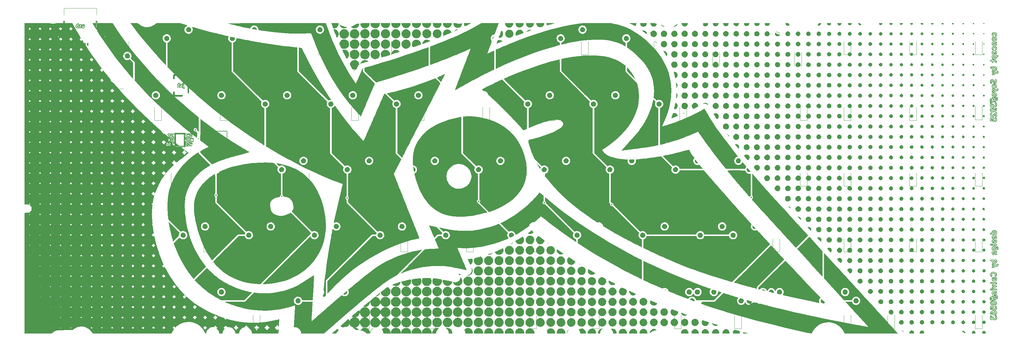
<source format=gbr>
%TF.GenerationSoftware,KiCad,Pcbnew,(7.0.0)*%
%TF.CreationDate,2023-04-10T11:34:14+02:00*%
%TF.ProjectId,qazimodo,71617a69-6d6f-4646-9f2e-6b696361645f,rev?*%
%TF.SameCoordinates,Original*%
%TF.FileFunction,Legend,Bot*%
%TF.FilePolarity,Positive*%
%FSLAX46Y46*%
G04 Gerber Fmt 4.6, Leading zero omitted, Abs format (unit mm)*
G04 Created by KiCad (PCBNEW (7.0.0)) date 2023-04-10 11:34:14*
%MOMM*%
%LPD*%
G01*
G04 APERTURE LIST*
%ADD10C,0.150000*%
%ADD11C,0.120000*%
G04 APERTURE END LIST*
D10*
%TO.C,SW_Reset1*%
X102175000Y-79950000D02*
X102175000Y-85150000D01*
X102175000Y-85150000D02*
X107375000Y-85150000D01*
X107375000Y-79950000D02*
X102175000Y-79950000D01*
X107375000Y-85150000D02*
X107375000Y-79950000D01*
X105775000Y-82550000D02*
G75*
G03*
X105775000Y-82550000I-1000000J0D01*
G01*
D11*
%TO.C,D7*%
X76787500Y-57762500D02*
X76787500Y-53912500D01*
X78787500Y-57762500D02*
X76787500Y-57762500D01*
X78787500Y-57762500D02*
X78787500Y-53912500D01*
%TO.C,D42*%
X238725200Y-114874400D02*
X238725200Y-111024400D01*
X240725200Y-114874400D02*
X238725200Y-114874400D01*
X240725200Y-114874400D02*
X240725200Y-111024400D01*
%TO.C,D48*%
X273637500Y-95862500D02*
X273637500Y-92012500D01*
X275637500Y-95862500D02*
X273637500Y-95862500D01*
X275637500Y-95862500D02*
X275637500Y-92012500D01*
%TO.C,C2*%
X69363000Y-87991836D02*
X69363000Y-87776164D01*
X70083000Y-87991836D02*
X70083000Y-87776164D01*
%TO.C,D11*%
X70437500Y-137137500D02*
X70437500Y-133287500D01*
X72437500Y-137137500D02*
X70437500Y-137137500D01*
X72437500Y-137137500D02*
X72437500Y-133287500D01*
%TO.C,D58*%
X270462500Y-137137500D02*
X270462500Y-133287500D01*
X272462500Y-137137500D02*
X270462500Y-137137500D01*
X272462500Y-137137500D02*
X272462500Y-133287500D01*
D10*
%TO.C,J2*%
X94312500Y-63675000D02*
X91912500Y-63675000D01*
X91912500Y-63675000D02*
X91912500Y-64675000D01*
X96112500Y-68675000D02*
X96112500Y-64675000D01*
X91912500Y-68675000D02*
X91912500Y-69675000D01*
X91912500Y-69675000D02*
X94312500Y-69675000D01*
D11*
%TO.C,D71*%
X324437500Y-137137500D02*
X324437500Y-133287500D01*
X326437500Y-137137500D02*
X324437500Y-137137500D01*
X326437500Y-137137500D02*
X326437500Y-133287500D01*
%TO.C,D52*%
X286337500Y-114912500D02*
X286337500Y-111062500D01*
X288337500Y-114912500D02*
X286337500Y-114912500D01*
X288337500Y-114912500D02*
X288337500Y-111062500D01*
%TO.C,D15*%
X119650000Y-114912500D02*
X119650000Y-111062500D01*
X121650000Y-114912500D02*
X119650000Y-114912500D01*
X121650000Y-114912500D02*
X121650000Y-111062500D01*
%TO.C,D38*%
X200612500Y-76812500D02*
X200612500Y-72962500D01*
X202612500Y-76812500D02*
X200612500Y-76812500D01*
X202612500Y-76812500D02*
X202612500Y-72962500D01*
%TO.C,D50*%
X238712500Y-76812500D02*
X238712500Y-72962500D01*
X240712500Y-76812500D02*
X238712500Y-76812500D01*
X240712500Y-76812500D02*
X240712500Y-72962500D01*
%TO.C,D62*%
X324437500Y-114912500D02*
X324437500Y-111062500D01*
X326437500Y-114912500D02*
X324437500Y-114912500D01*
X326437500Y-114912500D02*
X326437500Y-111062500D01*
%TO.C,D70*%
X324437500Y-57762500D02*
X324437500Y-53912500D01*
X326437500Y-57762500D02*
X324437500Y-57762500D01*
X326437500Y-57762500D02*
X326437500Y-53912500D01*
%TO.C,D16*%
X85614000Y-137137500D02*
X85614000Y-133287500D01*
X87614000Y-137137500D02*
X85614000Y-137137500D01*
X87614000Y-137137500D02*
X87614000Y-133287500D01*
%TO.C,C4*%
X86697312Y-84277810D02*
X86544809Y-84125307D01*
X87206429Y-83768693D02*
X87053926Y-83616190D01*
%TO.C,D66*%
X324437500Y-95862500D02*
X324437500Y-92012500D01*
X326437500Y-95862500D02*
X324437500Y-95862500D01*
X326437500Y-95862500D02*
X326437500Y-92012500D01*
%TO.C,D18*%
X124412500Y-76812500D02*
X124412500Y-72962500D01*
X126412500Y-76812500D02*
X124412500Y-76812500D01*
X126412500Y-76812500D02*
X126412500Y-72962500D01*
%TO.C,D61*%
X305387500Y-95862500D02*
X305387500Y-92012500D01*
X307387500Y-95862500D02*
X305387500Y-95862500D01*
X307387500Y-95862500D02*
X307387500Y-92012500D01*
%TO.C,D41*%
X213312500Y-137137500D02*
X213312500Y-133287500D01*
X215312500Y-137137500D02*
X213312500Y-137137500D01*
X215312500Y-137137500D02*
X215312500Y-133287500D01*
%TO.C,R1*%
X73405000Y-79094359D02*
X73405000Y-79401641D01*
X72645000Y-79094359D02*
X72645000Y-79401641D01*
%TO.C,R2*%
X74548000Y-79094359D02*
X74548000Y-79401641D01*
X73788000Y-79094359D02*
X73788000Y-79401641D01*
%TO.C,D34*%
X186325000Y-95862500D02*
X186325000Y-92012500D01*
X188325000Y-95862500D02*
X186325000Y-95862500D01*
X188325000Y-95862500D02*
X188325000Y-92012500D01*
%TO.C,D65*%
X305387500Y-76812500D02*
X305387500Y-72962500D01*
X307387500Y-76812500D02*
X305387500Y-76812500D01*
X307387500Y-76812500D02*
X307387500Y-72962500D01*
%TO.C,D4*%
X64784192Y-95851705D02*
X64784192Y-92001705D01*
X66784192Y-95851705D02*
X64784192Y-95851705D01*
X66784192Y-95851705D02*
X66784192Y-92001705D01*
%TO.C,D14*%
X110125000Y-95862500D02*
X110125000Y-92012500D01*
X112125000Y-95862500D02*
X110125000Y-95862500D01*
X112125000Y-95862500D02*
X112125000Y-92012500D01*
%TO.C,D47*%
X237125000Y-137137500D02*
X237125000Y-133287500D01*
X239125000Y-137137500D02*
X237125000Y-137137500D01*
X239125000Y-137137500D02*
X239125000Y-133287500D01*
%TO.C,D57*%
X305387500Y-114912500D02*
X305387500Y-111062500D01*
X307387500Y-114912500D02*
X305387500Y-114912500D01*
X307387500Y-114912500D02*
X307387500Y-111062500D01*
%TO.C,R4*%
X80735141Y-83311000D02*
X80427859Y-83311000D01*
X80735141Y-82551000D02*
X80427859Y-82551000D01*
%TO.C,D51*%
X243475000Y-95862500D02*
X243475000Y-92012500D01*
X245475000Y-95862500D02*
X243475000Y-95862500D01*
X245475000Y-95862500D02*
X245475000Y-92012500D01*
%TO.C,D49*%
X229187500Y-57762500D02*
X229187500Y-53912500D01*
X231187500Y-57762500D02*
X229187500Y-57762500D01*
X231187500Y-57762500D02*
X231187500Y-53912500D01*
%TO.C,R_USBSHIELD1*%
X71654400Y-49787241D02*
X71654400Y-49479959D01*
X72414400Y-49787241D02*
X72414400Y-49479959D01*
%TO.C,D45*%
X224425000Y-95862500D02*
X224425000Y-92012500D01*
X226425000Y-95862500D02*
X224425000Y-95862500D01*
X226425000Y-95862500D02*
X226425000Y-92012500D01*
%TO.C,C8*%
X70434810Y-81331307D02*
X70282307Y-81483810D01*
X69925693Y-80822190D02*
X69773190Y-80974693D01*
%TO.C,D17*%
X114887500Y-57762500D02*
X114887500Y-53912500D01*
X116887500Y-57762500D02*
X114887500Y-57762500D01*
X116887500Y-57762500D02*
X116887500Y-53912500D01*
%TO.C,F1*%
X70506000Y-66072936D02*
X70506000Y-67277064D01*
X68686000Y-66072936D02*
X68686000Y-67277064D01*
%TO.C,D10*%
X100600000Y-114912500D02*
X100600000Y-111062500D01*
X102600000Y-114912500D02*
X100600000Y-114912500D01*
X102600000Y-114912500D02*
X102600000Y-111062500D01*
%TO.C,R_USB1*%
X63880000Y-54583359D02*
X63880000Y-54890641D01*
X63120000Y-54583359D02*
X63120000Y-54890641D01*
%TO.C,D19*%
X129175000Y-95862500D02*
X129175000Y-92012500D01*
X131175000Y-95862500D02*
X129175000Y-95862500D01*
X131175000Y-95862500D02*
X131175000Y-92012500D01*
%TO.C,D5*%
X69515675Y-114926368D02*
X69515675Y-111076368D01*
X71515675Y-114926368D02*
X69515675Y-114926368D01*
X71515675Y-114926368D02*
X71515675Y-111076368D01*
%TO.C,R_USB2*%
X66928000Y-54583359D02*
X66928000Y-54890641D01*
X66168000Y-54583359D02*
X66168000Y-54890641D01*
%TO.C,D64*%
X286337500Y-57762500D02*
X286337500Y-53912500D01*
X288337500Y-57762500D02*
X286337500Y-57762500D01*
X288337500Y-57762500D02*
X288337500Y-53912500D01*
%TO.C,D26*%
X146637500Y-137137500D02*
X146637500Y-133287500D01*
X148637500Y-137137500D02*
X146637500Y-137137500D01*
X148637500Y-137137500D02*
X148637500Y-133287500D01*
%TO.C,D36*%
X195088000Y-137137500D02*
X195088000Y-133287500D01*
X197088000Y-137137500D02*
X195088000Y-137137500D01*
X197088000Y-137137500D02*
X197088000Y-133287500D01*
%TO.C,Y1*%
X85218106Y-88305940D02*
X82389679Y-85477513D01*
X87551559Y-85972487D02*
X85218106Y-88305940D01*
%TO.C,D22*%
X133937500Y-57762500D02*
X133937500Y-53912500D01*
X135937500Y-57762500D02*
X133937500Y-57762500D01*
X135937500Y-57762500D02*
X135937500Y-53912500D01*
%TO.C,J3*%
X60070000Y-44308000D02*
X69470000Y-44308000D01*
X60070000Y-46208000D02*
X60070000Y-44308000D01*
X60070000Y-50108000D02*
X60070000Y-48108000D01*
X69470000Y-46208000D02*
X69470000Y-44308000D01*
X69470000Y-50108000D02*
X69470000Y-48108000D01*
%TO.C,D31*%
X165687500Y-137137500D02*
X165687500Y-133287500D01*
X167687500Y-137137500D02*
X165687500Y-137137500D01*
X167687500Y-137137500D02*
X167687500Y-133287500D01*
%TO.C,D28*%
X162512500Y-76812500D02*
X162512500Y-72962500D01*
X164512500Y-76812500D02*
X162512500Y-76812500D01*
X164512500Y-76812500D02*
X164512500Y-72962500D01*
%TO.C,D72*%
X76058000Y-67655000D02*
X77358000Y-67655000D01*
X77358000Y-70775000D02*
X75358000Y-70775000D01*
%TO.C,D63*%
X286337500Y-137137500D02*
X286337500Y-133287500D01*
X288337500Y-137137500D02*
X286337500Y-137137500D01*
X288337500Y-137137500D02*
X288337500Y-133287500D01*
%TO.C,D44*%
X219662500Y-76812500D02*
X219662500Y-72962500D01*
X221662500Y-76812500D02*
X219662500Y-76812500D01*
X221662500Y-76812500D02*
X221662500Y-72962500D01*
%TO.C,D68*%
X305387500Y-57762500D02*
X305387500Y-53912500D01*
X307387500Y-57762500D02*
X305387500Y-57762500D01*
X307387500Y-57762500D02*
X307387500Y-53912500D01*
%TO.C,G\u002A\u002A\u002A*%
G36*
X257784000Y-128814226D02*
G01*
X257762833Y-128835357D01*
X257741666Y-128814226D01*
X257762833Y-128793094D01*
X257784000Y-128814226D01*
G37*
G36*
X159020333Y-56417886D02*
G01*
X158999166Y-56439018D01*
X158978000Y-56417886D01*
X158999166Y-56396755D01*
X159020333Y-56417886D01*
G37*
G36*
X158893333Y-56460149D02*
G01*
X158872166Y-56481281D01*
X158851000Y-56460149D01*
X158872166Y-56439018D01*
X158893333Y-56460149D01*
G37*
G36*
X158766333Y-56502412D02*
G01*
X158745166Y-56523544D01*
X158724000Y-56502412D01*
X158745166Y-56481281D01*
X158766333Y-56502412D01*
G37*
G36*
X150003333Y-136970965D02*
G01*
X149982166Y-136992096D01*
X149961000Y-136970965D01*
X149982166Y-136949833D01*
X150003333Y-136970965D01*
G37*
G36*
X266504666Y-126891264D02*
G01*
X266501611Y-126913638D01*
X266476444Y-126919439D01*
X266471378Y-126913245D01*
X266476444Y-126863089D01*
X266489177Y-126856477D01*
X266504666Y-126891264D01*
G37*
G36*
X199194666Y-92320216D02*
G01*
X199191611Y-92342590D01*
X199166444Y-92348391D01*
X199161378Y-92342197D01*
X199166444Y-92292041D01*
X199179177Y-92285429D01*
X199194666Y-92320216D01*
G37*
G36*
X267671279Y-98872866D02*
G01*
X267711166Y-98913228D01*
X267719052Y-98928191D01*
X267716163Y-98955490D01*
X267708720Y-98953589D01*
X267668833Y-98913228D01*
X267660948Y-98898264D01*
X267663836Y-98870965D01*
X267671279Y-98872866D01*
G37*
G36*
X243571170Y-129343260D02*
G01*
X243588444Y-129357992D01*
X243536408Y-129402451D01*
X243475045Y-129439676D01*
X243435420Y-129440338D01*
X243452426Y-129387587D01*
X243472814Y-129367023D01*
X243549423Y-129342512D01*
X243571170Y-129343260D01*
G37*
G36*
X135286522Y-128375771D02*
G01*
X135310411Y-128416831D01*
X135262866Y-128488802D01*
X135224521Y-128524323D01*
X135193146Y-128527803D01*
X135186666Y-128454991D01*
X135198452Y-128405700D01*
X135250166Y-128370466D01*
X135286522Y-128375771D01*
G37*
G36*
X273264729Y-104718509D02*
G01*
X273457132Y-104783588D01*
X273636806Y-104898835D01*
X273774938Y-105049011D01*
X273861724Y-105228950D01*
X273901565Y-105455954D01*
X273917841Y-105696422D01*
X272989625Y-104724376D01*
X273136058Y-104711125D01*
X273264729Y-104718509D01*
G37*
G36*
X215582917Y-106859936D02*
G01*
X215646820Y-106895761D01*
X215734056Y-106965421D01*
X215852833Y-107072190D01*
X215694083Y-106982378D01*
X215670866Y-106969127D01*
X215568448Y-106904645D01*
X215538086Y-106869373D01*
X215575306Y-106858652D01*
X215582917Y-106859936D01*
G37*
G36*
X281300302Y-130061131D02*
G01*
X281344643Y-130112432D01*
X281350311Y-130140638D01*
X281296144Y-130144860D01*
X281249265Y-130140002D01*
X281160579Y-130109432D01*
X281127990Y-130073144D01*
X281164737Y-130025703D01*
X281174494Y-130018144D01*
X281231922Y-130005732D01*
X281300302Y-130061131D01*
G37*
G36*
X223853833Y-61845408D02*
G01*
X224116253Y-62151761D01*
X224715542Y-62925444D01*
X225233681Y-63710806D01*
X225672981Y-64511231D01*
X225871797Y-64912728D01*
X224660399Y-63706813D01*
X223449000Y-62500898D01*
X223460917Y-61956713D01*
X223472833Y-61412528D01*
X223853833Y-61845408D01*
G37*
G36*
X91952530Y-80977875D02*
G01*
X91964333Y-81057154D01*
X91961827Y-81106111D01*
X91932280Y-81153463D01*
X91847916Y-81155053D01*
X91759528Y-81126298D01*
X91731500Y-81057154D01*
X91757120Y-80990036D01*
X91847916Y-80959256D01*
X91899438Y-80955733D01*
X91952530Y-80977875D01*
G37*
G36*
X303419333Y-48750422D02*
G01*
X303397276Y-48859646D01*
X303295590Y-49003999D01*
X303253940Y-49042841D01*
X303140342Y-49109718D01*
X302996000Y-49127537D01*
X302863260Y-49106591D01*
X302714880Y-49026124D01*
X302611485Y-48901583D01*
X302572666Y-48750422D01*
X302572666Y-48620382D01*
X303419333Y-48620382D01*
X303419333Y-48750422D01*
G37*
G36*
X285624811Y-48777877D02*
G01*
X285592774Y-48900858D01*
X285480103Y-49086690D01*
X285297657Y-49224842D01*
X285214692Y-49260346D01*
X285017042Y-49287932D01*
X284827778Y-49244395D01*
X284662639Y-49138308D01*
X284537365Y-48978243D01*
X284467693Y-48772773D01*
X284442922Y-48620382D01*
X285650411Y-48620382D01*
X285624811Y-48777877D01*
G37*
G36*
X144690500Y-62278178D02*
G01*
X144436500Y-62355823D01*
X144375055Y-62374341D01*
X144212364Y-62418160D01*
X144109158Y-62433185D01*
X144050229Y-62420316D01*
X144020369Y-62380452D01*
X144018841Y-62376245D01*
X144023015Y-62325807D01*
X144083053Y-62293780D01*
X144208329Y-62277608D01*
X144408212Y-62274738D01*
X144690500Y-62278178D01*
G37*
G36*
X327133250Y-69441408D02*
G01*
X327198043Y-69548864D01*
X327201457Y-69681026D01*
X327140605Y-69801331D01*
X327068013Y-69855035D01*
X326946472Y-69876174D01*
X326828046Y-69839546D01*
X326738267Y-69754999D01*
X326702666Y-69632385D01*
X326711693Y-69562102D01*
X326776599Y-69449110D01*
X326884266Y-69384335D01*
X327011035Y-69378270D01*
X327133250Y-69441408D01*
G37*
G36*
X327133250Y-66440743D02*
G01*
X327198043Y-66548198D01*
X327201457Y-66680360D01*
X327140605Y-66800665D01*
X327068013Y-66854369D01*
X326946472Y-66875508D01*
X326828046Y-66838880D01*
X326738267Y-66754334D01*
X326702666Y-66631719D01*
X326711693Y-66561436D01*
X326776599Y-66448444D01*
X326884266Y-66383669D01*
X327011035Y-66377605D01*
X327133250Y-66440743D01*
G37*
G36*
X326977598Y-60455035D02*
G01*
X327084657Y-60500293D01*
X327148447Y-60592741D01*
X327157866Y-60705130D01*
X327101809Y-60810209D01*
X327049821Y-60848038D01*
X326956666Y-60876622D01*
X326870114Y-60852138D01*
X326781726Y-60771367D01*
X326745000Y-60665307D01*
X326769524Y-60578899D01*
X326850430Y-60490658D01*
X326956666Y-60453993D01*
X326977598Y-60455035D01*
G37*
G36*
X326977598Y-57454369D02*
G01*
X327084657Y-57499627D01*
X327148447Y-57592076D01*
X327157866Y-57704464D01*
X327101809Y-57809543D01*
X327049821Y-57847373D01*
X326956666Y-57875956D01*
X326870114Y-57851473D01*
X326781726Y-57770701D01*
X326745000Y-57664642D01*
X326769524Y-57578233D01*
X326850430Y-57489992D01*
X326956666Y-57453327D01*
X326977598Y-57454369D01*
G37*
G36*
X327041183Y-48623879D02*
G01*
X327108207Y-48645970D01*
X327126000Y-48696456D01*
X327119935Y-48738447D01*
X327075200Y-48823244D01*
X327045555Y-48845763D01*
X326956666Y-48873960D01*
X326909400Y-48866242D01*
X326822593Y-48801792D01*
X326787333Y-48696456D01*
X326795116Y-48658486D01*
X326844290Y-48628376D01*
X326956666Y-48620382D01*
X327041183Y-48623879D01*
G37*
G36*
X324127583Y-60481675D02*
G01*
X324192376Y-60589130D01*
X324195790Y-60721292D01*
X324134939Y-60841597D01*
X324062347Y-60895301D01*
X323940805Y-60916440D01*
X323822379Y-60879812D01*
X323732600Y-60795265D01*
X323697000Y-60672651D01*
X323706027Y-60602368D01*
X323770933Y-60489376D01*
X323878599Y-60424601D01*
X324005368Y-60418537D01*
X324127583Y-60481675D01*
G37*
G36*
X324127583Y-57481009D02*
G01*
X324192376Y-57588464D01*
X324195790Y-57720626D01*
X324134939Y-57840931D01*
X324062347Y-57894635D01*
X323940805Y-57915775D01*
X323822379Y-57879146D01*
X323732600Y-57794600D01*
X323697000Y-57671985D01*
X323706027Y-57601703D01*
X323770933Y-57488710D01*
X323878599Y-57423936D01*
X324005368Y-57417871D01*
X324127583Y-57481009D01*
G37*
G36*
X321164250Y-51479678D02*
G01*
X321229043Y-51587133D01*
X321232457Y-51719295D01*
X321171605Y-51839600D01*
X321099013Y-51893304D01*
X320977472Y-51914444D01*
X320859046Y-51877815D01*
X320769267Y-51793269D01*
X320733666Y-51670654D01*
X320742693Y-51600371D01*
X320807599Y-51487379D01*
X320915266Y-51422605D01*
X321042035Y-51416540D01*
X321164250Y-51479678D01*
G37*
G36*
X309388333Y-48729291D02*
G01*
X309388186Y-48735345D01*
X309351679Y-48846114D01*
X309264590Y-48961736D01*
X309199930Y-49017411D01*
X309049735Y-49083019D01*
X308898272Y-49064461D01*
X308750077Y-48961736D01*
X308743363Y-48954905D01*
X308658918Y-48838469D01*
X308626333Y-48729291D01*
X308626333Y-48620382D01*
X309388333Y-48620382D01*
X309388333Y-48729291D01*
G37*
G36*
X300484515Y-48773544D02*
G01*
X300462675Y-48861083D01*
X300368720Y-49024939D01*
X300223166Y-49132009D01*
X300163487Y-49150158D01*
X300001207Y-49154076D01*
X299835464Y-49112511D01*
X299707394Y-49033331D01*
X299701912Y-49027667D01*
X299626581Y-48911834D01*
X299581314Y-48776596D01*
X299555922Y-48620382D01*
X300509411Y-48620382D01*
X300484515Y-48773544D01*
G37*
G36*
X288590544Y-48793588D02*
G01*
X288543907Y-48948282D01*
X288434031Y-49108908D01*
X288285166Y-49216303D01*
X288251935Y-49226428D01*
X288135665Y-49240086D01*
X287995484Y-49238640D01*
X287888332Y-49221844D01*
X287706165Y-49137691D01*
X287578647Y-48993100D01*
X287514454Y-48796053D01*
X287490852Y-48620382D01*
X288613814Y-48620382D01*
X288590544Y-48793588D01*
G37*
G36*
X282633666Y-48749270D02*
G01*
X282610437Y-48897827D01*
X282517133Y-49077481D01*
X282367028Y-49213774D01*
X282224331Y-49271552D01*
X282041000Y-49296273D01*
X281960361Y-49291528D01*
X281756368Y-49231797D01*
X281594135Y-49113298D01*
X281487008Y-48948350D01*
X281448333Y-48749270D01*
X281448333Y-48620382D01*
X282633666Y-48620382D01*
X282633666Y-48749270D01*
G37*
G36*
X259611583Y-98940909D02*
G01*
X259670035Y-99026142D01*
X259685090Y-99143192D01*
X259638200Y-99242878D01*
X259580570Y-99275143D01*
X259477333Y-99293594D01*
X259473736Y-99293574D01*
X259347968Y-99260259D01*
X259277319Y-99177637D01*
X259270376Y-99066653D01*
X259335728Y-98948253D01*
X259395011Y-98897558D01*
X259499666Y-98877283D01*
X259611583Y-98940909D01*
G37*
G36*
X234418817Y-125837244D02*
G01*
X234575165Y-125869713D01*
X234726875Y-125935492D01*
X234833933Y-126018328D01*
X234867028Y-126061876D01*
X234867522Y-126081082D01*
X234823422Y-126072462D01*
X234723811Y-126033829D01*
X234557773Y-125962996D01*
X234442864Y-125911760D01*
X234358025Y-125867225D01*
X234341105Y-125843634D01*
X234385610Y-125836207D01*
X234418817Y-125837244D01*
G37*
G36*
X219070166Y-100976420D02*
G01*
X219107665Y-101000507D01*
X219167930Y-101095883D01*
X219175754Y-101212432D01*
X219125200Y-101313760D01*
X219067570Y-101346025D01*
X218964333Y-101364475D01*
X218867803Y-101349721D01*
X218781235Y-101277471D01*
X218752666Y-101143802D01*
X218762498Y-101080117D01*
X218828719Y-100989344D01*
X218938640Y-100950896D01*
X219070166Y-100976420D01*
G37*
G36*
X199512166Y-100469265D02*
G01*
X199549665Y-100493352D01*
X199609930Y-100588728D01*
X199617754Y-100705277D01*
X199567200Y-100806605D01*
X199509570Y-100838870D01*
X199406333Y-100857321D01*
X199309803Y-100842566D01*
X199223235Y-100770316D01*
X199194666Y-100636648D01*
X199204498Y-100572962D01*
X199270719Y-100482189D01*
X199380640Y-100443741D01*
X199512166Y-100469265D01*
G37*
G36*
X180462166Y-100088899D02*
G01*
X180499665Y-100112986D01*
X180559930Y-100208362D01*
X180567754Y-100324911D01*
X180517200Y-100426239D01*
X180459570Y-100458504D01*
X180356333Y-100476955D01*
X180259803Y-100462200D01*
X180173235Y-100389950D01*
X180144666Y-100256282D01*
X180154498Y-100192596D01*
X180220719Y-100101823D01*
X180330640Y-100063375D01*
X180462166Y-100088899D01*
G37*
G36*
X142364726Y-99126663D02*
G01*
X142381963Y-99144860D01*
X142419793Y-99244306D01*
X142417888Y-99362308D01*
X142374866Y-99454193D01*
X142289046Y-99498983D01*
X142171517Y-99489705D01*
X142064673Y-99419103D01*
X142023827Y-99353318D01*
X142017985Y-99249180D01*
X142066619Y-99157423D01*
X142152264Y-99095070D01*
X142257455Y-99079143D01*
X142364726Y-99126663D01*
G37*
G36*
X104159931Y-98279304D02*
G01*
X104285698Y-98312619D01*
X104356348Y-98395241D01*
X104363291Y-98506225D01*
X104297939Y-98624625D01*
X104238655Y-98675319D01*
X104134000Y-98695595D01*
X104022083Y-98631969D01*
X104002356Y-98612360D01*
X103945442Y-98501893D01*
X103958098Y-98393889D01*
X104031377Y-98311853D01*
X104156333Y-98279284D01*
X104159931Y-98279304D01*
G37*
G36*
X98277762Y-79316068D02*
G01*
X98368495Y-79385629D01*
X98399000Y-79514559D01*
X98387318Y-79596129D01*
X98348200Y-79675158D01*
X98290570Y-79707423D01*
X98187333Y-79725873D01*
X98096905Y-79713050D01*
X98006171Y-79643489D01*
X97975666Y-79514559D01*
X97988511Y-79424281D01*
X98058188Y-79333698D01*
X98187333Y-79303244D01*
X98277762Y-79316068D01*
G37*
G36*
X327028612Y-54519471D02*
G01*
X327094012Y-54546543D01*
X327118764Y-54614221D01*
X327122299Y-54683915D01*
X327108472Y-54775407D01*
X327063881Y-54816764D01*
X326946374Y-54825162D01*
X326855841Y-54808845D01*
X326816307Y-54764378D01*
X326808500Y-54663976D01*
X326808518Y-54652717D01*
X326816634Y-54559510D01*
X326857361Y-54522599D01*
X326956666Y-54516056D01*
X327028612Y-54519471D01*
G37*
G36*
X327028612Y-51518806D02*
G01*
X327094012Y-51545877D01*
X327118764Y-51613556D01*
X327122299Y-51683249D01*
X327108472Y-51774741D01*
X327063881Y-51816099D01*
X326946374Y-51824496D01*
X326855841Y-51808179D01*
X326816307Y-51763713D01*
X326808500Y-51663311D01*
X326808518Y-51652052D01*
X326816634Y-51558845D01*
X326857361Y-51521933D01*
X326956666Y-51515391D01*
X327028612Y-51518806D01*
G37*
G36*
X324195595Y-137862979D02*
G01*
X324349383Y-137964220D01*
X324459690Y-138111793D01*
X324513089Y-138292119D01*
X324496155Y-138491618D01*
X324455020Y-138640349D01*
X323531646Y-138640349D01*
X323490511Y-138491618D01*
X323482148Y-138456946D01*
X323479281Y-138257029D01*
X323547143Y-138074965D01*
X323675122Y-137929829D01*
X323852606Y-137840696D01*
X324011752Y-137821649D01*
X324195595Y-137862979D01*
G37*
G36*
X123291779Y-98682290D02*
G01*
X123382377Y-98744965D01*
X123418000Y-98848927D01*
X123415967Y-98892234D01*
X123394585Y-98934649D01*
X123331929Y-98952098D01*
X123206333Y-98955490D01*
X123120313Y-98954467D01*
X123036065Y-98943702D01*
X123001405Y-98912158D01*
X122994666Y-98848927D01*
X123012780Y-98769378D01*
X123100500Y-98694223D01*
X123170612Y-98672795D01*
X123291779Y-98682290D01*
G37*
G36*
X95495901Y-80976177D02*
G01*
X95514563Y-81064331D01*
X95520333Y-81226206D01*
X95517208Y-81361478D01*
X95508581Y-81462358D01*
X95496383Y-81500915D01*
X95466014Y-81492293D01*
X95390550Y-81457165D01*
X95363086Y-81438473D01*
X95320818Y-81364785D01*
X95308666Y-81233172D01*
X95321804Y-81098756D01*
X95374608Y-80989126D01*
X95465300Y-80951497D01*
X95495901Y-80976177D01*
G37*
G36*
X323992186Y-48620642D02*
G01*
X324100587Y-48628402D01*
X324150569Y-48652849D01*
X324162666Y-48701889D01*
X324150826Y-48759984D01*
X324096143Y-48849809D01*
X324044154Y-48887639D01*
X323951000Y-48916223D01*
X323863740Y-48891493D01*
X323775708Y-48809899D01*
X323739333Y-48701889D01*
X323740008Y-48686030D01*
X323760160Y-48644288D01*
X323823646Y-48625041D01*
X323951000Y-48620382D01*
X323992186Y-48620642D01*
G37*
G36*
X315067680Y-48620610D02*
G01*
X315185069Y-48625024D01*
X315246049Y-48640582D01*
X315269091Y-48674320D01*
X315272666Y-48733277D01*
X315257004Y-48821496D01*
X315202605Y-48923460D01*
X315141149Y-48966894D01*
X315010721Y-48998165D01*
X314870066Y-48986346D01*
X314757417Y-48930804D01*
X314706496Y-48854939D01*
X314680000Y-48740621D01*
X314680000Y-48620382D01*
X314976333Y-48620382D01*
X315067680Y-48620610D01*
G37*
G36*
X264811333Y-48783184D02*
G01*
X264811140Y-48796102D01*
X264766046Y-48988532D01*
X264650254Y-49172200D01*
X264475982Y-49327280D01*
X264312129Y-49399553D01*
X264100641Y-49427970D01*
X263887758Y-49403879D01*
X263707351Y-49327280D01*
X263693885Y-49318037D01*
X263523206Y-49160383D01*
X263411838Y-48975490D01*
X263372000Y-48783184D01*
X263372000Y-48620382D01*
X264811333Y-48620382D01*
X264811333Y-48783184D01*
G37*
G36*
X258884450Y-48778868D02*
G01*
X258878060Y-48853810D01*
X258811909Y-49047035D01*
X258687164Y-49226444D01*
X258520181Y-49365688D01*
X258504050Y-49375149D01*
X258291075Y-49454486D01*
X258069542Y-49465881D01*
X257854512Y-49417029D01*
X257661048Y-49315629D01*
X257504211Y-49169378D01*
X257399063Y-48985974D01*
X257360666Y-48773114D01*
X257360666Y-48620382D01*
X258884666Y-48620382D01*
X258884450Y-48778868D01*
G37*
G36*
X252556750Y-80793728D02*
G01*
X252653133Y-80856107D01*
X252797570Y-80990828D01*
X252922187Y-81151704D01*
X253009659Y-81315078D01*
X253042666Y-81457294D01*
X253041826Y-81475852D01*
X253029863Y-81494716D01*
X252996446Y-81470390D01*
X252932373Y-81394307D01*
X252828440Y-81257903D01*
X252729338Y-81125691D01*
X252621041Y-80981332D01*
X252538521Y-80871461D01*
X252430667Y-80728031D01*
X252556750Y-80793728D01*
G37*
G36*
X252915666Y-48769986D02*
G01*
X252905865Y-48880541D01*
X252827670Y-49097465D01*
X252679501Y-49288037D01*
X252471166Y-49437527D01*
X252319927Y-49490052D01*
X252101243Y-49505811D01*
X251875218Y-49471008D01*
X251669863Y-49390562D01*
X251513188Y-49269389D01*
X251430201Y-49155510D01*
X251340461Y-48960233D01*
X251307000Y-48770401D01*
X251307000Y-48620382D01*
X252915666Y-48620382D01*
X252915666Y-48769986D01*
G37*
G36*
X209403527Y-118266457D02*
G01*
X209525941Y-118329844D01*
X209701677Y-118433701D01*
X209799649Y-118494710D01*
X209924265Y-118574750D01*
X210004583Y-118629629D01*
X210026563Y-118650000D01*
X210001940Y-118647684D01*
X209888682Y-118614083D01*
X209743789Y-118551120D01*
X209596459Y-118472481D01*
X209475891Y-118391855D01*
X209396925Y-118326654D01*
X209334947Y-118264107D01*
X209338505Y-118244293D01*
X209403527Y-118266457D01*
G37*
G36*
X200311621Y-112213536D02*
G01*
X200379354Y-112251694D01*
X200490780Y-112324744D01*
X200629787Y-112422378D01*
X200702323Y-112475396D01*
X200830729Y-112574587D01*
X200890494Y-112630419D01*
X200881340Y-112641755D01*
X200802990Y-112607457D01*
X200655166Y-112526385D01*
X200608865Y-112498795D01*
X200477973Y-112409806D01*
X200372225Y-112322843D01*
X200307361Y-112251859D01*
X200299120Y-112210804D01*
X200311621Y-112213536D01*
G37*
G36*
X190299805Y-112283512D02*
G01*
X190243750Y-112350869D01*
X190142262Y-112435926D01*
X190011223Y-112525679D01*
X189866513Y-112607127D01*
X189695759Y-112687768D01*
X189592859Y-112726367D01*
X189560688Y-112723286D01*
X189598949Y-112680471D01*
X189707340Y-112599869D01*
X189885563Y-112483424D01*
X190026286Y-112396929D01*
X190163940Y-112316587D01*
X190260648Y-112265180D01*
X190301306Y-112251145D01*
X190299805Y-112283512D01*
G37*
G36*
X327155021Y-78380828D02*
G01*
X327157253Y-78382938D01*
X327238268Y-78509770D01*
X327239585Y-78648672D01*
X327160954Y-78782800D01*
X327158840Y-78785028D01*
X327031797Y-78865908D01*
X326892663Y-78867223D01*
X326758312Y-78788722D01*
X326756080Y-78786612D01*
X326675065Y-78659780D01*
X326673748Y-78520878D01*
X326752379Y-78386750D01*
X326754493Y-78384522D01*
X326881536Y-78303642D01*
X327020670Y-78302327D01*
X327155021Y-78380828D01*
G37*
G36*
X327155021Y-75380162D02*
G01*
X327157253Y-75382273D01*
X327238268Y-75509104D01*
X327239585Y-75648006D01*
X327160954Y-75782134D01*
X327158840Y-75784362D01*
X327031797Y-75865243D01*
X326892663Y-75866557D01*
X326758312Y-75788057D01*
X326756080Y-75785946D01*
X326675065Y-75659115D01*
X326673748Y-75520213D01*
X326752379Y-75386085D01*
X326754493Y-75383857D01*
X326881536Y-75302976D01*
X327020670Y-75301662D01*
X327155021Y-75380162D01*
G37*
G36*
X327067474Y-99147141D02*
G01*
X327201365Y-99233026D01*
X327299537Y-99360376D01*
X327337666Y-99504908D01*
X327314178Y-99620955D01*
X327213923Y-99761736D01*
X327102615Y-99847558D01*
X326956666Y-99885274D01*
X326845859Y-99862675D01*
X326711968Y-99776790D01*
X326613796Y-99649440D01*
X326575666Y-99504908D01*
X326598303Y-99394285D01*
X326684331Y-99260617D01*
X326811894Y-99162608D01*
X326956666Y-99124542D01*
X327067474Y-99147141D01*
G37*
G36*
X327067474Y-96146475D02*
G01*
X327201365Y-96232360D01*
X327299537Y-96359711D01*
X327337666Y-96504243D01*
X327314178Y-96620289D01*
X327213923Y-96761071D01*
X327102615Y-96846893D01*
X326956666Y-96884609D01*
X326845859Y-96862010D01*
X326711968Y-96776125D01*
X326613796Y-96648774D01*
X326575666Y-96504243D01*
X326598303Y-96393619D01*
X326684331Y-96259951D01*
X326811894Y-96161943D01*
X326956666Y-96123876D01*
X327067474Y-96146475D01*
G37*
G36*
X327001167Y-90209885D02*
G01*
X327142147Y-90263147D01*
X327240331Y-90367883D01*
X327287051Y-90502953D01*
X327273638Y-90647218D01*
X327191424Y-90779541D01*
X327105246Y-90843769D01*
X326956666Y-90883277D01*
X326893464Y-90876174D01*
X326755971Y-90809455D01*
X326656378Y-90691363D01*
X326618000Y-90545174D01*
X326625115Y-90482077D01*
X326691945Y-90344813D01*
X326810234Y-90245386D01*
X326956666Y-90207071D01*
X327001167Y-90209885D01*
G37*
G36*
X327063259Y-72330155D02*
G01*
X327158425Y-72396108D01*
X327217413Y-72509565D01*
X327223322Y-72638350D01*
X327175600Y-72755856D01*
X327073699Y-72835477D01*
X327010218Y-72860829D01*
X326970006Y-72876605D01*
X326928674Y-72874177D01*
X326842146Y-72831535D01*
X326755925Y-72762417D01*
X326702955Y-72689859D01*
X326682977Y-72594364D01*
X326711063Y-72461882D01*
X326795288Y-72362223D01*
X326918428Y-72312582D01*
X327063259Y-72330155D01*
G37*
G36*
X327062933Y-81304003D02*
G01*
X327175583Y-81359545D01*
X327219089Y-81420899D01*
X327250413Y-81551110D01*
X327238573Y-81691530D01*
X327182939Y-81803993D01*
X327121482Y-81847426D01*
X326991054Y-81878698D01*
X326850400Y-81866878D01*
X326737750Y-81811336D01*
X326694244Y-81749982D01*
X326662920Y-81619771D01*
X326674760Y-81479351D01*
X326730394Y-81366888D01*
X326791851Y-81323455D01*
X326922279Y-81292183D01*
X327062933Y-81304003D01*
G37*
G36*
X327095111Y-108084577D02*
G01*
X327241454Y-108180328D01*
X327314722Y-108279936D01*
X327358755Y-108440823D01*
X327335469Y-108603873D01*
X327249338Y-108747200D01*
X327104833Y-108848917D01*
X326981494Y-108876305D01*
X326824964Y-108847886D01*
X326688859Y-108760634D01*
X326592804Y-108628302D01*
X326556424Y-108464642D01*
X326577166Y-108331804D01*
X326658834Y-108191111D01*
X326784948Y-108097793D01*
X326936658Y-108059674D01*
X327095111Y-108084577D01*
G37*
G36*
X327063983Y-93176796D02*
G01*
X327199121Y-93261526D01*
X327246241Y-93318412D01*
X327302373Y-93465219D01*
X327287256Y-93615341D01*
X327205695Y-93748295D01*
X327062500Y-93843596D01*
X326996590Y-93859618D01*
X326858443Y-93839123D01*
X326731984Y-93761859D01*
X326639653Y-93644464D01*
X326603889Y-93503577D01*
X326609084Y-93442288D01*
X326668557Y-93302090D01*
X326777999Y-93205496D01*
X326916708Y-93160925D01*
X327063983Y-93176796D01*
G37*
G36*
X324191688Y-69421094D02*
G01*
X324193920Y-69423204D01*
X324274935Y-69550036D01*
X324276251Y-69688938D01*
X324197621Y-69823066D01*
X324195506Y-69825294D01*
X324068463Y-69906175D01*
X323929330Y-69907489D01*
X323794978Y-69828989D01*
X323792747Y-69826878D01*
X323711731Y-69700046D01*
X323710415Y-69561145D01*
X323789046Y-69427016D01*
X323791160Y-69424788D01*
X323918203Y-69343908D01*
X324057336Y-69342594D01*
X324191688Y-69421094D01*
G37*
G36*
X324191688Y-66420428D02*
G01*
X324193920Y-66422539D01*
X324274935Y-66549371D01*
X324276251Y-66688272D01*
X324197621Y-66822401D01*
X324195506Y-66824629D01*
X324068463Y-66905509D01*
X323929330Y-66906823D01*
X323794978Y-66828323D01*
X323792747Y-66826213D01*
X323711731Y-66699381D01*
X323710415Y-66560479D01*
X323789046Y-66426351D01*
X323791160Y-66424123D01*
X323918203Y-66343242D01*
X324057336Y-66341928D01*
X324191688Y-66420428D01*
G37*
G36*
X324007709Y-51463904D02*
G01*
X324096143Y-51518409D01*
X324134035Y-51570312D01*
X324162666Y-51663311D01*
X324150739Y-51719926D01*
X324096143Y-51808212D01*
X324044154Y-51846042D01*
X323951000Y-51874625D01*
X323894290Y-51862718D01*
X323805857Y-51808212D01*
X323767964Y-51756310D01*
X323739333Y-51663311D01*
X323751260Y-51606695D01*
X323805857Y-51518409D01*
X323857846Y-51480580D01*
X323951000Y-51451996D01*
X324007709Y-51463904D01*
G37*
G36*
X324104141Y-90187407D02*
G01*
X324238031Y-90273292D01*
X324336204Y-90400643D01*
X324374333Y-90545174D01*
X324350845Y-90661221D01*
X324250590Y-90802003D01*
X324139282Y-90887825D01*
X323993333Y-90925540D01*
X323882525Y-90902942D01*
X323748635Y-90817056D01*
X323650463Y-90689706D01*
X323612333Y-90545174D01*
X323634970Y-90434551D01*
X323720998Y-90300883D01*
X323848561Y-90202874D01*
X323993333Y-90164808D01*
X324104141Y-90187407D01*
G37*
G36*
X324037834Y-81250151D02*
G01*
X324178813Y-81303413D01*
X324276997Y-81408149D01*
X324323717Y-81543219D01*
X324310305Y-81687485D01*
X324228091Y-81819808D01*
X324141913Y-81884036D01*
X323993333Y-81923544D01*
X323930131Y-81916440D01*
X323792638Y-81849721D01*
X323693045Y-81731630D01*
X323654666Y-81585441D01*
X323661782Y-81522343D01*
X323728612Y-81385079D01*
X323846900Y-81285652D01*
X323993333Y-81247337D01*
X324037834Y-81250151D01*
G37*
G36*
X324098157Y-93136749D02*
G01*
X324239722Y-93209974D01*
X324335045Y-93329646D01*
X324376042Y-93476283D01*
X324354630Y-93630402D01*
X324262727Y-93772523D01*
X324148462Y-93855022D01*
X323993333Y-93883943D01*
X323888510Y-93870405D01*
X323746944Y-93797180D01*
X323651621Y-93677508D01*
X323610624Y-93530871D01*
X323632036Y-93376752D01*
X323723939Y-93234631D01*
X323838204Y-93152132D01*
X323993333Y-93123211D01*
X324098157Y-93136749D01*
G37*
G36*
X324099926Y-63370421D02*
G01*
X324195092Y-63436374D01*
X324254080Y-63549831D01*
X324259988Y-63678616D01*
X324212267Y-63796123D01*
X324110366Y-63875743D01*
X324046885Y-63901095D01*
X324006672Y-63916871D01*
X323965340Y-63914443D01*
X323878813Y-63871802D01*
X323792592Y-63802683D01*
X323739622Y-63730125D01*
X323719644Y-63634631D01*
X323747730Y-63502148D01*
X323831955Y-63402489D01*
X323955095Y-63352849D01*
X324099926Y-63370421D01*
G37*
G36*
X324099600Y-72302006D02*
G01*
X324212250Y-72357548D01*
X324255755Y-72418902D01*
X324287079Y-72549114D01*
X324275240Y-72689534D01*
X324219605Y-72801996D01*
X324158149Y-72845429D01*
X324027721Y-72876701D01*
X323887066Y-72864881D01*
X323774417Y-72809340D01*
X323730911Y-72747986D01*
X323699587Y-72617774D01*
X323711427Y-72477354D01*
X323767061Y-72364891D01*
X323828517Y-72321458D01*
X323958946Y-72290187D01*
X324099600Y-72302006D01*
G37*
G36*
X324100650Y-84217062D02*
G01*
X324235788Y-84301792D01*
X324282907Y-84358678D01*
X324339040Y-84505485D01*
X324323922Y-84655607D01*
X324242362Y-84788561D01*
X324099166Y-84883862D01*
X324033257Y-84899885D01*
X323895110Y-84879389D01*
X323768651Y-84802125D01*
X323676319Y-84684731D01*
X323640555Y-84543843D01*
X323645751Y-84482554D01*
X323705224Y-84342356D01*
X323814666Y-84245762D01*
X323953375Y-84201192D01*
X324100650Y-84217062D01*
G37*
G36*
X321186021Y-60461360D02*
G01*
X321188253Y-60463471D01*
X321269268Y-60590302D01*
X321270585Y-60729204D01*
X321191954Y-60863332D01*
X321189840Y-60865560D01*
X321062797Y-60946441D01*
X320923663Y-60947755D01*
X320789312Y-60869255D01*
X320787080Y-60867144D01*
X320706065Y-60740313D01*
X320704748Y-60601411D01*
X320783379Y-60467283D01*
X320785493Y-60465055D01*
X320912536Y-60384174D01*
X321051670Y-60382860D01*
X321186021Y-60461360D01*
G37*
G36*
X321109633Y-54418824D02*
G01*
X321209344Y-54502986D01*
X321258937Y-54626025D01*
X321241234Y-54770768D01*
X321192964Y-54847955D01*
X321104699Y-54916009D01*
X321041218Y-54941362D01*
X321001006Y-54957138D01*
X320965980Y-54947703D01*
X320883830Y-54918312D01*
X320783528Y-54848859D01*
X320725045Y-54734614D01*
X320721714Y-54606180D01*
X320773677Y-54489543D01*
X320881074Y-54410687D01*
X320976979Y-54390712D01*
X321109633Y-54418824D01*
G37*
G36*
X321098474Y-84186076D02*
G01*
X321232365Y-84271961D01*
X321330537Y-84399312D01*
X321368666Y-84543843D01*
X321345178Y-84659890D01*
X321244923Y-84800672D01*
X321133615Y-84886493D01*
X320987666Y-84924209D01*
X320876859Y-84901610D01*
X320742968Y-84815725D01*
X320644796Y-84688375D01*
X320606666Y-84543843D01*
X320629303Y-84433220D01*
X320715331Y-84299552D01*
X320842894Y-84201543D01*
X320987666Y-84163477D01*
X321098474Y-84186076D01*
G37*
G36*
X321098474Y-81227673D02*
G01*
X321232365Y-81313558D01*
X321330537Y-81440909D01*
X321368666Y-81585441D01*
X321345178Y-81701487D01*
X321244923Y-81842269D01*
X321133615Y-81928091D01*
X320987666Y-81965807D01*
X320876859Y-81943208D01*
X320742968Y-81857323D01*
X320644796Y-81729972D01*
X320606666Y-81585441D01*
X320629303Y-81474817D01*
X320715331Y-81341149D01*
X320842894Y-81243141D01*
X320987666Y-81205074D01*
X321098474Y-81227673D01*
G37*
G36*
X321032167Y-72248154D02*
G01*
X321173147Y-72301417D01*
X321271331Y-72406152D01*
X321318051Y-72541222D01*
X321304638Y-72685488D01*
X321222424Y-72817811D01*
X321136246Y-72882039D01*
X320987666Y-72921547D01*
X320924464Y-72914443D01*
X320786971Y-72847725D01*
X320687378Y-72729633D01*
X320649000Y-72583444D01*
X320656115Y-72520347D01*
X320722945Y-72383083D01*
X320841234Y-72283656D01*
X320987666Y-72245341D01*
X321032167Y-72248154D01*
G37*
G36*
X320996453Y-48641535D02*
G01*
X321148933Y-48653584D01*
X321222092Y-48690230D01*
X321218539Y-48755052D01*
X321140884Y-48851628D01*
X321128813Y-48863399D01*
X321046147Y-48930925D01*
X320987666Y-48958485D01*
X320972415Y-48956011D01*
X320900398Y-48912575D01*
X320821649Y-48835960D01*
X320761342Y-48753654D01*
X320744651Y-48693142D01*
X320757253Y-48677727D01*
X320840661Y-48651069D01*
X320987666Y-48641514D01*
X320996453Y-48641535D01*
G37*
G36*
X321092490Y-87177680D02*
G01*
X321234056Y-87250906D01*
X321329378Y-87370578D01*
X321370375Y-87517214D01*
X321348964Y-87671334D01*
X321257060Y-87813454D01*
X321142795Y-87895954D01*
X320987666Y-87924875D01*
X320882843Y-87911337D01*
X320741277Y-87838112D01*
X320645955Y-87718440D01*
X320604958Y-87571803D01*
X320626369Y-87417684D01*
X320718273Y-87275563D01*
X320832538Y-87193063D01*
X320987666Y-87164143D01*
X321092490Y-87177680D01*
G37*
G36*
X321094259Y-57411353D02*
G01*
X321189425Y-57477306D01*
X321248413Y-57590763D01*
X321254322Y-57719548D01*
X321206600Y-57837054D01*
X321104699Y-57916675D01*
X321041218Y-57942027D01*
X321001006Y-57957803D01*
X320959674Y-57955375D01*
X320873146Y-57912733D01*
X320786925Y-57843615D01*
X320733955Y-57771057D01*
X320713977Y-57675562D01*
X320742063Y-57543080D01*
X320826288Y-57443421D01*
X320949428Y-57393780D01*
X321094259Y-57411353D01*
G37*
G36*
X321093933Y-66342938D02*
G01*
X321206583Y-66398480D01*
X321250089Y-66459834D01*
X321281413Y-66590045D01*
X321269573Y-66730466D01*
X321213939Y-66842928D01*
X321152482Y-66886361D01*
X321022054Y-66917633D01*
X320881400Y-66905813D01*
X320768750Y-66850271D01*
X320725244Y-66788917D01*
X320693920Y-66658706D01*
X320705760Y-66518286D01*
X320761394Y-66405823D01*
X320822851Y-66362390D01*
X320953279Y-66331118D01*
X321093933Y-66342938D01*
G37*
G36*
X321093933Y-63342273D02*
G01*
X321206583Y-63397814D01*
X321250089Y-63459168D01*
X321281413Y-63589380D01*
X321269573Y-63729800D01*
X321213939Y-63842262D01*
X321152482Y-63885696D01*
X321022054Y-63916967D01*
X320881400Y-63905148D01*
X320768750Y-63849606D01*
X320725244Y-63788252D01*
X320693920Y-63658040D01*
X320705760Y-63517620D01*
X320761394Y-63405158D01*
X320822851Y-63361725D01*
X320953279Y-63330453D01*
X321093933Y-63342273D01*
G37*
G36*
X321094983Y-75257328D02*
G01*
X321230121Y-75342058D01*
X321277241Y-75398944D01*
X321333373Y-75545751D01*
X321318256Y-75695874D01*
X321236695Y-75828827D01*
X321093500Y-75924128D01*
X321027590Y-75940151D01*
X320889443Y-75919655D01*
X320762984Y-75842391D01*
X320670653Y-75724997D01*
X320634889Y-75584109D01*
X320640084Y-75522820D01*
X320699557Y-75382622D01*
X320808999Y-75286029D01*
X320947708Y-75241458D01*
X321094983Y-75257328D01*
G37*
G36*
X318180355Y-51501626D02*
G01*
X318182586Y-51503737D01*
X318263602Y-51630569D01*
X318264918Y-51769470D01*
X318186287Y-51903599D01*
X318184173Y-51905827D01*
X318057130Y-51986707D01*
X317917997Y-51988021D01*
X317783645Y-51909521D01*
X317781413Y-51907411D01*
X317700398Y-51780579D01*
X317699082Y-51641677D01*
X317777712Y-51507549D01*
X317779827Y-51505321D01*
X317906870Y-51424440D01*
X318046003Y-51423126D01*
X318180355Y-51501626D01*
G37*
G36*
X318092808Y-75226342D02*
G01*
X318226698Y-75312227D01*
X318324870Y-75439578D01*
X318363000Y-75584109D01*
X318339511Y-75700156D01*
X318239256Y-75840938D01*
X318127948Y-75926760D01*
X317982000Y-75964475D01*
X317871192Y-75941877D01*
X317737302Y-75855991D01*
X317639129Y-75728641D01*
X317601000Y-75584109D01*
X317623636Y-75473486D01*
X317709665Y-75339818D01*
X317837227Y-75241809D01*
X317982000Y-75203743D01*
X318092808Y-75226342D01*
G37*
G36*
X318092808Y-72225677D02*
G01*
X318226698Y-72311562D01*
X318324870Y-72438912D01*
X318363000Y-72583444D01*
X318339511Y-72699491D01*
X318239256Y-72840272D01*
X318127948Y-72926094D01*
X317982000Y-72963810D01*
X317871192Y-72941211D01*
X317737302Y-72855326D01*
X317639129Y-72727976D01*
X317601000Y-72583444D01*
X317623636Y-72472820D01*
X317709665Y-72339153D01*
X317837227Y-72241144D01*
X317982000Y-72203078D01*
X318092808Y-72225677D01*
G37*
G36*
X318080360Y-66303589D02*
G01*
X318216757Y-66390009D01*
X318281093Y-66476043D01*
X318320666Y-66624376D01*
X318303321Y-66722572D01*
X318216757Y-66858743D01*
X318130579Y-66922971D01*
X317982000Y-66962479D01*
X317883639Y-66945162D01*
X317747242Y-66858743D01*
X317682907Y-66772708D01*
X317643333Y-66624376D01*
X317660679Y-66526179D01*
X317747242Y-66390009D01*
X317833420Y-66325781D01*
X317982000Y-66286272D01*
X318080360Y-66303589D01*
G37*
G36*
X318080360Y-63302924D02*
G01*
X318216757Y-63389343D01*
X318281093Y-63475378D01*
X318320666Y-63623710D01*
X318303321Y-63721907D01*
X318216757Y-63858077D01*
X318130579Y-63922305D01*
X317982000Y-63961813D01*
X317883639Y-63944496D01*
X317747242Y-63858077D01*
X317682907Y-63772042D01*
X317643333Y-63623710D01*
X317660679Y-63525513D01*
X317747242Y-63389343D01*
X317833420Y-63325115D01*
X317982000Y-63285607D01*
X318080360Y-63302924D01*
G37*
G36*
X318121203Y-78226743D02*
G01*
X318251394Y-78315829D01*
X318334031Y-78429904D01*
X318363000Y-78584775D01*
X318340629Y-78723746D01*
X318251394Y-78853721D01*
X318137129Y-78936220D01*
X317982000Y-78965141D01*
X317842797Y-78942807D01*
X317712606Y-78853721D01*
X317629969Y-78739646D01*
X317601000Y-78584775D01*
X317623371Y-78445804D01*
X317712606Y-78315829D01*
X317826871Y-78233330D01*
X317982000Y-78204409D01*
X318121203Y-78226743D01*
G37*
G36*
X318088267Y-57383204D02*
G01*
X318200916Y-57438746D01*
X318244422Y-57500100D01*
X318275746Y-57630312D01*
X318263906Y-57770732D01*
X318208272Y-57883194D01*
X318146816Y-57926627D01*
X318016387Y-57957899D01*
X317875733Y-57946079D01*
X317763083Y-57890538D01*
X317719578Y-57829184D01*
X317688254Y-57698972D01*
X317700093Y-57558552D01*
X317755728Y-57446089D01*
X317817184Y-57402656D01*
X317947612Y-57371385D01*
X318088267Y-57383204D01*
G37*
G36*
X318088267Y-54382539D02*
G01*
X318200916Y-54438081D01*
X318244422Y-54499435D01*
X318275746Y-54629646D01*
X318263906Y-54770066D01*
X318208272Y-54882529D01*
X318146816Y-54925962D01*
X318016387Y-54957234D01*
X317875733Y-54945414D01*
X317763083Y-54889872D01*
X317719578Y-54828518D01*
X317688254Y-54698307D01*
X317700093Y-54557886D01*
X317755728Y-54445424D01*
X317817184Y-54401991D01*
X317947612Y-54370719D01*
X318088267Y-54382539D01*
G37*
G36*
X315087141Y-66266608D02*
G01*
X315221031Y-66352494D01*
X315319204Y-66479844D01*
X315357333Y-66624376D01*
X315333845Y-66740422D01*
X315233590Y-66881204D01*
X315122282Y-66967026D01*
X314976333Y-67004742D01*
X314860093Y-66981292D01*
X314719077Y-66881204D01*
X314633112Y-66770081D01*
X314595333Y-66624376D01*
X314618822Y-66508329D01*
X314719077Y-66367547D01*
X314830385Y-66281725D01*
X314976333Y-66244010D01*
X315087141Y-66266608D01*
G37*
G36*
X315087141Y-63265943D02*
G01*
X315221031Y-63351828D01*
X315319204Y-63479178D01*
X315357333Y-63623710D01*
X315333845Y-63739757D01*
X315233590Y-63880538D01*
X315122282Y-63966360D01*
X314976333Y-64004076D01*
X314860093Y-63980627D01*
X314719077Y-63880538D01*
X314633112Y-63769416D01*
X314595333Y-63623710D01*
X314618822Y-63507663D01*
X314719077Y-63366882D01*
X314830385Y-63281060D01*
X314976333Y-63243344D01*
X315087141Y-63265943D01*
G37*
G36*
X315020834Y-54328687D02*
G01*
X315161813Y-54381949D01*
X315259997Y-54486685D01*
X315306717Y-54621755D01*
X315293305Y-54766020D01*
X315211091Y-54898343D01*
X315124913Y-54962571D01*
X314976333Y-55002079D01*
X314913131Y-54994976D01*
X314775638Y-54928257D01*
X314676045Y-54810165D01*
X314637666Y-54663976D01*
X314644782Y-54600879D01*
X314711612Y-54463615D01*
X314829900Y-54364188D01*
X314976333Y-54325873D01*
X315020834Y-54328687D01*
G37*
G36*
X315074694Y-57343856D02*
G01*
X315211091Y-57430275D01*
X315275426Y-57516310D01*
X315315000Y-57664642D01*
X315297654Y-57762839D01*
X315211091Y-57899009D01*
X315124913Y-57963237D01*
X314976333Y-58002745D01*
X314877973Y-57985428D01*
X314741576Y-57899009D01*
X314677240Y-57812974D01*
X314637666Y-57664642D01*
X314655012Y-57566445D01*
X314741576Y-57430275D01*
X314827754Y-57366047D01*
X314976333Y-57326539D01*
X315074694Y-57343856D01*
G37*
G36*
X315115536Y-69267009D02*
G01*
X315245727Y-69356096D01*
X315328364Y-69470171D01*
X315357333Y-69625041D01*
X315334962Y-69764012D01*
X315245727Y-69893987D01*
X315131462Y-69976487D01*
X314976333Y-70005407D01*
X314837130Y-69983073D01*
X314706939Y-69893987D01*
X314624302Y-69779912D01*
X314595333Y-69625041D01*
X314617704Y-69486070D01*
X314706939Y-69356096D01*
X314821204Y-69273596D01*
X314976333Y-69244675D01*
X315115536Y-69267009D01*
G37*
G36*
X315114777Y-75204045D02*
G01*
X315261121Y-75299795D01*
X315334389Y-75399404D01*
X315378421Y-75560290D01*
X315355136Y-75723341D01*
X315269004Y-75866668D01*
X315124500Y-75968384D01*
X315001160Y-75995773D01*
X314844630Y-75967353D01*
X314708525Y-75880102D01*
X314612470Y-75747770D01*
X314576091Y-75584109D01*
X314596833Y-75451271D01*
X314678500Y-75310579D01*
X314804615Y-75217261D01*
X314956324Y-75179141D01*
X315114777Y-75204045D01*
G37*
G36*
X312123808Y-57306875D02*
G01*
X312257698Y-57392760D01*
X312355870Y-57520110D01*
X312394000Y-57664642D01*
X312370511Y-57780689D01*
X312270256Y-57921470D01*
X312158948Y-58007292D01*
X312013000Y-58045008D01*
X311896760Y-58021558D01*
X311755743Y-57921470D01*
X311669779Y-57810348D01*
X311632000Y-57664642D01*
X311655488Y-57548595D01*
X311755743Y-57407814D01*
X311867051Y-57321992D01*
X312013000Y-57284276D01*
X312123808Y-57306875D01*
G37*
G36*
X312152203Y-60307275D02*
G01*
X312282394Y-60396362D01*
X312365031Y-60510437D01*
X312394000Y-60665307D01*
X312371629Y-60804279D01*
X312282394Y-60934253D01*
X312168129Y-61016753D01*
X312013000Y-61045673D01*
X311873797Y-61023340D01*
X311743606Y-60934253D01*
X311660969Y-60820178D01*
X311632000Y-60665307D01*
X311654371Y-60526336D01*
X311743606Y-60396362D01*
X311857871Y-60313862D01*
X312013000Y-60284941D01*
X312152203Y-60307275D01*
G37*
G36*
X312120316Y-51378793D02*
G01*
X312255454Y-51463523D01*
X312302574Y-51520408D01*
X312358707Y-51667216D01*
X312343589Y-51817338D01*
X312262029Y-51950291D01*
X312118833Y-52045592D01*
X312052923Y-52061615D01*
X311914777Y-52041119D01*
X311788318Y-51963855D01*
X311695986Y-51846461D01*
X311660222Y-51705574D01*
X311665417Y-51644285D01*
X311724890Y-51504087D01*
X311834333Y-51407493D01*
X311973042Y-51362922D01*
X312120316Y-51378793D01*
G37*
G36*
X309125784Y-51341369D02*
G01*
X309258635Y-51416113D01*
X309352656Y-51540204D01*
X309388333Y-51705574D01*
X309365962Y-51844545D01*
X309276727Y-51974519D01*
X309162462Y-52057019D01*
X309007333Y-52085940D01*
X308902510Y-52072402D01*
X308760944Y-51999177D01*
X308665621Y-51879505D01*
X308624624Y-51732868D01*
X308646036Y-51578749D01*
X308737939Y-51436628D01*
X308821650Y-51372202D01*
X308973618Y-51324042D01*
X309125784Y-51341369D01*
G37*
G36*
X303267893Y-137699032D02*
G01*
X303367806Y-137752748D01*
X303372659Y-137755517D01*
X303493223Y-137849981D01*
X303603774Y-137977447D01*
X303684402Y-138110937D01*
X303715199Y-138223474D01*
X303708908Y-138229125D01*
X303662786Y-138200138D01*
X303584355Y-138129385D01*
X303488514Y-138032291D01*
X303390161Y-137924278D01*
X303304194Y-137820773D01*
X303245512Y-137737200D01*
X303233386Y-137715491D01*
X303227456Y-137687168D01*
X303267893Y-137699032D01*
G37*
G36*
X279516104Y-48620937D02*
G01*
X279628322Y-48626276D01*
X279686834Y-48642072D01*
X279709122Y-48673996D01*
X279712666Y-48727723D01*
X279703633Y-48808512D01*
X279637495Y-48981539D01*
X279524208Y-49140078D01*
X279384117Y-49251687D01*
X279221590Y-49313560D01*
X279001447Y-49327728D01*
X278793881Y-49263049D01*
X278658263Y-49190789D01*
X278854689Y-48905586D01*
X279051115Y-48620382D01*
X279381891Y-48620382D01*
X279516104Y-48620937D01*
G37*
G36*
X257688750Y-138329697D02*
G01*
X257695736Y-138331551D01*
X257920332Y-138391374D01*
X258135323Y-138448986D01*
X258316628Y-138497913D01*
X258440166Y-138531683D01*
X258441338Y-138532008D01*
X258512276Y-138552834D01*
X258547372Y-138568110D01*
X258538490Y-138578778D01*
X258477490Y-138585783D01*
X258356236Y-138590067D01*
X258166591Y-138592574D01*
X257900416Y-138594246D01*
X257149000Y-138598086D01*
X257149000Y-138186433D01*
X257688750Y-138329697D01*
G37*
G36*
X240203392Y-74670296D02*
G01*
X240158553Y-74701522D01*
X240042803Y-74758237D01*
X239852298Y-74843407D01*
X239750182Y-74888119D01*
X239612445Y-74947513D01*
X239534357Y-74977889D01*
X239504208Y-74982351D01*
X239510292Y-74964002D01*
X239540901Y-74925946D01*
X239584394Y-74884295D01*
X239718851Y-74799643D01*
X239890315Y-74725756D01*
X240067500Y-74677402D01*
X240095715Y-74672447D01*
X240181164Y-74661593D01*
X240203392Y-74670296D01*
G37*
G36*
X233362712Y-49100855D02*
G01*
X233443259Y-49144509D01*
X233554580Y-49216468D01*
X233561625Y-49221261D01*
X233707608Y-49309744D01*
X233891816Y-49407680D01*
X234076138Y-49494735D01*
X234394833Y-49633660D01*
X234180895Y-49634176D01*
X233996962Y-49613172D01*
X233769261Y-49535663D01*
X233567675Y-49414205D01*
X233420705Y-49262726D01*
X233393320Y-49220902D01*
X233345622Y-49135879D01*
X233334646Y-49094169D01*
X233362712Y-49100855D01*
G37*
G36*
X228505215Y-137287733D02*
G01*
X228762725Y-137398027D01*
X228999349Y-137581764D01*
X229177410Y-137807871D01*
X229296047Y-138085882D01*
X229336000Y-138394300D01*
X229336000Y-138598086D01*
X227050000Y-138598086D01*
X227050000Y-138394300D01*
X227069685Y-138175350D01*
X227156114Y-137903789D01*
X227300978Y-137672608D01*
X227492945Y-137486532D01*
X227720684Y-137350283D01*
X227972863Y-137268585D01*
X228238151Y-137246160D01*
X228505215Y-137287733D01*
G37*
G36*
X213394024Y-137189218D02*
G01*
X213664568Y-137238789D01*
X213896704Y-137347904D01*
X214112323Y-137525218D01*
X214275159Y-137726108D01*
X214405445Y-138005204D01*
X214467145Y-138331356D01*
X214488592Y-138598086D01*
X212010075Y-138598086D01*
X212031521Y-138331356D01*
X212088070Y-138023315D01*
X212212860Y-137737073D01*
X212397711Y-137504060D01*
X212636293Y-137330240D01*
X212922277Y-137221575D01*
X213249333Y-137184028D01*
X213394024Y-137189218D01*
G37*
G36*
X199393401Y-48828806D02*
G01*
X199377755Y-48929887D01*
X199287021Y-49206521D01*
X199130400Y-49431906D01*
X198905623Y-49608681D01*
X198610419Y-49739487D01*
X198409779Y-49796081D01*
X198175074Y-49826411D01*
X197966081Y-49801756D01*
X197760089Y-49721640D01*
X197567806Y-49598022D01*
X197357308Y-49381648D01*
X197208920Y-49120199D01*
X197133266Y-48828806D01*
X197108540Y-48620382D01*
X199418126Y-48620382D01*
X199393401Y-48828806D01*
G37*
G36*
X196389037Y-48877892D02*
G01*
X196375714Y-48973839D01*
X196284357Y-49249834D01*
X196125547Y-49494410D01*
X195911501Y-49691796D01*
X195654436Y-49826220D01*
X195582125Y-49849329D01*
X195291442Y-49892696D01*
X195008249Y-49862888D01*
X194744594Y-49767382D01*
X194512524Y-49613653D01*
X194324086Y-49409177D01*
X194191328Y-49161432D01*
X194126296Y-48877892D01*
X194102907Y-48620382D01*
X196412426Y-48620382D01*
X196389037Y-48877892D01*
G37*
G36*
X96475944Y-82229896D02*
G01*
X96541481Y-82268515D01*
X96550115Y-82285199D01*
X96572851Y-82388348D01*
X96575975Y-82519546D01*
X96560606Y-82641792D01*
X96527866Y-82718086D01*
X96490789Y-82748866D01*
X96406578Y-82769783D01*
X96339624Y-82719704D01*
X96298171Y-82608126D01*
X96290463Y-82444548D01*
X96293432Y-82402797D01*
X96309294Y-82296830D01*
X96342280Y-82245734D01*
X96404546Y-82226252D01*
X96475944Y-82229896D01*
G37*
G36*
X90083610Y-83497783D02*
G01*
X90149147Y-83536402D01*
X90167029Y-83578411D01*
X90184045Y-83702484D01*
X90175643Y-83842400D01*
X90142510Y-83954941D01*
X90122541Y-83986293D01*
X90043678Y-84033691D01*
X89940476Y-84000344D01*
X89928463Y-83989641D01*
X89899805Y-83901734D01*
X89898143Y-83736848D01*
X89903962Y-83653218D01*
X89920243Y-83557327D01*
X89952877Y-83511640D01*
X90012212Y-83494139D01*
X90083610Y-83497783D01*
G37*
G36*
X63960596Y-49296636D02*
G01*
X64021793Y-49302959D01*
X64053297Y-49334040D01*
X64064968Y-49409802D01*
X64066666Y-49550166D01*
X64066666Y-49552893D01*
X64064234Y-49692364D01*
X64051645Y-49767453D01*
X64020864Y-49797973D01*
X63963857Y-49803743D01*
X63861392Y-49780995D01*
X63764828Y-49695258D01*
X63728000Y-49565500D01*
X63747385Y-49431967D01*
X63819199Y-49331062D01*
X63941156Y-49296589D01*
X63960596Y-49296636D01*
G37*
G36*
X329833037Y-110366640D02*
G01*
X329900553Y-110384258D01*
X329903943Y-110440432D01*
X329900055Y-110454570D01*
X329877295Y-110555690D01*
X329853197Y-110683444D01*
X329846957Y-110718310D01*
X329824224Y-110825429D01*
X329806108Y-110884193D01*
X329775530Y-110914305D01*
X329714117Y-110907540D01*
X329650814Y-110848450D01*
X329601320Y-110754006D01*
X329581333Y-110641181D01*
X329607238Y-110502945D01*
X329689872Y-110402406D01*
X329820043Y-110366472D01*
X329833037Y-110366640D01*
G37*
G36*
X329842900Y-56905366D02*
G01*
X329902445Y-56925140D01*
X329903943Y-56977870D01*
X329900055Y-56992007D01*
X329877295Y-57093127D01*
X329853197Y-57220881D01*
X329846957Y-57255747D01*
X329824224Y-57362867D01*
X329806108Y-57421630D01*
X329780730Y-57445611D01*
X329720318Y-57436909D01*
X329655026Y-57379213D01*
X329602737Y-57290919D01*
X329581333Y-57190421D01*
X329603150Y-57035448D01*
X329674765Y-56936556D01*
X329797342Y-56903910D01*
X329842900Y-56905366D01*
G37*
G36*
X327080035Y-87247167D02*
G01*
X327089875Y-87251433D01*
X327205123Y-87342370D01*
X327266344Y-87470217D01*
X327272193Y-87610691D01*
X327221327Y-87739505D01*
X327112403Y-87832373D01*
X327039641Y-87863097D01*
X326934445Y-87875198D01*
X326813353Y-87834867D01*
X326771073Y-87812270D01*
X326672423Y-87712703D01*
X326634641Y-87590168D01*
X326649763Y-87462213D01*
X326709827Y-87346387D01*
X326806868Y-87260238D01*
X326932926Y-87221315D01*
X327080035Y-87247167D01*
G37*
G36*
X324116702Y-78287433D02*
G01*
X324126542Y-78291699D01*
X324241790Y-78382636D01*
X324303010Y-78510484D01*
X324308859Y-78650957D01*
X324257994Y-78779771D01*
X324149070Y-78872639D01*
X324076308Y-78903363D01*
X323971111Y-78915464D01*
X323850020Y-78875133D01*
X323807740Y-78852536D01*
X323709090Y-78752969D01*
X323671308Y-78630434D01*
X323686430Y-78502479D01*
X323746493Y-78386653D01*
X323843535Y-78300504D01*
X323969592Y-78261581D01*
X324116702Y-78287433D01*
G37*
G36*
X321111035Y-69327699D02*
G01*
X321120875Y-69331966D01*
X321236123Y-69422902D01*
X321297344Y-69550750D01*
X321303193Y-69691224D01*
X321252327Y-69820037D01*
X321143403Y-69912905D01*
X321070641Y-69943629D01*
X320965445Y-69955730D01*
X320844353Y-69915399D01*
X320802073Y-69892802D01*
X320703423Y-69793236D01*
X320665641Y-69670701D01*
X320680763Y-69542746D01*
X320740827Y-69426919D01*
X320837868Y-69340771D01*
X320963926Y-69301848D01*
X321111035Y-69327699D01*
G37*
G36*
X318113404Y-87142649D02*
G01*
X318251701Y-87223515D01*
X318346286Y-87348011D01*
X318392234Y-87497429D01*
X318384620Y-87653064D01*
X318318519Y-87796210D01*
X318189007Y-87908160D01*
X318170494Y-87917829D01*
X318000924Y-87960482D01*
X317835949Y-87932978D01*
X317694575Y-87846407D01*
X317595812Y-87711859D01*
X317558666Y-87540421D01*
X317586903Y-87403220D01*
X317680640Y-87261025D01*
X317819472Y-87160193D01*
X317982000Y-87121880D01*
X318113404Y-87142649D01*
G37*
G36*
X297051786Y-48629448D02*
G01*
X297513833Y-48641514D01*
X297501427Y-48768302D01*
X297464843Y-48906706D01*
X297355785Y-49058454D01*
X297192368Y-49155831D01*
X297106587Y-49178647D01*
X296915152Y-49174555D01*
X296730666Y-49087652D01*
X296686690Y-49047473D01*
X296616565Y-48946124D01*
X296563284Y-48828093D01*
X296538310Y-48721373D01*
X296553103Y-48653956D01*
X296591757Y-48642476D01*
X296701148Y-48632373D01*
X296860820Y-48627719D01*
X297051786Y-48629448D01*
G37*
G36*
X249983104Y-48789421D02*
G01*
X249975466Y-48836486D01*
X249888127Y-49083375D01*
X249733144Y-49289755D01*
X249521302Y-49440423D01*
X249428077Y-49481304D01*
X249273149Y-49530835D01*
X249148000Y-49550166D01*
X249075150Y-49542224D01*
X248926249Y-49502436D01*
X248774698Y-49440423D01*
X248733285Y-49418341D01*
X248530780Y-49256638D01*
X248387056Y-49041931D01*
X248312896Y-48789421D01*
X248290185Y-48620382D01*
X250005814Y-48620382D01*
X249983104Y-48789421D01*
G37*
G36*
X246148705Y-137330221D02*
G01*
X246421843Y-137371848D01*
X246671310Y-137485018D01*
X246885517Y-137657848D01*
X247052873Y-137878450D01*
X247161786Y-138134940D01*
X247200666Y-138415432D01*
X247200666Y-138598086D01*
X245084000Y-138598086D01*
X245084000Y-138415432D01*
X245084021Y-138408898D01*
X245124616Y-138128818D01*
X245234982Y-137873010D01*
X245403527Y-137653358D01*
X245618661Y-137481749D01*
X245868794Y-137370068D01*
X246142333Y-137330199D01*
X246148705Y-137330221D01*
G37*
G36*
X241062333Y-48748528D02*
G01*
X241062257Y-48757890D01*
X241019474Y-48979991D01*
X240907637Y-49193320D01*
X240740837Y-49377537D01*
X240533166Y-49512304D01*
X240432449Y-49551311D01*
X240181262Y-49590440D01*
X239933483Y-49555382D01*
X239704512Y-49452042D01*
X239509749Y-49286327D01*
X239364591Y-49064143D01*
X239350351Y-49031188D01*
X239304301Y-48885748D01*
X239285263Y-48757737D01*
X239284333Y-48620382D01*
X241062333Y-48620382D01*
X241062333Y-48748528D01*
G37*
G36*
X237722349Y-65901690D02*
G01*
X237806985Y-65972382D01*
X237900313Y-66073472D01*
X238040201Y-66306650D01*
X238108025Y-66560155D01*
X238103052Y-66819096D01*
X238024553Y-67068577D01*
X237871798Y-67293706D01*
X237781500Y-67392487D01*
X237753088Y-67124654D01*
X237717535Y-66783555D01*
X237685032Y-66454244D01*
X237662628Y-66202079D01*
X237650032Y-66023421D01*
X237646954Y-65914634D01*
X237653105Y-65872080D01*
X237663842Y-65870287D01*
X237722349Y-65901690D01*
G37*
G36*
X204281896Y-137141781D02*
G01*
X204613002Y-137181145D01*
X204904034Y-137291854D01*
X205148328Y-137467659D01*
X205339221Y-137702310D01*
X205470050Y-137989557D01*
X205534152Y-138323150D01*
X205556258Y-138598086D01*
X202993075Y-138598086D01*
X203015181Y-138323150D01*
X203015787Y-138315817D01*
X203081338Y-137983120D01*
X203213478Y-137696898D01*
X203405544Y-137463402D01*
X203650873Y-137288881D01*
X203942801Y-137179586D01*
X204274666Y-137141765D01*
X204281896Y-137141781D01*
G37*
G36*
X192466617Y-137087444D02*
G01*
X192776687Y-137165581D01*
X193050981Y-137311435D01*
X193280313Y-137515822D01*
X193455496Y-137769560D01*
X193567343Y-138063466D01*
X193606666Y-138388357D01*
X193606666Y-138640349D01*
X190982000Y-138640349D01*
X190982000Y-138388357D01*
X190992827Y-138216152D01*
X191071000Y-137906223D01*
X191216920Y-137632054D01*
X191421400Y-137402826D01*
X191675254Y-137227723D01*
X191969294Y-137115928D01*
X192294333Y-137076622D01*
X192466617Y-137087444D01*
G37*
G36*
X190431666Y-48781905D02*
G01*
X190431114Y-48811003D01*
X190383541Y-49067575D01*
X190269275Y-49320510D01*
X190102535Y-49549772D01*
X189897543Y-49735327D01*
X189668516Y-49857140D01*
X189566730Y-49888547D01*
X189254787Y-49930212D01*
X188953017Y-49890248D01*
X188670940Y-49770810D01*
X188418072Y-49574054D01*
X188224734Y-49332495D01*
X188102609Y-49063709D01*
X188061000Y-48781905D01*
X188061000Y-48620382D01*
X190431666Y-48620382D01*
X190431666Y-48781905D01*
G37*
G36*
X174694644Y-121283414D02*
G01*
X174752736Y-121296280D01*
X174882442Y-121323610D01*
X175033487Y-121354405D01*
X175135576Y-121378732D01*
X175228552Y-121414360D01*
X175250680Y-121446597D01*
X175225930Y-121472254D01*
X175143648Y-121536099D01*
X175030046Y-121612604D01*
X174950013Y-121659060D01*
X174855765Y-121700532D01*
X174807231Y-121703563D01*
X174790236Y-121677329D01*
X174744739Y-121588525D01*
X174689022Y-121466565D01*
X174599788Y-121261333D01*
X174694644Y-121283414D01*
G37*
G36*
X172556409Y-48866453D02*
G01*
X172527524Y-49045877D01*
X172416890Y-49341442D01*
X172235526Y-49596862D01*
X171989027Y-49805139D01*
X171682983Y-49959278D01*
X171628349Y-49975555D01*
X171449666Y-50000283D01*
X171230656Y-50001482D01*
X170987512Y-49966810D01*
X170694468Y-49857307D01*
X170443557Y-49683580D01*
X170244175Y-49454569D01*
X170105721Y-49179213D01*
X170037591Y-48866453D01*
X170015241Y-48620382D01*
X172578759Y-48620382D01*
X172556409Y-48866453D01*
G37*
G36*
X163622809Y-48849656D02*
G01*
X163576721Y-49096022D01*
X163451231Y-49398446D01*
X163257600Y-49653357D01*
X162999891Y-49855784D01*
X162682166Y-50000757D01*
X162605171Y-50019806D01*
X162434640Y-50040234D01*
X162256242Y-50041424D01*
X161990378Y-49999615D01*
X161692982Y-49882202D01*
X161438817Y-49699935D01*
X161236471Y-49461121D01*
X161094534Y-49174067D01*
X161021591Y-48847082D01*
X160998155Y-48620382D01*
X163646512Y-48620382D01*
X163622809Y-48849656D01*
G37*
G36*
X157692199Y-48821131D02*
G01*
X157615090Y-49159772D01*
X157472575Y-49467123D01*
X157269522Y-49716743D01*
X157007620Y-49906588D01*
X156688555Y-50034620D01*
X156603914Y-50055144D01*
X156285269Y-50080018D01*
X155974869Y-50023990D01*
X155682666Y-49889837D01*
X155418613Y-49680336D01*
X155301775Y-49552768D01*
X155163411Y-49346181D01*
X155071820Y-49111184D01*
X155014467Y-48821131D01*
X154987158Y-48620382D01*
X157719508Y-48620382D01*
X157692199Y-48821131D01*
G37*
G36*
X327161660Y-117031276D02*
G01*
X327301552Y-117121209D01*
X327392764Y-117253638D01*
X327427722Y-117410319D01*
X327398855Y-117573010D01*
X327298590Y-117723467D01*
X327256940Y-117762309D01*
X327143342Y-117829185D01*
X326999000Y-117847005D01*
X326836340Y-117817475D01*
X326696448Y-117727542D01*
X326605236Y-117595113D01*
X326570277Y-117438432D01*
X326599144Y-117275741D01*
X326699410Y-117125284D01*
X326741060Y-117086442D01*
X326854657Y-117019566D01*
X326999000Y-117001747D01*
X327161660Y-117031276D01*
G37*
G36*
X327161660Y-114030611D02*
G01*
X327301552Y-114120544D01*
X327392764Y-114252973D01*
X327427722Y-114409654D01*
X327398855Y-114572345D01*
X327298590Y-114722801D01*
X327256940Y-114761643D01*
X327143342Y-114828520D01*
X326999000Y-114846339D01*
X326836340Y-114816809D01*
X326696448Y-114726876D01*
X326605236Y-114594448D01*
X326570277Y-114437766D01*
X326599144Y-114275076D01*
X326699410Y-114124619D01*
X326741060Y-114085777D01*
X326854657Y-114018901D01*
X326999000Y-114001081D01*
X327161660Y-114030611D01*
G37*
G36*
X327091079Y-131919853D02*
G01*
X327260187Y-131981563D01*
X327392313Y-132096833D01*
X327464023Y-132244163D01*
X327478280Y-132423951D01*
X327428575Y-132597230D01*
X327321680Y-132742025D01*
X327164368Y-132836364D01*
X327103076Y-132853515D01*
X326918718Y-132858244D01*
X326758018Y-132798383D01*
X326630543Y-132688547D01*
X326545861Y-132543351D01*
X326513536Y-132377409D01*
X326543137Y-132205337D01*
X326644230Y-132041751D01*
X326744283Y-131964649D01*
X326910580Y-131913587D01*
X327091079Y-131919853D01*
G37*
G36*
X324245647Y-131947409D02*
G01*
X324331470Y-132010330D01*
X324445665Y-132161726D01*
X324495045Y-132338043D01*
X324479452Y-132519772D01*
X324398729Y-132687407D01*
X324252718Y-132821437D01*
X324118625Y-132877952D01*
X323937940Y-132886833D01*
X323766531Y-132831945D01*
X323622135Y-132723365D01*
X323522490Y-132571171D01*
X323485333Y-132385441D01*
X323503069Y-132254250D01*
X323585060Y-132089160D01*
X323717899Y-131965799D01*
X323884000Y-131894300D01*
X324065777Y-131884792D01*
X324245647Y-131947409D01*
G37*
G36*
X324248719Y-134900798D02*
G01*
X324376077Y-135001721D01*
X324464158Y-135155163D01*
X324496541Y-135331690D01*
X324473013Y-135509808D01*
X324393364Y-135668022D01*
X324257384Y-135784840D01*
X324137824Y-135832841D01*
X323946957Y-135848579D01*
X323769763Y-135798117D01*
X323622754Y-135690886D01*
X323522440Y-135536318D01*
X323485333Y-135343843D01*
X323497135Y-135231509D01*
X323571181Y-135057980D01*
X323699428Y-134928819D01*
X323865812Y-134853353D01*
X324054264Y-134840904D01*
X324248719Y-134900798D01*
G37*
G36*
X324155993Y-111072208D02*
G01*
X324295885Y-111162141D01*
X324387097Y-111294570D01*
X324422056Y-111451251D01*
X324393189Y-111613942D01*
X324292923Y-111764399D01*
X324251273Y-111803241D01*
X324137676Y-111870117D01*
X323993333Y-111887936D01*
X323830673Y-111858407D01*
X323690781Y-111768474D01*
X323599569Y-111636045D01*
X323564611Y-111479364D01*
X323593478Y-111316673D01*
X323693743Y-111166216D01*
X323735393Y-111127374D01*
X323848991Y-111060498D01*
X323993333Y-111042678D01*
X324155993Y-111072208D01*
G37*
G36*
X324155993Y-108071543D02*
G01*
X324295885Y-108161476D01*
X324387097Y-108293904D01*
X324422056Y-108450586D01*
X324393189Y-108613276D01*
X324292923Y-108763733D01*
X324251273Y-108802575D01*
X324137676Y-108869451D01*
X323993333Y-108887271D01*
X323830673Y-108857741D01*
X323690781Y-108767808D01*
X323599569Y-108635379D01*
X323564611Y-108478698D01*
X323593478Y-108316007D01*
X323693743Y-108165551D01*
X323735393Y-108126709D01*
X323848991Y-108059832D01*
X323993333Y-108042013D01*
X324155993Y-108071543D01*
G37*
G36*
X324155993Y-105070877D02*
G01*
X324295885Y-105160810D01*
X324387097Y-105293239D01*
X324422056Y-105449920D01*
X324393189Y-105612611D01*
X324292923Y-105763068D01*
X324251273Y-105801910D01*
X324137676Y-105868786D01*
X323993333Y-105886605D01*
X323830673Y-105857076D01*
X323690781Y-105767143D01*
X323599569Y-105634714D01*
X323564611Y-105478033D01*
X323593478Y-105315342D01*
X323693743Y-105164885D01*
X323735393Y-105126043D01*
X323848991Y-105059167D01*
X323993333Y-105041347D01*
X324155993Y-105070877D01*
G37*
G36*
X324124887Y-87214323D02*
G01*
X324196701Y-87249653D01*
X324297492Y-87356989D01*
X324343619Y-87495132D01*
X324334319Y-87641067D01*
X324268832Y-87771779D01*
X324146396Y-87864254D01*
X324062136Y-87901073D01*
X324002469Y-87917617D01*
X323945352Y-87905853D01*
X323849536Y-87866027D01*
X323757409Y-87813079D01*
X323666389Y-87702355D01*
X323634845Y-87572484D01*
X323655796Y-87439991D01*
X323722257Y-87321402D01*
X323827248Y-87233244D01*
X323963785Y-87192042D01*
X324124887Y-87214323D01*
G37*
G36*
X324085412Y-122960119D02*
G01*
X324254520Y-123021829D01*
X324386646Y-123137099D01*
X324458356Y-123284430D01*
X324472613Y-123464217D01*
X324422908Y-123637496D01*
X324316013Y-123782291D01*
X324158701Y-123876630D01*
X324097409Y-123893781D01*
X323913051Y-123898511D01*
X323752352Y-123838650D01*
X323624877Y-123728813D01*
X323540194Y-123583617D01*
X323507870Y-123417675D01*
X323537471Y-123245604D01*
X323638564Y-123082017D01*
X323738617Y-123004916D01*
X323904914Y-122953853D01*
X324085412Y-122960119D01*
G37*
G36*
X321239980Y-122987675D02*
G01*
X321325804Y-123050596D01*
X321439998Y-123201992D01*
X321489378Y-123378309D01*
X321473785Y-123560039D01*
X321393062Y-123727673D01*
X321247051Y-123861703D01*
X321112958Y-123918218D01*
X320932273Y-123927100D01*
X320760864Y-123872211D01*
X320616468Y-123763631D01*
X320516823Y-123611437D01*
X320479666Y-123425707D01*
X320497403Y-123294516D01*
X320579393Y-123129426D01*
X320712232Y-123006066D01*
X320878333Y-122934566D01*
X321060111Y-122925059D01*
X321239980Y-122987675D01*
G37*
G36*
X321243052Y-125941064D02*
G01*
X321370410Y-126041988D01*
X321458492Y-126195429D01*
X321490874Y-126371956D01*
X321467346Y-126550074D01*
X321387698Y-126708289D01*
X321251718Y-126825106D01*
X321132157Y-126873108D01*
X320941290Y-126888845D01*
X320764096Y-126838383D01*
X320617087Y-126731152D01*
X320516773Y-126576584D01*
X320479666Y-126384109D01*
X320491468Y-126271775D01*
X320565514Y-126098246D01*
X320693762Y-125969086D01*
X320860145Y-125893619D01*
X321048597Y-125881170D01*
X321243052Y-125941064D01*
G37*
G36*
X321150327Y-102112474D02*
G01*
X321290219Y-102202407D01*
X321381430Y-102334836D01*
X321416389Y-102491517D01*
X321387522Y-102654208D01*
X321287256Y-102804665D01*
X321245607Y-102843507D01*
X321132009Y-102910383D01*
X320987666Y-102928203D01*
X320825006Y-102898673D01*
X320685114Y-102808740D01*
X320593903Y-102676311D01*
X320558944Y-102519630D01*
X320587811Y-102356939D01*
X320688077Y-102206482D01*
X320729726Y-102167640D01*
X320843324Y-102100764D01*
X320987666Y-102082945D01*
X321150327Y-102112474D01*
G37*
G36*
X321150327Y-99111809D02*
G01*
X321290219Y-99201742D01*
X321381430Y-99334171D01*
X321416389Y-99490852D01*
X321387522Y-99653543D01*
X321287256Y-99803999D01*
X321245607Y-99842841D01*
X321132009Y-99909718D01*
X320987666Y-99927537D01*
X320825006Y-99898007D01*
X320685114Y-99808074D01*
X320593903Y-99675646D01*
X320558944Y-99518964D01*
X320587811Y-99356274D01*
X320688077Y-99205817D01*
X320729726Y-99166975D01*
X320843324Y-99100099D01*
X320987666Y-99082279D01*
X321150327Y-99111809D01*
G37*
G36*
X321150327Y-96111143D02*
G01*
X321290219Y-96201076D01*
X321381430Y-96333505D01*
X321416389Y-96490186D01*
X321387522Y-96652877D01*
X321287256Y-96803334D01*
X321245607Y-96842176D01*
X321132009Y-96909052D01*
X320987666Y-96926872D01*
X320825006Y-96897342D01*
X320685114Y-96807409D01*
X320593903Y-96674980D01*
X320558944Y-96518299D01*
X320587811Y-96355608D01*
X320688077Y-96205151D01*
X320729726Y-96166309D01*
X320843324Y-96099433D01*
X320987666Y-96081614D01*
X321150327Y-96111143D01*
G37*
G36*
X321119220Y-78254590D02*
G01*
X321191034Y-78289919D01*
X321291825Y-78397256D01*
X321337952Y-78535398D01*
X321328653Y-78681333D01*
X321263166Y-78812045D01*
X321140729Y-78904520D01*
X321056469Y-78941339D01*
X320996802Y-78957884D01*
X320939686Y-78946119D01*
X320843869Y-78906293D01*
X320751742Y-78853345D01*
X320660722Y-78742622D01*
X320629179Y-78612750D01*
X320650129Y-78480257D01*
X320716591Y-78361668D01*
X320821582Y-78273510D01*
X320958119Y-78232308D01*
X321119220Y-78254590D01*
G37*
G36*
X321079745Y-116958788D02*
G01*
X321248853Y-117020498D01*
X321380979Y-117135768D01*
X321452689Y-117283098D01*
X321466947Y-117462886D01*
X321417241Y-117636165D01*
X321310346Y-117780960D01*
X321153035Y-117875299D01*
X321091743Y-117892450D01*
X320907385Y-117897180D01*
X320746685Y-117837319D01*
X320619210Y-117727482D01*
X320534527Y-117582286D01*
X320502203Y-117416344D01*
X320531804Y-117244273D01*
X320632897Y-117080686D01*
X320732950Y-117003585D01*
X320899247Y-116952522D01*
X321079745Y-116958788D01*
G37*
G36*
X321079745Y-113958122D02*
G01*
X321248853Y-114019832D01*
X321380979Y-114135102D01*
X321452689Y-114282433D01*
X321466947Y-114462221D01*
X321417241Y-114635499D01*
X321310346Y-114780295D01*
X321153035Y-114874633D01*
X321091743Y-114891784D01*
X320907385Y-114896514D01*
X320746685Y-114836653D01*
X320619210Y-114726817D01*
X320534527Y-114581620D01*
X320502203Y-114415678D01*
X320531804Y-114243607D01*
X320632897Y-114080021D01*
X320732950Y-114002919D01*
X320899247Y-113951856D01*
X321079745Y-113958122D01*
G37*
G36*
X318234314Y-113985678D02*
G01*
X318320137Y-114048599D01*
X318434331Y-114199995D01*
X318483711Y-114376312D01*
X318468119Y-114558042D01*
X318387396Y-114725676D01*
X318241384Y-114859706D01*
X318107291Y-114916221D01*
X317926607Y-114925103D01*
X317755198Y-114870215D01*
X317610802Y-114761635D01*
X317511157Y-114609440D01*
X317474000Y-114423710D01*
X317491736Y-114292520D01*
X317573727Y-114127429D01*
X317706565Y-114004069D01*
X317872666Y-113932569D01*
X318054444Y-113923062D01*
X318234314Y-113985678D01*
G37*
G36*
X318237386Y-116981331D02*
G01*
X318364744Y-117082254D01*
X318452825Y-117235695D01*
X318485207Y-117412222D01*
X318461679Y-117590340D01*
X318382031Y-117748555D01*
X318246051Y-117865373D01*
X318126490Y-117913374D01*
X317935623Y-117929111D01*
X317758430Y-117878649D01*
X317611420Y-117771418D01*
X317511107Y-117616850D01*
X317474000Y-117424376D01*
X317485802Y-117312042D01*
X317559847Y-117138512D01*
X317688095Y-117009352D01*
X317854478Y-116933885D01*
X318042931Y-116921437D01*
X318237386Y-116981331D01*
G37*
G36*
X318144660Y-93110478D02*
G01*
X318284552Y-93200411D01*
X318375764Y-93332839D01*
X318410722Y-93489521D01*
X318381855Y-93652211D01*
X318281590Y-93802668D01*
X318239940Y-93841510D01*
X318126342Y-93908386D01*
X317982000Y-93926206D01*
X317819340Y-93896676D01*
X317679448Y-93806743D01*
X317588236Y-93674315D01*
X317553277Y-93517633D01*
X317582144Y-93354943D01*
X317682410Y-93204486D01*
X317724060Y-93165644D01*
X317837657Y-93098768D01*
X317982000Y-93080948D01*
X318144660Y-93110478D01*
G37*
G36*
X318144660Y-90152075D02*
G01*
X318284552Y-90242008D01*
X318375764Y-90374437D01*
X318410722Y-90531118D01*
X318381855Y-90693809D01*
X318281590Y-90844266D01*
X318239940Y-90883108D01*
X318126342Y-90949984D01*
X317982000Y-90967803D01*
X317819340Y-90938274D01*
X317679448Y-90848341D01*
X317588236Y-90715912D01*
X317553277Y-90559231D01*
X317582144Y-90396540D01*
X317682410Y-90246083D01*
X317724060Y-90207241D01*
X317837657Y-90140365D01*
X317982000Y-90122545D01*
X318144660Y-90152075D01*
G37*
G36*
X318113554Y-69294856D02*
G01*
X318185367Y-69330185D01*
X318286159Y-69437522D01*
X318332285Y-69575665D01*
X318322986Y-69721599D01*
X318257499Y-69852311D01*
X318135063Y-69944786D01*
X318050803Y-69981606D01*
X317991136Y-69998150D01*
X317934019Y-69986386D01*
X317838202Y-69946559D01*
X317746076Y-69893612D01*
X317655056Y-69782888D01*
X317623512Y-69653016D01*
X317644462Y-69520523D01*
X317710924Y-69401934D01*
X317815915Y-69313776D01*
X317952452Y-69272575D01*
X318113554Y-69294856D01*
G37*
G36*
X317911240Y-48568250D02*
G01*
X318029602Y-48610193D01*
X318095411Y-48636814D01*
X318191897Y-48683780D01*
X318234508Y-48716680D01*
X318237308Y-48785229D01*
X318190269Y-48886364D01*
X318102409Y-48955694D01*
X318035568Y-48982319D01*
X317995339Y-48998069D01*
X317960314Y-48988635D01*
X317878163Y-48959243D01*
X317805567Y-48917948D01*
X317730273Y-48821781D01*
X317711581Y-48711289D01*
X317758716Y-48613196D01*
X317793417Y-48580963D01*
X317842218Y-48558399D01*
X317911240Y-48568250D01*
G37*
G36*
X318074079Y-107999054D02*
G01*
X318243187Y-108060764D01*
X318375313Y-108176034D01*
X318447023Y-108323365D01*
X318461280Y-108503153D01*
X318411575Y-108676431D01*
X318304680Y-108821226D01*
X318147368Y-108915565D01*
X318086076Y-108932716D01*
X317901718Y-108937446D01*
X317741018Y-108877585D01*
X317613543Y-108767748D01*
X317528861Y-108622552D01*
X317496536Y-108456610D01*
X317526137Y-108284539D01*
X317627230Y-108120952D01*
X317727283Y-108043851D01*
X317893580Y-107992788D01*
X318074079Y-107999054D01*
G37*
G36*
X315270980Y-105025944D02*
G01*
X315356804Y-105088865D01*
X315470998Y-105240261D01*
X315520378Y-105416579D01*
X315504785Y-105598308D01*
X315424062Y-105765942D01*
X315278051Y-105899972D01*
X315143958Y-105956488D01*
X314963273Y-105965369D01*
X314791864Y-105910481D01*
X314647468Y-105801901D01*
X314547823Y-105649707D01*
X314510666Y-105463976D01*
X314528403Y-105332786D01*
X314610393Y-105167696D01*
X314743232Y-105044335D01*
X314909333Y-104972836D01*
X315091111Y-104963328D01*
X315270980Y-105025944D01*
G37*
G36*
X315274052Y-111022262D02*
G01*
X315401410Y-111123186D01*
X315489492Y-111276627D01*
X315521874Y-111453154D01*
X315498346Y-111631272D01*
X315418698Y-111789487D01*
X315282718Y-111906304D01*
X315163157Y-111954306D01*
X314972290Y-111970043D01*
X314795096Y-111919581D01*
X314648087Y-111812350D01*
X314547773Y-111657782D01*
X314510666Y-111465307D01*
X314522468Y-111352973D01*
X314596514Y-111179444D01*
X314724762Y-111050284D01*
X314891145Y-110974817D01*
X315079597Y-110962368D01*
X315274052Y-111022262D01*
G37*
G36*
X315274052Y-108021597D02*
G01*
X315401410Y-108122520D01*
X315489492Y-108275961D01*
X315521874Y-108452488D01*
X315498346Y-108630606D01*
X315418698Y-108788821D01*
X315282718Y-108905639D01*
X315163157Y-108953640D01*
X314972290Y-108969377D01*
X314795096Y-108918915D01*
X314648087Y-108811684D01*
X314547773Y-108657116D01*
X314510666Y-108464642D01*
X314522468Y-108352308D01*
X314596514Y-108178779D01*
X314724762Y-108049618D01*
X314891145Y-107974151D01*
X315079597Y-107961703D01*
X315274052Y-108021597D01*
G37*
G36*
X315181327Y-84150744D02*
G01*
X315321219Y-84240677D01*
X315412430Y-84373106D01*
X315447389Y-84529787D01*
X315418522Y-84692478D01*
X315318256Y-84842934D01*
X315276607Y-84881776D01*
X315163009Y-84948653D01*
X315018666Y-84966472D01*
X314856006Y-84936942D01*
X314716114Y-84847010D01*
X314624903Y-84714581D01*
X314589944Y-84557899D01*
X314618811Y-84395209D01*
X314719077Y-84244752D01*
X314760726Y-84205910D01*
X314874324Y-84139034D01*
X315018666Y-84121214D01*
X315181327Y-84150744D01*
G37*
G36*
X315138993Y-81192341D02*
G01*
X315278885Y-81282274D01*
X315370097Y-81414703D01*
X315405056Y-81571384D01*
X315376189Y-81734075D01*
X315275923Y-81884532D01*
X315234273Y-81923374D01*
X315120676Y-81990250D01*
X314976333Y-82008070D01*
X314813673Y-81978540D01*
X314673781Y-81888607D01*
X314582569Y-81756178D01*
X314547611Y-81599497D01*
X314576478Y-81436806D01*
X314676743Y-81286349D01*
X314718393Y-81247507D01*
X314831991Y-81180631D01*
X314976333Y-81162812D01*
X315138993Y-81192341D01*
G37*
G36*
X315107887Y-60335122D02*
G01*
X315179701Y-60370451D01*
X315280492Y-60477788D01*
X315326619Y-60615931D01*
X315317319Y-60761865D01*
X315251832Y-60892577D01*
X315129396Y-60985052D01*
X315045136Y-61021872D01*
X314985469Y-61038416D01*
X314928352Y-61026652D01*
X314832536Y-60986825D01*
X314740409Y-60933878D01*
X314649389Y-60823154D01*
X314617845Y-60693283D01*
X314638796Y-60560789D01*
X314705257Y-60442201D01*
X314810248Y-60354042D01*
X314946785Y-60312841D01*
X315107887Y-60335122D01*
G37*
G36*
X315110745Y-99039320D02*
G01*
X315279853Y-99101030D01*
X315411979Y-99216300D01*
X315483689Y-99363631D01*
X315497947Y-99543419D01*
X315448241Y-99716697D01*
X315341346Y-99861493D01*
X315184035Y-99955831D01*
X315122743Y-99972982D01*
X314938385Y-99977712D01*
X314777685Y-99917851D01*
X314650210Y-99808015D01*
X314565527Y-99662818D01*
X314533203Y-99496876D01*
X314562804Y-99324805D01*
X314663897Y-99161219D01*
X314763950Y-99084117D01*
X314930247Y-99033054D01*
X315110745Y-99039320D01*
G37*
G36*
X312265314Y-99066876D02*
G01*
X312351137Y-99129797D01*
X312465331Y-99281193D01*
X312514711Y-99457510D01*
X312499119Y-99639240D01*
X312418396Y-99806874D01*
X312272384Y-99940904D01*
X312138291Y-99997419D01*
X311957607Y-100006301D01*
X311786198Y-99951413D01*
X311641802Y-99842833D01*
X311542157Y-99690638D01*
X311505000Y-99504908D01*
X311522736Y-99373718D01*
X311604727Y-99208627D01*
X311737565Y-99085267D01*
X311903666Y-99013767D01*
X312085444Y-99004260D01*
X312265314Y-99066876D01*
G37*
G36*
X312268386Y-102062529D02*
G01*
X312395744Y-102163452D01*
X312483825Y-102316893D01*
X312516207Y-102493420D01*
X312492679Y-102671538D01*
X312413031Y-102829753D01*
X312277051Y-102946571D01*
X312157490Y-102994572D01*
X311966623Y-103010309D01*
X311789430Y-102959847D01*
X311642420Y-102852616D01*
X311542107Y-102698048D01*
X311505000Y-102505574D01*
X311516802Y-102393240D01*
X311590847Y-102219710D01*
X311719095Y-102090550D01*
X311885478Y-102015083D01*
X312073931Y-102002635D01*
X312268386Y-102062529D01*
G37*
G36*
X312175660Y-75191010D02*
G01*
X312315552Y-75280943D01*
X312406764Y-75413372D01*
X312441722Y-75570053D01*
X312412855Y-75732744D01*
X312312590Y-75883201D01*
X312270940Y-75922043D01*
X312157342Y-75988919D01*
X312013000Y-76006738D01*
X311850340Y-75977209D01*
X311710448Y-75887276D01*
X311619236Y-75754847D01*
X311584277Y-75598166D01*
X311613144Y-75435475D01*
X311713410Y-75285018D01*
X311755060Y-75246176D01*
X311868657Y-75179300D01*
X312013000Y-75161480D01*
X312175660Y-75191010D01*
G37*
G36*
X312175660Y-72232608D02*
G01*
X312315552Y-72322540D01*
X312406764Y-72454969D01*
X312441722Y-72611651D01*
X312412855Y-72774341D01*
X312312590Y-72924798D01*
X312270940Y-72963640D01*
X312157342Y-73030516D01*
X312013000Y-73048336D01*
X311850340Y-73018806D01*
X311710448Y-72928873D01*
X311619236Y-72796444D01*
X311584277Y-72639763D01*
X311613144Y-72477072D01*
X311713410Y-72326616D01*
X311755060Y-72287774D01*
X311868657Y-72220897D01*
X312013000Y-72203078D01*
X312175660Y-72232608D01*
G37*
G36*
X312144554Y-54333791D02*
G01*
X312216367Y-54369120D01*
X312317159Y-54476457D01*
X312363285Y-54614600D01*
X312353986Y-54760534D01*
X312288499Y-54891246D01*
X312166063Y-54983721D01*
X312081803Y-55020541D01*
X312022136Y-55037085D01*
X311965019Y-55025321D01*
X311869202Y-54985494D01*
X311777076Y-54932547D01*
X311686056Y-54821823D01*
X311654512Y-54691951D01*
X311675462Y-54559458D01*
X311741924Y-54440869D01*
X311846915Y-54352711D01*
X311983452Y-54311510D01*
X312144554Y-54333791D01*
G37*
G36*
X312105079Y-90079586D02*
G01*
X312274187Y-90141296D01*
X312406313Y-90256566D01*
X312478023Y-90403897D01*
X312492280Y-90583685D01*
X312442575Y-90756964D01*
X312335680Y-90901759D01*
X312178368Y-90996098D01*
X312117076Y-91013249D01*
X311932718Y-91017978D01*
X311772018Y-90958117D01*
X311644543Y-90848281D01*
X311559861Y-90703084D01*
X311527536Y-90537143D01*
X311557137Y-90365071D01*
X311658230Y-90201485D01*
X311758283Y-90124383D01*
X311924580Y-90073321D01*
X312105079Y-90079586D01*
G37*
G36*
X309259647Y-90107142D02*
G01*
X309345470Y-90170063D01*
X309459665Y-90321459D01*
X309509045Y-90497777D01*
X309493452Y-90679506D01*
X309412729Y-90847140D01*
X309266718Y-90981170D01*
X309132625Y-91037686D01*
X308951940Y-91046567D01*
X308780531Y-90991679D01*
X308636135Y-90883099D01*
X308536490Y-90730905D01*
X308499333Y-90545174D01*
X308517069Y-90413984D01*
X308599060Y-90248894D01*
X308731899Y-90125533D01*
X308898000Y-90054034D01*
X309079777Y-90044526D01*
X309259647Y-90107142D01*
G37*
G36*
X309262719Y-93060532D02*
G01*
X309390077Y-93161455D01*
X309478158Y-93314897D01*
X309510541Y-93491423D01*
X309487013Y-93669541D01*
X309407364Y-93827756D01*
X309271384Y-93944574D01*
X309151824Y-93992575D01*
X308960957Y-94008313D01*
X308783763Y-93957850D01*
X308636754Y-93850620D01*
X308536440Y-93696051D01*
X308499333Y-93503577D01*
X308511135Y-93391243D01*
X308585181Y-93217714D01*
X308713428Y-93088553D01*
X308879812Y-93013086D01*
X309068264Y-93000638D01*
X309262719Y-93060532D01*
G37*
G36*
X309169993Y-66231276D02*
G01*
X309309885Y-66321209D01*
X309401097Y-66453638D01*
X309436056Y-66610319D01*
X309407189Y-66773010D01*
X309306923Y-66923467D01*
X309265273Y-66962309D01*
X309151676Y-67029185D01*
X309007333Y-67047005D01*
X308844673Y-67017475D01*
X308704781Y-66927542D01*
X308613569Y-66795113D01*
X308578611Y-66638432D01*
X308607478Y-66475741D01*
X308707743Y-66325284D01*
X308749393Y-66286442D01*
X308862991Y-66219566D01*
X309007333Y-66201747D01*
X309169993Y-66231276D01*
G37*
G36*
X309169993Y-63230611D02*
G01*
X309309885Y-63320544D01*
X309401097Y-63452973D01*
X309436056Y-63609654D01*
X309407189Y-63772345D01*
X309306923Y-63922801D01*
X309265273Y-63961643D01*
X309151676Y-64028520D01*
X309007333Y-64046339D01*
X308844673Y-64016809D01*
X308704781Y-63926876D01*
X308613569Y-63794448D01*
X308578611Y-63637766D01*
X308607478Y-63475076D01*
X308707743Y-63324619D01*
X308749393Y-63285777D01*
X308862991Y-63218901D01*
X309007333Y-63201081D01*
X309169993Y-63230611D01*
G37*
G36*
X309099412Y-84078255D02*
G01*
X309268520Y-84139965D01*
X309400646Y-84255235D01*
X309472356Y-84402566D01*
X309486613Y-84582354D01*
X309436908Y-84755632D01*
X309330013Y-84900428D01*
X309172701Y-84994766D01*
X309111409Y-85011918D01*
X308927051Y-85016647D01*
X308766352Y-84956786D01*
X308638877Y-84846950D01*
X308554194Y-84701753D01*
X308521870Y-84535812D01*
X308551471Y-84363740D01*
X308652564Y-84200154D01*
X308752617Y-84123052D01*
X308918914Y-84071989D01*
X309099412Y-84078255D01*
G37*
G36*
X309099412Y-81119853D02*
G01*
X309268520Y-81181563D01*
X309400646Y-81296833D01*
X309472356Y-81444163D01*
X309486613Y-81623951D01*
X309436908Y-81797230D01*
X309330013Y-81942025D01*
X309172701Y-82036364D01*
X309111409Y-82053515D01*
X308927051Y-82058244D01*
X308766352Y-81998383D01*
X308638877Y-81888547D01*
X308554194Y-81743351D01*
X308521870Y-81577409D01*
X308551471Y-81405337D01*
X308652564Y-81241751D01*
X308752617Y-81164649D01*
X308918914Y-81113587D01*
X309099412Y-81119853D01*
G37*
G36*
X306164327Y-60272208D02*
G01*
X306304219Y-60362141D01*
X306395430Y-60494570D01*
X306430389Y-60651251D01*
X306401522Y-60813942D01*
X306301256Y-60964399D01*
X306259607Y-61003241D01*
X306146009Y-61070117D01*
X306001666Y-61087936D01*
X305839006Y-61058407D01*
X305699114Y-60968474D01*
X305607903Y-60836045D01*
X305572944Y-60679364D01*
X305601811Y-60516673D01*
X305702077Y-60366216D01*
X305743726Y-60327374D01*
X305857324Y-60260498D01*
X306001666Y-60242678D01*
X306164327Y-60272208D01*
G37*
G36*
X306164327Y-57271543D02*
G01*
X306304219Y-57361476D01*
X306395430Y-57493904D01*
X306430389Y-57650586D01*
X306401522Y-57813276D01*
X306301256Y-57963733D01*
X306259607Y-58002575D01*
X306146009Y-58069451D01*
X306001666Y-58087271D01*
X305839006Y-58057741D01*
X305699114Y-57967808D01*
X305607903Y-57835379D01*
X305572944Y-57678698D01*
X305601811Y-57516007D01*
X305702077Y-57365551D01*
X305743726Y-57326709D01*
X305857324Y-57259832D01*
X306001666Y-57242013D01*
X306164327Y-57271543D01*
G37*
G36*
X306164327Y-54270877D02*
G01*
X306304219Y-54360810D01*
X306395430Y-54493239D01*
X306430389Y-54649920D01*
X306401522Y-54812611D01*
X306301256Y-54963068D01*
X306259607Y-55001910D01*
X306146009Y-55068786D01*
X306001666Y-55086605D01*
X305839006Y-55057076D01*
X305699114Y-54967143D01*
X305607903Y-54834714D01*
X305572944Y-54678033D01*
X305601811Y-54515342D01*
X305702077Y-54364885D01*
X305743726Y-54326043D01*
X305857324Y-54259167D01*
X306001666Y-54241347D01*
X306164327Y-54270877D01*
G37*
G36*
X306093745Y-75118521D02*
G01*
X306262853Y-75180231D01*
X306394979Y-75295501D01*
X306466689Y-75442832D01*
X306480947Y-75622620D01*
X306431241Y-75795899D01*
X306324346Y-75940694D01*
X306167035Y-76035033D01*
X306105743Y-76052184D01*
X305921385Y-76056913D01*
X305760685Y-75997052D01*
X305633210Y-75887216D01*
X305548527Y-75742019D01*
X305516203Y-75576078D01*
X305545804Y-75404006D01*
X305646897Y-75240420D01*
X305746950Y-75163318D01*
X305913247Y-75112256D01*
X306093745Y-75118521D01*
G37*
G36*
X306093745Y-72160119D02*
G01*
X306262853Y-72221829D01*
X306394979Y-72337099D01*
X306466689Y-72484430D01*
X306480947Y-72664217D01*
X306431241Y-72837496D01*
X306324346Y-72982291D01*
X306167035Y-73076630D01*
X306105743Y-73093781D01*
X305921385Y-73098511D01*
X305760685Y-73038650D01*
X305633210Y-72928813D01*
X305548527Y-72783617D01*
X305516203Y-72617675D01*
X305545804Y-72445604D01*
X305646897Y-72282017D01*
X305746950Y-72204916D01*
X305913247Y-72153853D01*
X306093745Y-72160119D01*
G37*
G36*
X303158660Y-51312474D02*
G01*
X303298552Y-51402407D01*
X303389764Y-51534836D01*
X303424722Y-51691517D01*
X303395855Y-51854208D01*
X303295590Y-52004665D01*
X303253940Y-52043507D01*
X303140342Y-52110383D01*
X302996000Y-52128203D01*
X302833340Y-52098673D01*
X302693448Y-52008740D01*
X302602236Y-51876311D01*
X302567277Y-51719630D01*
X302596144Y-51556939D01*
X302696410Y-51406482D01*
X302738060Y-51367640D01*
X302851657Y-51300764D01*
X302996000Y-51282945D01*
X303158660Y-51312474D01*
G37*
G36*
X303130412Y-66158788D02*
G01*
X303299520Y-66220498D01*
X303431646Y-66335768D01*
X303503356Y-66483098D01*
X303517613Y-66662886D01*
X303467908Y-66836165D01*
X303361013Y-66980960D01*
X303203701Y-67075299D01*
X303142409Y-67092450D01*
X302958051Y-67097180D01*
X302797352Y-67037319D01*
X302669877Y-66927482D01*
X302585194Y-66782286D01*
X302552870Y-66616344D01*
X302582471Y-66444273D01*
X302683564Y-66280686D01*
X302783617Y-66203585D01*
X302949914Y-66152522D01*
X303130412Y-66158788D01*
G37*
G36*
X300284980Y-63185678D02*
G01*
X300370804Y-63248599D01*
X300484998Y-63399995D01*
X300534378Y-63576312D01*
X300518785Y-63758042D01*
X300438062Y-63925676D01*
X300292051Y-64059706D01*
X300157958Y-64116221D01*
X299977273Y-64125103D01*
X299805864Y-64070215D01*
X299661468Y-63961635D01*
X299561823Y-63809440D01*
X299524666Y-63623710D01*
X299542403Y-63492520D01*
X299624393Y-63327429D01*
X299757232Y-63204069D01*
X299923333Y-63132569D01*
X300105111Y-63123062D01*
X300284980Y-63185678D01*
G37*
G36*
X300288052Y-66181331D02*
G01*
X300415410Y-66282254D01*
X300503492Y-66435695D01*
X300535874Y-66612222D01*
X300512346Y-66790340D01*
X300432698Y-66948555D01*
X300296718Y-67065373D01*
X300177157Y-67113374D01*
X299986290Y-67129111D01*
X299809096Y-67078649D01*
X299662087Y-66971418D01*
X299561773Y-66816850D01*
X299524666Y-66624376D01*
X299536468Y-66512042D01*
X299610514Y-66338512D01*
X299738762Y-66209352D01*
X299905145Y-66133885D01*
X300093597Y-66121437D01*
X300288052Y-66181331D01*
G37*
G36*
X300124745Y-57199054D02*
G01*
X300293853Y-57260764D01*
X300425979Y-57376034D01*
X300497689Y-57523365D01*
X300511947Y-57703153D01*
X300462241Y-57876431D01*
X300355346Y-58021226D01*
X300198035Y-58115565D01*
X300136743Y-58132716D01*
X299952385Y-58137446D01*
X299791685Y-58077585D01*
X299664210Y-57967748D01*
X299579527Y-57822552D01*
X299547203Y-57656610D01*
X299576804Y-57484539D01*
X299677897Y-57320952D01*
X299777950Y-57243851D01*
X299944247Y-57192788D01*
X300124745Y-57199054D01*
G37*
G36*
X297279314Y-57226610D02*
G01*
X297365137Y-57289531D01*
X297479331Y-57440927D01*
X297528711Y-57617244D01*
X297513119Y-57798974D01*
X297432396Y-57966608D01*
X297286384Y-58100638D01*
X297152291Y-58157153D01*
X296971607Y-58166035D01*
X296800198Y-58111146D01*
X296655802Y-58002566D01*
X296556157Y-57850372D01*
X296519000Y-57664642D01*
X296536736Y-57533451D01*
X296618727Y-57368361D01*
X296751565Y-57245001D01*
X296917666Y-57173501D01*
X297099444Y-57163994D01*
X297279314Y-57226610D01*
G37*
G36*
X297282386Y-60222262D02*
G01*
X297409744Y-60323186D01*
X297497825Y-60476627D01*
X297530207Y-60653154D01*
X297506679Y-60831272D01*
X297427031Y-60989487D01*
X297291051Y-61106304D01*
X297171490Y-61154306D01*
X296980623Y-61170043D01*
X296803430Y-61119581D01*
X296656420Y-61012350D01*
X296556107Y-60857782D01*
X296519000Y-60665307D01*
X296530802Y-60552973D01*
X296604847Y-60379444D01*
X296733095Y-60250284D01*
X296899478Y-60174817D01*
X297087931Y-60162368D01*
X297282386Y-60222262D01*
G37*
G36*
X294276719Y-51262529D02*
G01*
X294404077Y-51363452D01*
X294492158Y-51516893D01*
X294524541Y-51693420D01*
X294501013Y-51871538D01*
X294421364Y-52029753D01*
X294285384Y-52146571D01*
X294165824Y-52194572D01*
X293974957Y-52210309D01*
X293797763Y-52159847D01*
X293650754Y-52052616D01*
X293550440Y-51898048D01*
X293513333Y-51705574D01*
X293525135Y-51593240D01*
X293599181Y-51419710D01*
X293727428Y-51290550D01*
X293893812Y-51215083D01*
X294082264Y-51202635D01*
X294276719Y-51262529D01*
G37*
G36*
X270406030Y-101741473D02*
G01*
X270526430Y-101811653D01*
X270647467Y-101903319D01*
X270745303Y-102001565D01*
X270766696Y-102029792D01*
X270844644Y-102165043D01*
X270889572Y-102294430D01*
X270897214Y-102342349D01*
X270895254Y-102378049D01*
X270871252Y-102375999D01*
X270816308Y-102330159D01*
X270721522Y-102234488D01*
X270577995Y-102082945D01*
X270451207Y-101944049D01*
X270351069Y-101825914D01*
X270289996Y-101743552D01*
X270277963Y-101709379D01*
X270310106Y-101707680D01*
X270406030Y-101741473D01*
G37*
G36*
X246989000Y-48768964D02*
G01*
X246966175Y-48931946D01*
X246870743Y-49143445D01*
X246712061Y-49331970D01*
X246502166Y-49479941D01*
X246365377Y-49529420D01*
X246144799Y-49548918D01*
X245914872Y-49515428D01*
X245703901Y-49433966D01*
X245540190Y-49309544D01*
X245536241Y-49305140D01*
X245501004Y-49254394D01*
X245487579Y-49191462D01*
X245494794Y-49092895D01*
X245521476Y-48935247D01*
X245575739Y-48641514D01*
X246282369Y-48629926D01*
X246989000Y-48618339D01*
X246989000Y-48768964D01*
G37*
G36*
X231440625Y-53786396D02*
G01*
X231530308Y-53820870D01*
X231646990Y-53882115D01*
X231736951Y-53946228D01*
X231863731Y-54068421D01*
X231976292Y-54208273D01*
X232056861Y-54342905D01*
X232087666Y-54449437D01*
X232087533Y-54451074D01*
X232056420Y-54444699D01*
X231978482Y-54387314D01*
X231864968Y-54288071D01*
X231727129Y-54156123D01*
X231720451Y-54149480D01*
X231586452Y-54011548D01*
X231483370Y-53896705D01*
X231421258Y-53816769D01*
X231410168Y-53783554D01*
X231440625Y-53786396D01*
G37*
G36*
X154687830Y-48874119D02*
G01*
X154684375Y-48903831D01*
X154603179Y-49220663D01*
X154450377Y-49506905D01*
X154236251Y-49750606D01*
X153971086Y-49939814D01*
X153665166Y-50062579D01*
X153576121Y-50076077D01*
X153424176Y-50083270D01*
X153256554Y-50079582D01*
X152974406Y-50032329D01*
X152680419Y-49909890D01*
X152427031Y-49723484D01*
X152223946Y-49482476D01*
X152080869Y-49196232D01*
X152007503Y-48874119D01*
X151980939Y-48620382D01*
X154714394Y-48620382D01*
X154687830Y-48874119D01*
G37*
G36*
X327106357Y-105102654D02*
G01*
X327193585Y-105150772D01*
X327307739Y-105277622D01*
X327351864Y-105437647D01*
X327318653Y-105613271D01*
X327255783Y-105718252D01*
X327117001Y-105822932D01*
X327022192Y-105864159D01*
X326963044Y-105879097D01*
X326904242Y-105865878D01*
X326805617Y-105824732D01*
X326703717Y-105764475D01*
X326602326Y-105638983D01*
X326561995Y-105489427D01*
X326582686Y-105336435D01*
X326664359Y-105200635D01*
X326806976Y-105102654D01*
X326901634Y-105068765D01*
X326993401Y-105064773D01*
X327106357Y-105102654D01*
G37*
G36*
X327102456Y-102147750D02*
G01*
X327180109Y-102213353D01*
X327185332Y-102318455D01*
X327181286Y-102344429D01*
X327184267Y-102454940D01*
X327205547Y-102588293D01*
X327227087Y-102710512D01*
X327218484Y-102781336D01*
X327176193Y-102829096D01*
X327123274Y-102859649D01*
X326975640Y-102886872D01*
X326819077Y-102857242D01*
X326687273Y-102774519D01*
X326622539Y-102690648D01*
X326574386Y-102538922D01*
X326591864Y-102387078D01*
X326666889Y-102254553D01*
X326791380Y-102160783D01*
X326957256Y-102125208D01*
X327102456Y-102147750D01*
G37*
G36*
X324143023Y-99143585D02*
G01*
X324230252Y-99191704D01*
X324344406Y-99318554D01*
X324388531Y-99478579D01*
X324355319Y-99654203D01*
X324292450Y-99759184D01*
X324153668Y-99863863D01*
X324058859Y-99905091D01*
X323999711Y-99920029D01*
X323940909Y-99906809D01*
X323842283Y-99865664D01*
X323740384Y-99805406D01*
X323638993Y-99679915D01*
X323598662Y-99530359D01*
X323619352Y-99377367D01*
X323701026Y-99241566D01*
X323843643Y-99143585D01*
X323938300Y-99109696D01*
X324030068Y-99105705D01*
X324143023Y-99143585D01*
G37*
G36*
X324143023Y-96142920D02*
G01*
X324230252Y-96191038D01*
X324344406Y-96317888D01*
X324388531Y-96477913D01*
X324355319Y-96653538D01*
X324292450Y-96758518D01*
X324153668Y-96863198D01*
X324058859Y-96904425D01*
X323999711Y-96919364D01*
X323940909Y-96906144D01*
X323842283Y-96864998D01*
X323740384Y-96804741D01*
X323638993Y-96679249D01*
X323598662Y-96529693D01*
X323619352Y-96376701D01*
X323701026Y-96240901D01*
X323843643Y-96142920D01*
X323938300Y-96109031D01*
X324030068Y-96105039D01*
X324143023Y-96142920D01*
G37*
G36*
X321137357Y-90183852D02*
G01*
X321224585Y-90231970D01*
X321338739Y-90358820D01*
X321382864Y-90518845D01*
X321349653Y-90694469D01*
X321286783Y-90799450D01*
X321148001Y-90904130D01*
X321053192Y-90945357D01*
X320994044Y-90960295D01*
X320935242Y-90947076D01*
X320836617Y-90905930D01*
X320734717Y-90845673D01*
X320633326Y-90720181D01*
X320592995Y-90570625D01*
X320613686Y-90417633D01*
X320695359Y-90281833D01*
X320837976Y-90183852D01*
X320932634Y-90149963D01*
X321024401Y-90145971D01*
X321137357Y-90183852D01*
G37*
G36*
X318131690Y-81224118D02*
G01*
X318218918Y-81272236D01*
X318333073Y-81399086D01*
X318377198Y-81559111D01*
X318343986Y-81734736D01*
X318281117Y-81839716D01*
X318142334Y-81944396D01*
X318047525Y-81985623D01*
X317988378Y-82000562D01*
X317929576Y-81987342D01*
X317830950Y-81946196D01*
X317729051Y-81885939D01*
X317627659Y-81760447D01*
X317587328Y-81610891D01*
X317608019Y-81457899D01*
X317689692Y-81322099D01*
X317832310Y-81224118D01*
X317926967Y-81190229D01*
X318018734Y-81186237D01*
X318131690Y-81224118D01*
G37*
G36*
X318239974Y-128900804D02*
G01*
X318389740Y-129016079D01*
X318488552Y-129177479D01*
X318526072Y-129360884D01*
X318501782Y-129547119D01*
X318415162Y-129717008D01*
X318265695Y-129851378D01*
X318224535Y-129874107D01*
X318028584Y-129929171D01*
X317831402Y-129909867D01*
X317653307Y-129821155D01*
X317514619Y-129667998D01*
X317462250Y-129558175D01*
X317433016Y-129370919D01*
X317469757Y-129194477D01*
X317560955Y-129041028D01*
X317695092Y-128922755D01*
X317860653Y-128851839D01*
X318046119Y-128840461D01*
X318239974Y-128900804D01*
G37*
G36*
X315126023Y-72222121D02*
G01*
X315213252Y-72270239D01*
X315327406Y-72397089D01*
X315371531Y-72557114D01*
X315338319Y-72732739D01*
X315275450Y-72837720D01*
X315136668Y-72942399D01*
X315041859Y-72983627D01*
X314982711Y-72998565D01*
X314923909Y-72985345D01*
X314825283Y-72944200D01*
X314723384Y-72883942D01*
X314621993Y-72758450D01*
X314581662Y-72608895D01*
X314602352Y-72455903D01*
X314684026Y-72320102D01*
X314826643Y-72222121D01*
X314921300Y-72188232D01*
X315013068Y-72184240D01*
X315126023Y-72222121D01*
G37*
G36*
X315276641Y-119941070D02*
G01*
X315426407Y-120056345D01*
X315525219Y-120217746D01*
X315562739Y-120401150D01*
X315538449Y-120587385D01*
X315451829Y-120757275D01*
X315302361Y-120891644D01*
X315261201Y-120914373D01*
X315065250Y-120969437D01*
X314868068Y-120950133D01*
X314689974Y-120861422D01*
X314551286Y-120708264D01*
X314498916Y-120598441D01*
X314469683Y-120411186D01*
X314506423Y-120234743D01*
X314597621Y-120081294D01*
X314731759Y-119963021D01*
X314897320Y-119892105D01*
X315082786Y-119880727D01*
X315276641Y-119941070D01*
G37*
G36*
X312162690Y-66263053D02*
G01*
X312249918Y-66311171D01*
X312364073Y-66438021D01*
X312408198Y-66598046D01*
X312374986Y-66773671D01*
X312312117Y-66878652D01*
X312173334Y-66983331D01*
X312078525Y-67024558D01*
X312019378Y-67039497D01*
X311960576Y-67026277D01*
X311861950Y-66985131D01*
X311760051Y-66924874D01*
X311658659Y-66799382D01*
X311618328Y-66649826D01*
X311639019Y-66496834D01*
X311720692Y-66361034D01*
X311863310Y-66263053D01*
X311957967Y-66229164D01*
X312049734Y-66225172D01*
X312162690Y-66263053D01*
G37*
G36*
X312162690Y-63262387D02*
G01*
X312249918Y-63310506D01*
X312364073Y-63437356D01*
X312408198Y-63597381D01*
X312374986Y-63773005D01*
X312312117Y-63877986D01*
X312173334Y-63982665D01*
X312078525Y-64023893D01*
X312019378Y-64038831D01*
X311960576Y-64025611D01*
X311861950Y-63984466D01*
X311760051Y-63924208D01*
X311658659Y-63798717D01*
X311618328Y-63649161D01*
X311639019Y-63496169D01*
X311720692Y-63360368D01*
X311863310Y-63262387D01*
X311957967Y-63228498D01*
X312049734Y-63224507D01*
X312162690Y-63262387D01*
G37*
G36*
X312270974Y-110981336D02*
G01*
X312420740Y-111096611D01*
X312519552Y-111258012D01*
X312557072Y-111441417D01*
X312532782Y-111627651D01*
X312446162Y-111797541D01*
X312296695Y-111931910D01*
X312255535Y-111954639D01*
X312059584Y-112009703D01*
X311862402Y-111990399D01*
X311684307Y-111901688D01*
X311545619Y-111748530D01*
X311493250Y-111638707D01*
X311464016Y-111451452D01*
X311500757Y-111275009D01*
X311591955Y-111121560D01*
X311726092Y-111003287D01*
X311891653Y-110932371D01*
X312077119Y-110920994D01*
X312270974Y-110981336D01*
G37*
G36*
X312159102Y-48621041D02*
G01*
X312269267Y-48626639D01*
X312326563Y-48642666D01*
X312348270Y-48674611D01*
X312351666Y-48727961D01*
X312351600Y-48731901D01*
X312319895Y-48836928D01*
X312247757Y-48939275D01*
X312161579Y-49003503D01*
X312013000Y-49043011D01*
X311937823Y-49031930D01*
X311808668Y-48963919D01*
X311712224Y-48854582D01*
X311674333Y-48727961D01*
X311676407Y-48681551D01*
X311694031Y-48646557D01*
X311744485Y-48628356D01*
X311845049Y-48621461D01*
X312013000Y-48620382D01*
X312159102Y-48621041D01*
G37*
G36*
X309157023Y-57303319D02*
G01*
X309244252Y-57351437D01*
X309358406Y-57478287D01*
X309402531Y-57638312D01*
X309369319Y-57813937D01*
X309306450Y-57918918D01*
X309167668Y-58023597D01*
X309072859Y-58064825D01*
X309013711Y-58079763D01*
X308954909Y-58066543D01*
X308856283Y-58025398D01*
X308754384Y-57965140D01*
X308652993Y-57839648D01*
X308612662Y-57690093D01*
X308633352Y-57537101D01*
X308715026Y-57401300D01*
X308857643Y-57303319D01*
X308952300Y-57269430D01*
X309044068Y-57265438D01*
X309157023Y-57303319D01*
G37*
G36*
X309157023Y-54302654D02*
G01*
X309244252Y-54350772D01*
X309358406Y-54477622D01*
X309402531Y-54637647D01*
X309369319Y-54813271D01*
X309306450Y-54918252D01*
X309167668Y-55022932D01*
X309072859Y-55064159D01*
X309013711Y-55079097D01*
X308954909Y-55065878D01*
X308856283Y-55024732D01*
X308754384Y-54964475D01*
X308652993Y-54838983D01*
X308612662Y-54689427D01*
X308633352Y-54536435D01*
X308715026Y-54400635D01*
X308857643Y-54302654D01*
X308952300Y-54268765D01*
X309044068Y-54264773D01*
X309157023Y-54302654D01*
G37*
G36*
X309265308Y-104980005D02*
G01*
X309415073Y-105095280D01*
X309513885Y-105256681D01*
X309551405Y-105440086D01*
X309527115Y-105626320D01*
X309440496Y-105796210D01*
X309291028Y-105930579D01*
X309138847Y-105995702D01*
X308953472Y-106009134D01*
X308781737Y-105959683D01*
X308635422Y-105859107D01*
X308526307Y-105719166D01*
X308466171Y-105551620D01*
X308466793Y-105368230D01*
X308539953Y-105180754D01*
X308543386Y-105175204D01*
X308684327Y-105023287D01*
X308864953Y-104936427D01*
X309065276Y-104920156D01*
X309265308Y-104980005D01*
G37*
G36*
X309265308Y-102021602D02*
G01*
X309415073Y-102136878D01*
X309513885Y-102298278D01*
X309551405Y-102481683D01*
X309527115Y-102667918D01*
X309440496Y-102837807D01*
X309291028Y-102972177D01*
X309138847Y-103037299D01*
X308953472Y-103050732D01*
X308781737Y-103001280D01*
X308635422Y-102900704D01*
X308526307Y-102760763D01*
X308466171Y-102593218D01*
X308466793Y-102409827D01*
X308539953Y-102222351D01*
X308543386Y-102216801D01*
X308684327Y-102064884D01*
X308864953Y-101978024D01*
X309065276Y-101961753D01*
X309265308Y-102021602D01*
G37*
G36*
X306253980Y-81147409D02*
G01*
X306339804Y-81210330D01*
X306453998Y-81361726D01*
X306503378Y-81538043D01*
X306487785Y-81719772D01*
X306407062Y-81887407D01*
X306261051Y-82021437D01*
X306175075Y-82064199D01*
X305998989Y-82094613D01*
X305831562Y-82059517D01*
X305685325Y-81971259D01*
X305572810Y-81842186D01*
X305506548Y-81684645D01*
X305499069Y-81510983D01*
X305562904Y-81333547D01*
X305573541Y-81316354D01*
X305709473Y-81175254D01*
X305882784Y-81096132D01*
X306071583Y-81084885D01*
X306253980Y-81147409D01*
G37*
G36*
X306257052Y-84100798D02*
G01*
X306384410Y-84201721D01*
X306472492Y-84355163D01*
X306504874Y-84531690D01*
X306481346Y-84709808D01*
X306401698Y-84868022D01*
X306265718Y-84984840D01*
X306227412Y-85003906D01*
X306036578Y-85052345D01*
X305857201Y-85030657D01*
X305701444Y-84950801D01*
X305581470Y-84824737D01*
X305509443Y-84664422D01*
X305497526Y-84481818D01*
X305557883Y-84288882D01*
X305578165Y-84254031D01*
X305706612Y-84126097D01*
X305877364Y-84053935D01*
X306068238Y-84043513D01*
X306257052Y-84100798D01*
G37*
G36*
X306157757Y-137683516D02*
G01*
X306342443Y-137761336D01*
X306508075Y-137888713D01*
X306626083Y-138047058D01*
X306630652Y-138056162D01*
X306701705Y-138232544D01*
X306717026Y-138380854D01*
X306680048Y-138531940D01*
X306638762Y-138640349D01*
X305449238Y-138640349D01*
X305407952Y-138531940D01*
X305405209Y-138524640D01*
X305370513Y-138374343D01*
X305388271Y-138225431D01*
X305461916Y-138047058D01*
X305529544Y-137944247D01*
X305681006Y-137803338D01*
X305862015Y-137705160D01*
X306044000Y-137668302D01*
X306157757Y-137683516D01*
G37*
G36*
X306259641Y-96020271D02*
G01*
X306409407Y-96135547D01*
X306508219Y-96296947D01*
X306545739Y-96480352D01*
X306521449Y-96666586D01*
X306434829Y-96836476D01*
X306285361Y-96970845D01*
X306133181Y-97035968D01*
X305947805Y-97049400D01*
X305776070Y-96999949D01*
X305629756Y-96899373D01*
X305520641Y-96759432D01*
X305460504Y-96591887D01*
X305461126Y-96408496D01*
X305534286Y-96221020D01*
X305537720Y-96215470D01*
X305678661Y-96063553D01*
X305859286Y-95976693D01*
X306059609Y-95960422D01*
X306259641Y-96020271D01*
G37*
G36*
X303290647Y-72187675D02*
G01*
X303376470Y-72250596D01*
X303490665Y-72401992D01*
X303540045Y-72578309D01*
X303524452Y-72760039D01*
X303443729Y-72927673D01*
X303297718Y-73061703D01*
X303211741Y-73104465D01*
X303035655Y-73134879D01*
X302868228Y-73099783D01*
X302721992Y-73011525D01*
X302609477Y-72882453D01*
X302543214Y-72724911D01*
X302535735Y-72551249D01*
X302599571Y-72373813D01*
X302610207Y-72356620D01*
X302746140Y-72215520D01*
X302919451Y-72136398D01*
X303108250Y-72125151D01*
X303290647Y-72187675D01*
G37*
G36*
X303293719Y-75141064D02*
G01*
X303421077Y-75241988D01*
X303509158Y-75395429D01*
X303541541Y-75571956D01*
X303518013Y-75750074D01*
X303438364Y-75908289D01*
X303302384Y-76025106D01*
X303264079Y-76044172D01*
X303073245Y-76092611D01*
X302893868Y-76070923D01*
X302738111Y-75991067D01*
X302618137Y-75865003D01*
X302546110Y-75704689D01*
X302534193Y-75522084D01*
X302594550Y-75329149D01*
X302614832Y-75294297D01*
X302743279Y-75166363D01*
X302914031Y-75094201D01*
X303104905Y-75083779D01*
X303293719Y-75141064D01*
G37*
G36*
X303296308Y-87060537D02*
G01*
X303446073Y-87175813D01*
X303544885Y-87337213D01*
X303582405Y-87520618D01*
X303558115Y-87706853D01*
X303471496Y-87876742D01*
X303322028Y-88011112D01*
X303169847Y-88076234D01*
X302984472Y-88089667D01*
X302812737Y-88040215D01*
X302666422Y-87939639D01*
X302557307Y-87799698D01*
X302497171Y-87632153D01*
X302497793Y-87448762D01*
X302570953Y-87261286D01*
X302574386Y-87255736D01*
X302715327Y-87103819D01*
X302895953Y-87016959D01*
X303096276Y-87000688D01*
X303296308Y-87060537D01*
G37*
G36*
X300288052Y-69181996D02*
G01*
X300415410Y-69282919D01*
X300503492Y-69436361D01*
X300535874Y-69612888D01*
X300512346Y-69791006D01*
X300432698Y-69949220D01*
X300296718Y-70066038D01*
X300258412Y-70085104D01*
X300067578Y-70133543D01*
X299888201Y-70111855D01*
X299732444Y-70031999D01*
X299612470Y-69905935D01*
X299540443Y-69745620D01*
X299528526Y-69563016D01*
X299588883Y-69370080D01*
X299609165Y-69335229D01*
X299737612Y-69207295D01*
X299908364Y-69135133D01*
X300099238Y-69124711D01*
X300288052Y-69181996D01*
G37*
G36*
X300290641Y-78100804D02*
G01*
X300440407Y-78216079D01*
X300539219Y-78377479D01*
X300576739Y-78560884D01*
X300552449Y-78747119D01*
X300465829Y-78917008D01*
X300316361Y-79051378D01*
X300164181Y-79116500D01*
X299978805Y-79129933D01*
X299807070Y-79080481D01*
X299660756Y-78979905D01*
X299551641Y-78839965D01*
X299491504Y-78672419D01*
X299492126Y-78489028D01*
X299565286Y-78301552D01*
X299568720Y-78296003D01*
X299709661Y-78144086D01*
X299890286Y-78057226D01*
X300090609Y-78040954D01*
X300290641Y-78100804D01*
G37*
G36*
X297284974Y-69141070D02*
G01*
X297434740Y-69256345D01*
X297533552Y-69417746D01*
X297571072Y-69601150D01*
X297546782Y-69787385D01*
X297460162Y-69957275D01*
X297310695Y-70091644D01*
X297158514Y-70156766D01*
X296973138Y-70170199D01*
X296801404Y-70120748D01*
X296655089Y-70020172D01*
X296545974Y-69880231D01*
X296485838Y-69712685D01*
X296486460Y-69529295D01*
X296559619Y-69341818D01*
X296563053Y-69336269D01*
X296703994Y-69184352D01*
X296884620Y-69097492D01*
X297084943Y-69081221D01*
X297284974Y-69141070D01*
G37*
G36*
X294279308Y-63139739D02*
G01*
X294429073Y-63255014D01*
X294527885Y-63416414D01*
X294565405Y-63599819D01*
X294541115Y-63786054D01*
X294454496Y-63955943D01*
X294305028Y-64090313D01*
X294152847Y-64155435D01*
X293967472Y-64168868D01*
X293795737Y-64119416D01*
X293649422Y-64018840D01*
X293540307Y-63878900D01*
X293480171Y-63711354D01*
X293480793Y-63527963D01*
X293553953Y-63340487D01*
X293557386Y-63334938D01*
X293698327Y-63183021D01*
X293878953Y-63096161D01*
X294079276Y-63079889D01*
X294279308Y-63139739D01*
G37*
G36*
X294279308Y-60181336D02*
G01*
X294429073Y-60296611D01*
X294527885Y-60458012D01*
X294565405Y-60641417D01*
X294541115Y-60827651D01*
X294454496Y-60997541D01*
X294305028Y-61131910D01*
X294152847Y-61197033D01*
X293967472Y-61210465D01*
X293795737Y-61161014D01*
X293649422Y-61060438D01*
X293540307Y-60920497D01*
X293480171Y-60752951D01*
X293480793Y-60569561D01*
X293553953Y-60382085D01*
X293557386Y-60376535D01*
X293698327Y-60224618D01*
X293878953Y-60137758D01*
X294079276Y-60121487D01*
X294279308Y-60181336D01*
G37*
G36*
X291216679Y-54141085D02*
G01*
X291388606Y-54228451D01*
X291525380Y-54380754D01*
X291548147Y-54421845D01*
X291603303Y-54617470D01*
X291583967Y-54814324D01*
X291495107Y-54992122D01*
X291341695Y-55130579D01*
X291189514Y-55195702D01*
X291004138Y-55209134D01*
X290832404Y-55159683D01*
X290686089Y-55059107D01*
X290576974Y-54919166D01*
X290516838Y-54751620D01*
X290517460Y-54568230D01*
X290590619Y-54380754D01*
X290680469Y-54268601D01*
X290843562Y-54161160D01*
X291028649Y-54118654D01*
X291216679Y-54141085D01*
G37*
G36*
X270432633Y-48875677D02*
G01*
X270445023Y-48893685D01*
X270529112Y-49020747D01*
X270588498Y-49118852D01*
X270611000Y-49168035D01*
X270610959Y-49169317D01*
X270573338Y-49220760D01*
X270483285Y-49283997D01*
X270367342Y-49343173D01*
X270252052Y-49382433D01*
X270205407Y-49391192D01*
X269983377Y-49386234D01*
X269777294Y-49311906D01*
X269603563Y-49179881D01*
X269478586Y-49001832D01*
X269418769Y-48789434D01*
X269404500Y-48641514D01*
X269829383Y-48629569D01*
X270254265Y-48617624D01*
X270432633Y-48875677D01*
G37*
G36*
X255921333Y-48727397D02*
G01*
X255918369Y-48771673D01*
X255876039Y-48935248D01*
X255796651Y-49107342D01*
X255697063Y-49248759D01*
X255677657Y-49268124D01*
X255565464Y-49353923D01*
X255434500Y-49428024D01*
X255415651Y-49436426D01*
X255175883Y-49497715D01*
X254939440Y-49481345D01*
X254720584Y-49392876D01*
X254533576Y-49237867D01*
X254392678Y-49021880D01*
X254377143Y-48985999D01*
X254332149Y-48849379D01*
X254313596Y-48736605D01*
X254312666Y-48620382D01*
X255921333Y-48620382D01*
X255921333Y-48727397D01*
G37*
G36*
X249491754Y-137371439D02*
G01*
X249737707Y-137501969D01*
X249835196Y-137582703D01*
X250002410Y-137781152D01*
X250122080Y-138009279D01*
X250184360Y-138245538D01*
X250179400Y-138468384D01*
X250153416Y-138598086D01*
X248142583Y-138598086D01*
X248116600Y-138468384D01*
X248111501Y-138429649D01*
X248113029Y-138290445D01*
X248134531Y-138140847D01*
X248182805Y-137981819D01*
X248316034Y-137740122D01*
X248500589Y-137547496D01*
X248723453Y-137409128D01*
X248971612Y-137330205D01*
X249232051Y-137315913D01*
X249491754Y-137371439D01*
G37*
G36*
X243234783Y-137331196D02*
G01*
X243488673Y-137369590D01*
X243709587Y-137471074D01*
X243921268Y-137645739D01*
X243977177Y-137704133D01*
X244129037Y-137911836D01*
X244212091Y-138135767D01*
X244237333Y-138402241D01*
X244237333Y-138598086D01*
X242120666Y-138598086D01*
X242120666Y-138402241D01*
X242122514Y-138322394D01*
X242162721Y-138070385D01*
X242263796Y-137853604D01*
X242436732Y-137645739D01*
X242478706Y-137605179D01*
X242690326Y-137445684D01*
X242915844Y-137357388D01*
X243179000Y-137330199D01*
X243234783Y-137331196D01*
G37*
G36*
X224799833Y-88145711D02*
G01*
X225459077Y-88157321D01*
X225518777Y-88314042D01*
X225544776Y-88399794D01*
X225556176Y-88624128D01*
X225493033Y-88842474D01*
X225361561Y-89039171D01*
X225167971Y-89198555D01*
X225164707Y-89200512D01*
X225013011Y-89254801D01*
X224821779Y-89276121D01*
X224628795Y-89263521D01*
X224471848Y-89216052D01*
X224405011Y-89177272D01*
X224224104Y-89013593D01*
X224106445Y-88805816D01*
X224058834Y-88569790D01*
X224088070Y-88321369D01*
X224140589Y-88134102D01*
X224799833Y-88145711D01*
G37*
G36*
X222318506Y-137227805D02*
G01*
X222483164Y-137241028D01*
X222616044Y-137275200D01*
X222753166Y-137337889D01*
X222997995Y-137502982D01*
X223201461Y-137732241D01*
X223335902Y-138009703D01*
X223399587Y-138332700D01*
X223420925Y-138598086D01*
X221027075Y-138598086D01*
X221048413Y-138332700D01*
X221103802Y-138035771D01*
X221232217Y-137754283D01*
X221429804Y-137520767D01*
X221694833Y-137337889D01*
X221759635Y-137305540D01*
X221890379Y-137256677D01*
X222033161Y-137232911D01*
X222224000Y-137226672D01*
X222318506Y-137227805D01*
G37*
G36*
X196316252Y-109190590D02*
G01*
X196230787Y-109299061D01*
X196104577Y-109433842D01*
X195847015Y-109612687D01*
X195532833Y-109736015D01*
X195527095Y-109737549D01*
X195362695Y-109757307D01*
X195158329Y-109750472D01*
X194951521Y-109720326D01*
X194779799Y-109670151D01*
X194745091Y-109655218D01*
X194657678Y-109612364D01*
X194622666Y-109586228D01*
X194640190Y-109569303D01*
X194716064Y-109509998D01*
X194841532Y-109416666D01*
X195005192Y-109297751D01*
X195195644Y-109161701D01*
X195768622Y-108755552D01*
X196316252Y-109190590D01*
G37*
G36*
X160619253Y-48885768D02*
G01*
X160589347Y-49081742D01*
X160479622Y-49381038D01*
X160299266Y-49637989D01*
X160052859Y-49846749D01*
X159744983Y-50001473D01*
X159677867Y-50020511D01*
X159490936Y-50043705D01*
X159252642Y-50044937D01*
X159137916Y-50038734D01*
X158969185Y-50017728D01*
X158831158Y-49977361D01*
X158688811Y-49909203D01*
X158430441Y-49729873D01*
X158219845Y-49490583D01*
X158079776Y-49207271D01*
X158014080Y-48885768D01*
X157992741Y-48620382D01*
X160640592Y-48620382D01*
X160619253Y-48885768D01*
G37*
G36*
X151696666Y-48808980D02*
G01*
X151694512Y-48872157D01*
X151637375Y-49151637D01*
X151511793Y-49422344D01*
X151330181Y-49666746D01*
X151104957Y-49867311D01*
X150848539Y-50006505D01*
X150821192Y-50016622D01*
X150501139Y-50088365D01*
X150168199Y-50085694D01*
X149847483Y-50008558D01*
X149786638Y-49983705D01*
X149531096Y-49829866D01*
X149311317Y-49618630D01*
X149139378Y-49366841D01*
X149027357Y-49091343D01*
X148987333Y-48808980D01*
X148987333Y-48620382D01*
X151696666Y-48620382D01*
X151696666Y-48808980D01*
G37*
G36*
X330084600Y-128127631D02*
G01*
X330089333Y-128234897D01*
X330089119Y-128269261D01*
X330077925Y-128363796D01*
X330032808Y-128412553D01*
X329930583Y-128446425D01*
X329833573Y-128471031D01*
X329700442Y-128494481D01*
X329624148Y-128482567D01*
X329589506Y-128430354D01*
X329581333Y-128332906D01*
X329581509Y-128300628D01*
X329592233Y-128208670D01*
X329637060Y-128164840D01*
X329740083Y-128139838D01*
X329753945Y-128137310D01*
X329887342Y-128111391D01*
X329994083Y-128088290D01*
X330007289Y-128085272D01*
X330061634Y-128084502D01*
X330084600Y-128127631D01*
G37*
G36*
X330070649Y-70618001D02*
G01*
X330087726Y-70668380D01*
X330089333Y-70765334D01*
X330089332Y-70767156D01*
X330081943Y-70877480D01*
X330048756Y-70932143D01*
X329972916Y-70959214D01*
X329884463Y-70979914D01*
X329814166Y-70998946D01*
X329769646Y-71007994D01*
X329674028Y-71016380D01*
X329611311Y-71009435D01*
X329586749Y-70966457D01*
X329589361Y-70863751D01*
X329597878Y-70791338D01*
X329624673Y-70728531D01*
X329689294Y-70689502D01*
X329814166Y-70653252D01*
X329916553Y-70627013D01*
X330019719Y-70606708D01*
X330070649Y-70618001D01*
G37*
G36*
X327025523Y-111043719D02*
G01*
X327148788Y-111082381D01*
X327278400Y-111186372D01*
X327371240Y-111299112D01*
X327424156Y-111446231D01*
X327393210Y-111592536D01*
X327278400Y-111744243D01*
X327250346Y-111771270D01*
X327124074Y-111860944D01*
X326999000Y-111887936D01*
X326982211Y-111887330D01*
X326840590Y-111841461D01*
X326709518Y-111739754D01*
X326613156Y-111606329D01*
X326575666Y-111465307D01*
X326576274Y-111448547D01*
X326622219Y-111307161D01*
X326724096Y-111176307D01*
X326857743Y-111080106D01*
X326999000Y-111042678D01*
X327025523Y-111043719D01*
G37*
G36*
X327138999Y-122958300D02*
G01*
X327286292Y-123043459D01*
X327397435Y-123189727D01*
X327407023Y-123209523D01*
X327449984Y-123318187D01*
X327452855Y-123408491D01*
X327418601Y-123527830D01*
X327417185Y-123531885D01*
X327337489Y-123679489D01*
X327210666Y-123776034D01*
X327144603Y-123804418D01*
X326964915Y-123830952D01*
X326802286Y-123789942D01*
X326670158Y-123693878D01*
X326581970Y-123555252D01*
X326551160Y-123386553D01*
X326591170Y-123200274D01*
X326677109Y-123066897D01*
X326814719Y-122970277D01*
X326975245Y-122933992D01*
X327138999Y-122958300D01*
G37*
G36*
X327138999Y-119999898D02*
G01*
X327286292Y-120085057D01*
X327397435Y-120231324D01*
X327407023Y-120251120D01*
X327449984Y-120359784D01*
X327452855Y-120450089D01*
X327418601Y-120569427D01*
X327417185Y-120573483D01*
X327337489Y-120721087D01*
X327210666Y-120817631D01*
X327144603Y-120846015D01*
X326964915Y-120872549D01*
X326802286Y-120831539D01*
X326670158Y-120735475D01*
X326581970Y-120596849D01*
X326551160Y-120428151D01*
X326591170Y-120241871D01*
X326677109Y-120108495D01*
X326814719Y-120011874D01*
X326975245Y-119975590D01*
X327138999Y-119999898D01*
G37*
G36*
X324019856Y-102083986D02*
G01*
X324143122Y-102122647D01*
X324272733Y-102226639D01*
X324365574Y-102339378D01*
X324418490Y-102486497D01*
X324387543Y-102632802D01*
X324272733Y-102784509D01*
X324244679Y-102811536D01*
X324118408Y-102901210D01*
X323993333Y-102928203D01*
X323976545Y-102927596D01*
X323834923Y-102881727D01*
X323703851Y-102780020D01*
X323607489Y-102646595D01*
X323570000Y-102505574D01*
X323570607Y-102488813D01*
X323616553Y-102347427D01*
X323718430Y-102216573D01*
X323852077Y-102120372D01*
X323993333Y-102082945D01*
X324019856Y-102083986D01*
G37*
G36*
X324133333Y-113998567D02*
G01*
X324280626Y-114083726D01*
X324391768Y-114229993D01*
X324401356Y-114249789D01*
X324444317Y-114358453D01*
X324447188Y-114448758D01*
X324412935Y-114568096D01*
X324411518Y-114572152D01*
X324331822Y-114719756D01*
X324205000Y-114816300D01*
X324138937Y-114844684D01*
X323959248Y-114871218D01*
X323796620Y-114830208D01*
X323664492Y-114734144D01*
X323576303Y-114595518D01*
X323545494Y-114426820D01*
X323585503Y-114240540D01*
X323671443Y-114107164D01*
X323809052Y-114010543D01*
X323969579Y-113974258D01*
X324133333Y-113998567D01*
G37*
G36*
X321014189Y-93081989D02*
G01*
X321137455Y-93120651D01*
X321267066Y-93224642D01*
X321359907Y-93337382D01*
X321412823Y-93484501D01*
X321381876Y-93630805D01*
X321267066Y-93782512D01*
X321239012Y-93809540D01*
X321112741Y-93899213D01*
X320987666Y-93926206D01*
X320970878Y-93925599D01*
X320829256Y-93879730D01*
X320698184Y-93778023D01*
X320601823Y-93644598D01*
X320564333Y-93503577D01*
X320564941Y-93486816D01*
X320610886Y-93345430D01*
X320712763Y-93214576D01*
X320846410Y-93118375D01*
X320987666Y-93080948D01*
X321014189Y-93081989D01*
G37*
G36*
X321127666Y-105038833D02*
G01*
X321274959Y-105123992D01*
X321386101Y-105270259D01*
X321395689Y-105290055D01*
X321438651Y-105398719D01*
X321441521Y-105489024D01*
X321407268Y-105608362D01*
X321405851Y-105612418D01*
X321326156Y-105760022D01*
X321199333Y-105856566D01*
X321133270Y-105884950D01*
X320953581Y-105911484D01*
X320790953Y-105870474D01*
X320658825Y-105774410D01*
X320570636Y-105635784D01*
X320539827Y-105467086D01*
X320579837Y-105280806D01*
X320665776Y-105147430D01*
X320803386Y-105050809D01*
X320963912Y-105014525D01*
X321127666Y-105038833D01*
G37*
G36*
X318318980Y-134863548D02*
G01*
X318447007Y-134972405D01*
X318540800Y-135138069D01*
X318575753Y-135326453D01*
X318551714Y-135516973D01*
X318468530Y-135689050D01*
X318326051Y-135822102D01*
X318243306Y-135858997D01*
X318068149Y-135888592D01*
X317883438Y-135877019D01*
X317729686Y-135824138D01*
X317658732Y-135772074D01*
X317542223Y-135619464D01*
X317480189Y-135431792D01*
X317478553Y-135233665D01*
X317543238Y-135049686D01*
X317595389Y-134978850D01*
X317748253Y-134862536D01*
X317936237Y-134800604D01*
X318134695Y-134798971D01*
X318318980Y-134863548D01*
G37*
G36*
X318121999Y-96079099D02*
G01*
X318269292Y-96164258D01*
X318380435Y-96310525D01*
X318390023Y-96330321D01*
X318432984Y-96438986D01*
X318435855Y-96529290D01*
X318401601Y-96648629D01*
X318400185Y-96652684D01*
X318320489Y-96800288D01*
X318193666Y-96896832D01*
X318127603Y-96925216D01*
X317947915Y-96951750D01*
X317785286Y-96910740D01*
X317653158Y-96814677D01*
X317564970Y-96676050D01*
X317534160Y-96507352D01*
X317574170Y-96321072D01*
X317660109Y-96187696D01*
X317797719Y-96091076D01*
X317958245Y-96054791D01*
X318121999Y-96079099D01*
G37*
G36*
X315313314Y-125903815D02*
G01*
X315441341Y-126012671D01*
X315535134Y-126178336D01*
X315570086Y-126366719D01*
X315546047Y-126557239D01*
X315462864Y-126729316D01*
X315320384Y-126862368D01*
X315237639Y-126899263D01*
X315062483Y-126928858D01*
X314877772Y-126917285D01*
X314724019Y-126864404D01*
X314653065Y-126812340D01*
X314536557Y-126659730D01*
X314474522Y-126472059D01*
X314472886Y-126273931D01*
X314537571Y-126089953D01*
X314589722Y-126019117D01*
X314742586Y-125902802D01*
X314930571Y-125840871D01*
X315129029Y-125839237D01*
X315313314Y-125903815D01*
G37*
G36*
X315209281Y-134797448D02*
G01*
X315385309Y-134893209D01*
X315510117Y-135034084D01*
X315580955Y-135204319D01*
X315595077Y-135388159D01*
X315549733Y-135569851D01*
X315442176Y-135733641D01*
X315269657Y-135863777D01*
X315214377Y-135888939D01*
X315021574Y-135924585D01*
X314833679Y-135891147D01*
X314666225Y-135799502D01*
X314534746Y-135660529D01*
X314454776Y-135485105D01*
X314441849Y-135284108D01*
X314458292Y-135199986D01*
X314547134Y-135011146D01*
X314690819Y-134867522D01*
X314873293Y-134782130D01*
X315078501Y-134767986D01*
X315209281Y-134797448D01*
G37*
G36*
X315209281Y-131839045D02*
G01*
X315385309Y-131934807D01*
X315510117Y-132075682D01*
X315580955Y-132245916D01*
X315595077Y-132429756D01*
X315549733Y-132611448D01*
X315442176Y-132775239D01*
X315269657Y-132905374D01*
X315214377Y-132930536D01*
X315021574Y-132966182D01*
X314833679Y-132932744D01*
X314666225Y-132841100D01*
X314534746Y-132702127D01*
X314454776Y-132526703D01*
X314441849Y-132325705D01*
X314458292Y-132241583D01*
X314547134Y-132052743D01*
X314690819Y-131909119D01*
X314873293Y-131823728D01*
X315078501Y-131809583D01*
X315209281Y-131839045D01*
G37*
G36*
X315158666Y-87119365D02*
G01*
X315305959Y-87204524D01*
X315417101Y-87350792D01*
X315426689Y-87370588D01*
X315469651Y-87479252D01*
X315472521Y-87569556D01*
X315438268Y-87688895D01*
X315436851Y-87692950D01*
X315357156Y-87840554D01*
X315230333Y-87937099D01*
X315164270Y-87965482D01*
X314984581Y-87992017D01*
X314821953Y-87951007D01*
X314689825Y-87854943D01*
X314601636Y-87716317D01*
X314570827Y-87547618D01*
X314610837Y-87361339D01*
X314696776Y-87227962D01*
X314834386Y-87131342D01*
X314994912Y-87095057D01*
X315158666Y-87119365D01*
G37*
G36*
X312307647Y-119944746D02*
G01*
X312435674Y-120053603D01*
X312529467Y-120219267D01*
X312564420Y-120407651D01*
X312540380Y-120598171D01*
X312457197Y-120770248D01*
X312314718Y-120903300D01*
X312231973Y-120940195D01*
X312056816Y-120969790D01*
X311872105Y-120958217D01*
X311718353Y-120905336D01*
X311647399Y-120853272D01*
X311530890Y-120700662D01*
X311468856Y-120512990D01*
X311467219Y-120314863D01*
X311531904Y-120130884D01*
X311584056Y-120060048D01*
X311736920Y-119943734D01*
X311924904Y-119881802D01*
X312123362Y-119880169D01*
X312307647Y-119944746D01*
G37*
G36*
X312307647Y-116944081D02*
G01*
X312435674Y-117052937D01*
X312529467Y-117218602D01*
X312564420Y-117406985D01*
X312540380Y-117597506D01*
X312457197Y-117769583D01*
X312314718Y-117902635D01*
X312231973Y-117939529D01*
X312056816Y-117969124D01*
X311872105Y-117957551D01*
X311718353Y-117904671D01*
X311647399Y-117852606D01*
X311530890Y-117699996D01*
X311468856Y-117512325D01*
X311467219Y-117314197D01*
X311531904Y-117130219D01*
X311584056Y-117059383D01*
X311736920Y-116943068D01*
X311924904Y-116881137D01*
X312123362Y-116879503D01*
X312307647Y-116944081D01*
G37*
G36*
X312264030Y-134795561D02*
G01*
X312439590Y-134917963D01*
X312554995Y-135076019D01*
X312614312Y-135270910D01*
X312604752Y-135469234D01*
X312530384Y-135653837D01*
X312395277Y-135807564D01*
X312203500Y-135913262D01*
X312117419Y-135936418D01*
X311911208Y-135939383D01*
X311724053Y-135875107D01*
X311569031Y-135755785D01*
X311459217Y-135593612D01*
X311407685Y-135400785D01*
X311427512Y-135189499D01*
X311436711Y-135159174D01*
X311537485Y-134971919D01*
X311687992Y-134837265D01*
X311870844Y-134759877D01*
X312068652Y-134744421D01*
X312264030Y-134795561D01*
G37*
G36*
X312203614Y-125837714D02*
G01*
X312379643Y-125933476D01*
X312504450Y-126074350D01*
X312575289Y-126244585D01*
X312589410Y-126428425D01*
X312544067Y-126610117D01*
X312436509Y-126773907D01*
X312263991Y-126904043D01*
X312208711Y-126929205D01*
X312015908Y-126964851D01*
X311828012Y-126931413D01*
X311660558Y-126839769D01*
X311529079Y-126700796D01*
X311449109Y-126525372D01*
X311436183Y-126324374D01*
X311452626Y-126240252D01*
X311541467Y-126051412D01*
X311685152Y-125907788D01*
X311867626Y-125822397D01*
X312072835Y-125808252D01*
X312203614Y-125837714D01*
G37*
G36*
X312152999Y-81160297D02*
G01*
X312300292Y-81245456D01*
X312411435Y-81391723D01*
X312421023Y-81411519D01*
X312463984Y-81520184D01*
X312466855Y-81610488D01*
X312432601Y-81729827D01*
X312431185Y-81733882D01*
X312351489Y-81881486D01*
X312224666Y-81978030D01*
X312158603Y-82006414D01*
X311978915Y-82032948D01*
X311816286Y-81991938D01*
X311684158Y-81895875D01*
X311595970Y-81757248D01*
X311565160Y-81588550D01*
X311605170Y-81402270D01*
X311691109Y-81268894D01*
X311828719Y-81172274D01*
X311989245Y-81135989D01*
X312152999Y-81160297D01*
G37*
G36*
X312152999Y-78159632D02*
G01*
X312300292Y-78244791D01*
X312411435Y-78391058D01*
X312421023Y-78410854D01*
X312463984Y-78519518D01*
X312466855Y-78609823D01*
X312432601Y-78729161D01*
X312431185Y-78733217D01*
X312351489Y-78880821D01*
X312224666Y-78977365D01*
X312158603Y-79005749D01*
X311978915Y-79032283D01*
X311816286Y-78991273D01*
X311684158Y-78895209D01*
X311595970Y-78756583D01*
X311565160Y-78587884D01*
X311605170Y-78401605D01*
X311691109Y-78268229D01*
X311828719Y-78171608D01*
X311989245Y-78135323D01*
X312152999Y-78159632D01*
G37*
G36*
X309301980Y-110985013D02*
G01*
X309430007Y-111093869D01*
X309523800Y-111259534D01*
X309558753Y-111447917D01*
X309534714Y-111638437D01*
X309451530Y-111810514D01*
X309309051Y-111943566D01*
X309226306Y-111980461D01*
X309051149Y-112010056D01*
X308866438Y-111998483D01*
X308712686Y-111945602D01*
X308641732Y-111893538D01*
X308525223Y-111740928D01*
X308463189Y-111553257D01*
X308461553Y-111355129D01*
X308526238Y-111171151D01*
X308578389Y-111100315D01*
X308731253Y-110984000D01*
X308919237Y-110922069D01*
X309117695Y-110920435D01*
X309301980Y-110985013D01*
G37*
G36*
X309258364Y-125835828D02*
G01*
X309433923Y-125958229D01*
X309549328Y-126116285D01*
X309608645Y-126311176D01*
X309599085Y-126509500D01*
X309524717Y-126694103D01*
X309389610Y-126847831D01*
X309197833Y-126953528D01*
X309111753Y-126976685D01*
X308905541Y-126979649D01*
X308718387Y-126915373D01*
X308563365Y-126796051D01*
X308453550Y-126633879D01*
X308402019Y-126441052D01*
X308421845Y-126229765D01*
X308431044Y-126199440D01*
X308531818Y-126012185D01*
X308682325Y-125877531D01*
X308865177Y-125800144D01*
X309062986Y-125784687D01*
X309258364Y-125835828D01*
G37*
G36*
X309197948Y-116877980D02*
G01*
X309373976Y-116973742D01*
X309498784Y-117114617D01*
X309569622Y-117284851D01*
X309583744Y-117468691D01*
X309538400Y-117650383D01*
X309430843Y-117814174D01*
X309258324Y-117944309D01*
X309203044Y-117969471D01*
X309010241Y-118005117D01*
X308822346Y-117971679D01*
X308654891Y-117880035D01*
X308523413Y-117741062D01*
X308443443Y-117565638D01*
X308430516Y-117364640D01*
X308446959Y-117280518D01*
X308535800Y-117091678D01*
X308679485Y-116948054D01*
X308861960Y-116862663D01*
X309067168Y-116848518D01*
X309197948Y-116877980D01*
G37*
G36*
X309172294Y-134739917D02*
G01*
X309376655Y-134826053D01*
X309526248Y-134971071D01*
X309613146Y-135165487D01*
X309629422Y-135399820D01*
X309588700Y-135591373D01*
X309479429Y-135771963D01*
X309300657Y-135906167D01*
X309187619Y-135947364D01*
X308991775Y-135966647D01*
X308794831Y-135938242D01*
X308633763Y-135864461D01*
X308493857Y-135721692D01*
X308402806Y-135520644D01*
X308385244Y-135287866D01*
X308402400Y-135179157D01*
X308488680Y-134975136D01*
X308633939Y-134825792D01*
X308828680Y-134739039D01*
X309063403Y-134722789D01*
X309172294Y-134739917D01*
G37*
G36*
X309147333Y-72200563D02*
G01*
X309294626Y-72285722D01*
X309405768Y-72431990D01*
X309415356Y-72451786D01*
X309458317Y-72560450D01*
X309461188Y-72650754D01*
X309426935Y-72770093D01*
X309425518Y-72774148D01*
X309345822Y-72921752D01*
X309219000Y-73018297D01*
X309152937Y-73046680D01*
X308973248Y-73073215D01*
X308810620Y-73032205D01*
X308678492Y-72936141D01*
X308590303Y-72797515D01*
X308559494Y-72628816D01*
X308599503Y-72442537D01*
X308685443Y-72309160D01*
X308823052Y-72212540D01*
X308983579Y-72176255D01*
X309147333Y-72200563D01*
G37*
G36*
X309213907Y-128803450D02*
G01*
X309407820Y-128924080D01*
X309540648Y-129083361D01*
X309614258Y-129277887D01*
X309618513Y-129479701D01*
X309556124Y-129671843D01*
X309429804Y-129837354D01*
X309242265Y-129959272D01*
X309183544Y-129981808D01*
X308971849Y-130011329D01*
X308768364Y-129956927D01*
X308574395Y-129818876D01*
X308530318Y-129772745D01*
X308419292Y-129586782D01*
X308384513Y-129382922D01*
X308426525Y-129177025D01*
X308545871Y-128984954D01*
X308615669Y-128915235D01*
X308804106Y-128799997D01*
X309008093Y-128762412D01*
X309213907Y-128803450D01*
G37*
G36*
X306296314Y-102025279D02*
G01*
X306424341Y-102134135D01*
X306518134Y-102299800D01*
X306553086Y-102488183D01*
X306529047Y-102678704D01*
X306445864Y-102850781D01*
X306303384Y-102983833D01*
X306220639Y-103020727D01*
X306045483Y-103050322D01*
X305860772Y-103038749D01*
X305707019Y-102985869D01*
X305636065Y-102933804D01*
X305519557Y-102781194D01*
X305457522Y-102593523D01*
X305455886Y-102395395D01*
X305520571Y-102211417D01*
X305572722Y-102140581D01*
X305725586Y-102024266D01*
X305913571Y-101962335D01*
X306112029Y-101960701D01*
X306296314Y-102025279D01*
G37*
G36*
X306295030Y-116876094D02*
G01*
X306470590Y-116998496D01*
X306585995Y-117156551D01*
X306645312Y-117351442D01*
X306635752Y-117549767D01*
X306561384Y-117734370D01*
X306426277Y-117888097D01*
X306234500Y-117993794D01*
X306148419Y-118016951D01*
X305942208Y-118019916D01*
X305755053Y-117955639D01*
X305600031Y-117836317D01*
X305490217Y-117674145D01*
X305438685Y-117481318D01*
X305458512Y-117270031D01*
X305467711Y-117239707D01*
X305568485Y-117052451D01*
X305718992Y-116917797D01*
X305901844Y-116840410D01*
X306099652Y-116824954D01*
X306295030Y-116876094D01*
G37*
G36*
X306234614Y-107918246D02*
G01*
X306410643Y-108014008D01*
X306535450Y-108154883D01*
X306606289Y-108325117D01*
X306620410Y-108508957D01*
X306575067Y-108690649D01*
X306467509Y-108854440D01*
X306294991Y-108984575D01*
X306239711Y-109009737D01*
X306046908Y-109045383D01*
X305859012Y-109011945D01*
X305691558Y-108920301D01*
X305560079Y-108781328D01*
X305480109Y-108605904D01*
X305467183Y-108404906D01*
X305483626Y-108320784D01*
X305572467Y-108131944D01*
X305716152Y-107988321D01*
X305898626Y-107902929D01*
X306103835Y-107888785D01*
X306234614Y-107918246D01*
G37*
G36*
X306208961Y-128780848D02*
G01*
X306413321Y-128866985D01*
X306562914Y-129012003D01*
X306649812Y-129206419D01*
X306666089Y-129440752D01*
X306625367Y-129632305D01*
X306516096Y-129812895D01*
X306337324Y-129947099D01*
X306224285Y-129988295D01*
X306028442Y-130007579D01*
X305831497Y-129979174D01*
X305670430Y-129905393D01*
X305530523Y-129762624D01*
X305439473Y-129561576D01*
X305421911Y-129328798D01*
X305439067Y-129220088D01*
X305525347Y-129016068D01*
X305670606Y-128866724D01*
X305865346Y-128779970D01*
X306100070Y-128763721D01*
X306208961Y-128780848D01*
G37*
G36*
X306250573Y-122844382D02*
G01*
X306444487Y-122965012D01*
X306577314Y-123124293D01*
X306650925Y-123318818D01*
X306655180Y-123520633D01*
X306592791Y-123712775D01*
X306466471Y-123878286D01*
X306278932Y-124000203D01*
X306220210Y-124022740D01*
X306008516Y-124052261D01*
X305805031Y-123997859D01*
X305611062Y-123859807D01*
X305566985Y-123813676D01*
X305455959Y-123627714D01*
X305421180Y-123423854D01*
X305463192Y-123217957D01*
X305582537Y-123025886D01*
X305652335Y-122956167D01*
X305840772Y-122840929D01*
X306044760Y-122803344D01*
X306250573Y-122844382D01*
G37*
G36*
X306250573Y-119843716D02*
G01*
X306444487Y-119964346D01*
X306577314Y-120123627D01*
X306650925Y-120318153D01*
X306655180Y-120519967D01*
X306592791Y-120712110D01*
X306466471Y-120877620D01*
X306278932Y-120999538D01*
X306220210Y-121022075D01*
X306008516Y-121051595D01*
X305805031Y-120997193D01*
X305611062Y-120859142D01*
X305566985Y-120813011D01*
X305455959Y-120627048D01*
X305421180Y-120423188D01*
X305463192Y-120217292D01*
X305582537Y-120025220D01*
X305652335Y-119955501D01*
X305840772Y-119840263D01*
X306044760Y-119802678D01*
X306250573Y-119843716D01*
G37*
G36*
X306141666Y-63198567D02*
G01*
X306288959Y-63283726D01*
X306400101Y-63429993D01*
X306409689Y-63449789D01*
X306452651Y-63558453D01*
X306455521Y-63648758D01*
X306421268Y-63768096D01*
X306419851Y-63772152D01*
X306340156Y-63919756D01*
X306213333Y-64016300D01*
X306147270Y-64044684D01*
X305967581Y-64071218D01*
X305804953Y-64030208D01*
X305672825Y-63934144D01*
X305584636Y-63795518D01*
X305553827Y-63626820D01*
X305593837Y-63440540D01*
X305679776Y-63307164D01*
X305817386Y-63210543D01*
X305977912Y-63174258D01*
X306141666Y-63198567D01*
G37*
G36*
X303332980Y-93065545D02*
G01*
X303461007Y-93174402D01*
X303554800Y-93340066D01*
X303589753Y-93528449D01*
X303565714Y-93718970D01*
X303482530Y-93891047D01*
X303340051Y-94024099D01*
X303257306Y-94060994D01*
X303082149Y-94090589D01*
X302897438Y-94079015D01*
X302743686Y-94026135D01*
X302672732Y-93974070D01*
X302556223Y-93821461D01*
X302494189Y-93633789D01*
X302492553Y-93435661D01*
X302557238Y-93251683D01*
X302609389Y-93180847D01*
X302762253Y-93064532D01*
X302950237Y-93002601D01*
X303148695Y-93000967D01*
X303332980Y-93065545D01*
G37*
G36*
X303289364Y-110917026D02*
G01*
X303464923Y-111039427D01*
X303580328Y-111197483D01*
X303639645Y-111392374D01*
X303630085Y-111590698D01*
X303555717Y-111775301D01*
X303420610Y-111929029D01*
X303228833Y-112034726D01*
X303142753Y-112057883D01*
X302936541Y-112060847D01*
X302749387Y-111996571D01*
X302594365Y-111877249D01*
X302484550Y-111715077D01*
X302433019Y-111522250D01*
X302452845Y-111310963D01*
X302462044Y-111280638D01*
X302562818Y-111093383D01*
X302713325Y-110958729D01*
X302896177Y-110881342D01*
X303093986Y-110865885D01*
X303289364Y-110917026D01*
G37*
G36*
X303228948Y-98958512D02*
G01*
X303404976Y-99054274D01*
X303529784Y-99195149D01*
X303600622Y-99365383D01*
X303614744Y-99549223D01*
X303569400Y-99730916D01*
X303461843Y-99894706D01*
X303289324Y-100024842D01*
X303234044Y-100050004D01*
X303041241Y-100085650D01*
X302853346Y-100052212D01*
X302685891Y-99960567D01*
X302554413Y-99821594D01*
X302474443Y-99646170D01*
X302461516Y-99445173D01*
X302477959Y-99361051D01*
X302566800Y-99172210D01*
X302710485Y-99028587D01*
X302892960Y-98943195D01*
X303098168Y-98929051D01*
X303228948Y-98958512D01*
G37*
G36*
X303203294Y-119821115D02*
G01*
X303407655Y-119907251D01*
X303557248Y-120052269D01*
X303644146Y-120246685D01*
X303660422Y-120481018D01*
X303619700Y-120672571D01*
X303510429Y-120853161D01*
X303331657Y-120987365D01*
X303218619Y-121028562D01*
X303022775Y-121047845D01*
X302825831Y-121019440D01*
X302664763Y-120945659D01*
X302524857Y-120802890D01*
X302433806Y-120601842D01*
X302416244Y-120369064D01*
X302433400Y-120260355D01*
X302519680Y-120056334D01*
X302664939Y-119906990D01*
X302859680Y-119820237D01*
X303094403Y-119803987D01*
X303203294Y-119821115D01*
G37*
G36*
X303244907Y-113842385D02*
G01*
X303438820Y-113963015D01*
X303571648Y-114122296D01*
X303645258Y-114316822D01*
X303649513Y-114518636D01*
X303587124Y-114710778D01*
X303460804Y-114876289D01*
X303273265Y-114998207D01*
X303214544Y-115020743D01*
X303002849Y-115050264D01*
X302799364Y-114995862D01*
X302605395Y-114857811D01*
X302561318Y-114811680D01*
X302450292Y-114625717D01*
X302415513Y-114421857D01*
X302457525Y-114215961D01*
X302576871Y-114023889D01*
X302646669Y-113954170D01*
X302835106Y-113838932D01*
X303039093Y-113801347D01*
X303244907Y-113842385D01*
G37*
G36*
X303135999Y-54238833D02*
G01*
X303283292Y-54323992D01*
X303394435Y-54470259D01*
X303404023Y-54490055D01*
X303446984Y-54598719D01*
X303449855Y-54689024D01*
X303415601Y-54808362D01*
X303414185Y-54812418D01*
X303334489Y-54960022D01*
X303207666Y-55056566D01*
X303141603Y-55084950D01*
X302961915Y-55111484D01*
X302799286Y-55070474D01*
X302667158Y-54974410D01*
X302578970Y-54835784D01*
X302548160Y-54667086D01*
X302588170Y-54480806D01*
X302674109Y-54347430D01*
X302811719Y-54250809D01*
X302972245Y-54214525D01*
X303135999Y-54238833D01*
G37*
G36*
X300327314Y-84063548D02*
G01*
X300455341Y-84172405D01*
X300549134Y-84338069D01*
X300584086Y-84526453D01*
X300560047Y-84716973D01*
X300476864Y-84889050D01*
X300334384Y-85022102D01*
X300251639Y-85058997D01*
X300076483Y-85088592D01*
X299891772Y-85077019D01*
X299738019Y-85024138D01*
X299667065Y-84972074D01*
X299550557Y-84819464D01*
X299488522Y-84631792D01*
X299486886Y-84433665D01*
X299551571Y-84249686D01*
X299603722Y-84178850D01*
X299756586Y-84062536D01*
X299944571Y-84000604D01*
X300143029Y-83998971D01*
X300327314Y-84063548D01*
G37*
G36*
X300283697Y-101957292D02*
G01*
X300459256Y-102079694D01*
X300574661Y-102237749D01*
X300633979Y-102432640D01*
X300624419Y-102630965D01*
X300550051Y-102815568D01*
X300414943Y-102969295D01*
X300223166Y-103074992D01*
X300137086Y-103098149D01*
X299930875Y-103101114D01*
X299743720Y-103036837D01*
X299588698Y-102917515D01*
X299478883Y-102755343D01*
X299427352Y-102562516D01*
X299447179Y-102351229D01*
X299456378Y-102320905D01*
X299557152Y-102133649D01*
X299707658Y-101998995D01*
X299890510Y-101921608D01*
X300088319Y-101906152D01*
X300283697Y-101957292D01*
G37*
G36*
X300223281Y-92999444D02*
G01*
X300399309Y-93095206D01*
X300524117Y-93236081D01*
X300594955Y-93406315D01*
X300609077Y-93590155D01*
X300563733Y-93771847D01*
X300456176Y-93935638D01*
X300283657Y-94065773D01*
X300228377Y-94090935D01*
X300035574Y-94126581D01*
X299847679Y-94093143D01*
X299680225Y-94001499D01*
X299548746Y-93862526D01*
X299468776Y-93687102D01*
X299455849Y-93486104D01*
X299472292Y-93401982D01*
X299561134Y-93213142D01*
X299704819Y-93069519D01*
X299887293Y-92984127D01*
X300092501Y-92969983D01*
X300223281Y-92999444D01*
G37*
G36*
X300223281Y-89998779D02*
G01*
X300399309Y-90094541D01*
X300524117Y-90235415D01*
X300594955Y-90405650D01*
X300609077Y-90589490D01*
X300563733Y-90771182D01*
X300456176Y-90934972D01*
X300283657Y-91065108D01*
X300228377Y-91090270D01*
X300035574Y-91125916D01*
X299847679Y-91092478D01*
X299680225Y-91000834D01*
X299548746Y-90861861D01*
X299468776Y-90686437D01*
X299455849Y-90485439D01*
X299472292Y-90401317D01*
X299561134Y-90212477D01*
X299704819Y-90068853D01*
X299887293Y-89983462D01*
X300092501Y-89969317D01*
X300223281Y-89998779D01*
G37*
G36*
X300197628Y-110861381D02*
G01*
X300401988Y-110947518D01*
X300551581Y-111092535D01*
X300638479Y-111286951D01*
X300654755Y-111521284D01*
X300614034Y-111712837D01*
X300504763Y-111893427D01*
X300325991Y-112027631D01*
X300212952Y-112068828D01*
X300017108Y-112088111D01*
X299820164Y-112059706D01*
X299659096Y-111985925D01*
X299519190Y-111843156D01*
X299428140Y-111642108D01*
X299410578Y-111409331D01*
X299427733Y-111300621D01*
X299514014Y-111096600D01*
X299659273Y-110947256D01*
X299854013Y-110860503D01*
X300088737Y-110844254D01*
X300197628Y-110861381D01*
G37*
G36*
X300239240Y-104882651D02*
G01*
X300433154Y-105003282D01*
X300565981Y-105162563D01*
X300639592Y-105357088D01*
X300643846Y-105558902D01*
X300581457Y-105751045D01*
X300455137Y-105916555D01*
X300267599Y-106038473D01*
X300208877Y-106061010D01*
X299997183Y-106090531D01*
X299793698Y-106036128D01*
X299599728Y-105898077D01*
X299555652Y-105851946D01*
X299444625Y-105665983D01*
X299409847Y-105462123D01*
X299451859Y-105256227D01*
X299571204Y-105064156D01*
X299641002Y-104994436D01*
X299829439Y-104879198D01*
X300033427Y-104841613D01*
X300239240Y-104882651D01*
G37*
G36*
X297321647Y-78104480D02*
G01*
X297449674Y-78213337D01*
X297543467Y-78379001D01*
X297578420Y-78567384D01*
X297554380Y-78757905D01*
X297471197Y-78929982D01*
X297328718Y-79063034D01*
X297245973Y-79099929D01*
X297070816Y-79129524D01*
X296886105Y-79117950D01*
X296732353Y-79065070D01*
X296661399Y-79013005D01*
X296544890Y-78860396D01*
X296482856Y-78672724D01*
X296481219Y-78474596D01*
X296545904Y-78290618D01*
X296598056Y-78219782D01*
X296750920Y-78103467D01*
X296938904Y-78041536D01*
X297137362Y-78039902D01*
X297321647Y-78104480D01*
G37*
G36*
X297321647Y-75103815D02*
G01*
X297449674Y-75212671D01*
X297543467Y-75378336D01*
X297578420Y-75566719D01*
X297554380Y-75757239D01*
X297471197Y-75929316D01*
X297328718Y-76062368D01*
X297245973Y-76099263D01*
X297070816Y-76128858D01*
X296886105Y-76117285D01*
X296732353Y-76064404D01*
X296661399Y-76012340D01*
X296544890Y-75859730D01*
X296482856Y-75672059D01*
X296481219Y-75473931D01*
X296545904Y-75289953D01*
X296598056Y-75219117D01*
X296750920Y-75102802D01*
X296938904Y-75040871D01*
X297137362Y-75039237D01*
X297321647Y-75103815D01*
G37*
G36*
X297278030Y-92997558D02*
G01*
X297453590Y-93119960D01*
X297568995Y-93278015D01*
X297628312Y-93472906D01*
X297618752Y-93671231D01*
X297544384Y-93855834D01*
X297409277Y-94009561D01*
X297217500Y-94115258D01*
X297131419Y-94138415D01*
X296925208Y-94141380D01*
X296738053Y-94077103D01*
X296583031Y-93957781D01*
X296473217Y-93795609D01*
X296421685Y-93602782D01*
X296441512Y-93391495D01*
X296450711Y-93361171D01*
X296551485Y-93173916D01*
X296701992Y-93039262D01*
X296884844Y-92961874D01*
X297082652Y-92946418D01*
X297278030Y-92997558D01*
G37*
G36*
X297217614Y-83997448D02*
G01*
X297393643Y-84093209D01*
X297518450Y-84234084D01*
X297589289Y-84404319D01*
X297603410Y-84588159D01*
X297558067Y-84769851D01*
X297450509Y-84933641D01*
X297277991Y-85063777D01*
X297222711Y-85088939D01*
X297029908Y-85124585D01*
X296842012Y-85091147D01*
X296674558Y-84999502D01*
X296543079Y-84860529D01*
X296463109Y-84685105D01*
X296450183Y-84484108D01*
X296466626Y-84399986D01*
X296555467Y-84211146D01*
X296699152Y-84067522D01*
X296881626Y-83982130D01*
X297086835Y-83967986D01*
X297217614Y-83997448D01*
G37*
G36*
X297191961Y-101901647D02*
G01*
X297396321Y-101987784D01*
X297545914Y-102132801D01*
X297632812Y-102327217D01*
X297649089Y-102561551D01*
X297608367Y-102753104D01*
X297499096Y-102933694D01*
X297320324Y-103067897D01*
X297207285Y-103109094D01*
X297011442Y-103128377D01*
X296814497Y-103099972D01*
X296653430Y-103026191D01*
X296513523Y-102883423D01*
X296422473Y-102682374D01*
X296404911Y-102449597D01*
X296422067Y-102340887D01*
X296508347Y-102136867D01*
X296653606Y-101987523D01*
X296848346Y-101900769D01*
X297083070Y-101884520D01*
X297191961Y-101901647D01*
G37*
G36*
X297233573Y-95922918D02*
G01*
X297427487Y-96043548D01*
X297560314Y-96202829D01*
X297633925Y-96397354D01*
X297638180Y-96599168D01*
X297575791Y-96791311D01*
X297449471Y-96956821D01*
X297261932Y-97078739D01*
X297203210Y-97101276D01*
X296991516Y-97130797D01*
X296788031Y-97076394D01*
X296594062Y-96938343D01*
X296549985Y-96892212D01*
X296438959Y-96706250D01*
X296404180Y-96502389D01*
X296446192Y-96296493D01*
X296565537Y-96104422D01*
X296635335Y-96034703D01*
X296823772Y-95919464D01*
X297027760Y-95881880D01*
X297233573Y-95922918D01*
G37*
G36*
X294315980Y-69144746D02*
G01*
X294444007Y-69253603D01*
X294537800Y-69419267D01*
X294572753Y-69607651D01*
X294548714Y-69798171D01*
X294465530Y-69970248D01*
X294323051Y-70103300D01*
X294240306Y-70140195D01*
X294065149Y-70169790D01*
X293880438Y-70158217D01*
X293726686Y-70105336D01*
X293655732Y-70053272D01*
X293539223Y-69900662D01*
X293477189Y-69712990D01*
X293475553Y-69514863D01*
X293540238Y-69330884D01*
X293592389Y-69260048D01*
X293745253Y-69143734D01*
X293933237Y-69081802D01*
X294131695Y-69080169D01*
X294315980Y-69144746D01*
G37*
G36*
X294314697Y-83995561D02*
G01*
X294490256Y-84117963D01*
X294605661Y-84276019D01*
X294664979Y-84470910D01*
X294655419Y-84669234D01*
X294581051Y-84853837D01*
X294445943Y-85007564D01*
X294254166Y-85113262D01*
X294168086Y-85136418D01*
X293961875Y-85139383D01*
X293774720Y-85075107D01*
X293619698Y-84955785D01*
X293509883Y-84793612D01*
X293458352Y-84600785D01*
X293478179Y-84389499D01*
X293487378Y-84359174D01*
X293588152Y-84171919D01*
X293738658Y-84037265D01*
X293921510Y-83959877D01*
X294119319Y-83944421D01*
X294314697Y-83995561D01*
G37*
G36*
X294228628Y-92941913D02*
G01*
X294432988Y-93028050D01*
X294582581Y-93173067D01*
X294669479Y-93367484D01*
X294685755Y-93601817D01*
X294645034Y-93793370D01*
X294535763Y-93973960D01*
X294356991Y-94108164D01*
X294243952Y-94149360D01*
X294048108Y-94168644D01*
X293851164Y-94140239D01*
X293690096Y-94066457D01*
X293550190Y-93923689D01*
X293459140Y-93722641D01*
X293441578Y-93489863D01*
X293458733Y-93381153D01*
X293545014Y-93177133D01*
X293690273Y-93027789D01*
X293885013Y-92941035D01*
X294119737Y-92924786D01*
X294228628Y-92941913D01*
G37*
G36*
X294211948Y-75037714D02*
G01*
X294387976Y-75133476D01*
X294512784Y-75274350D01*
X294583622Y-75444585D01*
X294597744Y-75628425D01*
X294552400Y-75810117D01*
X294444843Y-75973907D01*
X294272324Y-76104043D01*
X294217044Y-76129205D01*
X294024241Y-76164851D01*
X293836346Y-76131413D01*
X293668891Y-76039769D01*
X293537413Y-75900796D01*
X293457443Y-75725372D01*
X293444516Y-75524374D01*
X293460959Y-75440252D01*
X293549800Y-75251412D01*
X293693485Y-75107788D01*
X293875960Y-75022397D01*
X294081168Y-75008252D01*
X294211948Y-75037714D01*
G37*
G36*
X294270240Y-86963184D02*
G01*
X294464154Y-87083814D01*
X294596981Y-87243095D01*
X294670592Y-87437620D01*
X294674846Y-87639435D01*
X294612457Y-87831577D01*
X294486137Y-87997088D01*
X294298599Y-88119005D01*
X294239877Y-88141542D01*
X294028183Y-88171063D01*
X293824698Y-88116661D01*
X293630728Y-87978609D01*
X293586652Y-87932478D01*
X293475625Y-87746516D01*
X293440847Y-87542656D01*
X293482859Y-87336759D01*
X293602204Y-87144688D01*
X293672002Y-87074969D01*
X293860439Y-86959731D01*
X294064427Y-86922146D01*
X294270240Y-86963184D01*
G37*
G36*
X291352647Y-60185013D02*
G01*
X291480674Y-60293869D01*
X291574467Y-60459534D01*
X291609420Y-60647917D01*
X291585380Y-60838437D01*
X291502197Y-61010514D01*
X291359718Y-61143566D01*
X291276973Y-61180461D01*
X291101816Y-61210056D01*
X290917105Y-61198483D01*
X290763353Y-61145602D01*
X290692399Y-61093538D01*
X290575890Y-60940928D01*
X290513856Y-60753257D01*
X290512219Y-60555129D01*
X290576904Y-60371151D01*
X290629056Y-60300315D01*
X290781920Y-60184000D01*
X290969904Y-60122069D01*
X291168362Y-60120435D01*
X291352647Y-60185013D01*
G37*
G36*
X291309030Y-75035828D02*
G01*
X291484590Y-75158229D01*
X291599995Y-75316285D01*
X291659312Y-75511176D01*
X291649752Y-75709500D01*
X291575384Y-75894103D01*
X291440277Y-76047831D01*
X291248500Y-76153528D01*
X291162419Y-76176685D01*
X290956208Y-76179649D01*
X290769053Y-76115373D01*
X290614031Y-75996051D01*
X290504217Y-75833879D01*
X290452685Y-75641052D01*
X290472512Y-75429765D01*
X290481711Y-75399440D01*
X290582485Y-75212185D01*
X290732992Y-75077531D01*
X290915844Y-75000144D01*
X291113652Y-74984687D01*
X291309030Y-75035828D01*
G37*
G36*
X291248614Y-66077980D02*
G01*
X291424643Y-66173742D01*
X291549450Y-66314617D01*
X291620289Y-66484851D01*
X291634410Y-66668691D01*
X291589067Y-66850383D01*
X291481509Y-67014174D01*
X291308991Y-67144309D01*
X291253711Y-67169471D01*
X291060908Y-67205117D01*
X290873012Y-67171679D01*
X290705558Y-67080035D01*
X290574079Y-66941062D01*
X290494109Y-66765638D01*
X290481183Y-66564640D01*
X290497626Y-66480518D01*
X290586467Y-66291678D01*
X290730152Y-66148054D01*
X290912626Y-66062663D01*
X291117835Y-66048518D01*
X291248614Y-66077980D01*
G37*
G36*
X291222961Y-86940582D02*
G01*
X291427321Y-87026719D01*
X291576914Y-87171736D01*
X291663812Y-87366152D01*
X291680089Y-87600486D01*
X291639367Y-87792039D01*
X291530096Y-87972629D01*
X291351324Y-88106833D01*
X291238285Y-88148029D01*
X291042442Y-88167313D01*
X290845497Y-88138907D01*
X290684430Y-88065126D01*
X290544523Y-87922358D01*
X290453473Y-87721309D01*
X290435911Y-87488532D01*
X290453067Y-87379822D01*
X290539347Y-87175802D01*
X290684606Y-87026458D01*
X290879346Y-86939704D01*
X291114070Y-86923455D01*
X291222961Y-86940582D01*
G37*
G36*
X291264573Y-81004116D02*
G01*
X291458487Y-81124746D01*
X291591314Y-81284027D01*
X291664925Y-81478552D01*
X291669180Y-81680366D01*
X291606791Y-81872509D01*
X291480471Y-82038019D01*
X291292932Y-82159937D01*
X291234210Y-82182474D01*
X291022516Y-82211995D01*
X290819031Y-82157592D01*
X290625062Y-82019541D01*
X290580985Y-81973410D01*
X290469959Y-81787448D01*
X290435180Y-81583587D01*
X290477192Y-81377691D01*
X290596537Y-81185620D01*
X290666335Y-81115901D01*
X290854772Y-81000662D01*
X291058760Y-80963078D01*
X291264573Y-81004116D01*
G37*
G36*
X291264573Y-78003450D02*
G01*
X291458487Y-78124080D01*
X291591314Y-78283361D01*
X291664925Y-78477887D01*
X291669180Y-78679701D01*
X291606791Y-78871843D01*
X291480471Y-79037354D01*
X291292932Y-79159272D01*
X291234210Y-79181808D01*
X291022516Y-79211329D01*
X290819031Y-79156927D01*
X290625062Y-79018876D01*
X290580985Y-78972745D01*
X290469959Y-78786782D01*
X290435180Y-78582922D01*
X290477192Y-78377025D01*
X290596537Y-78184954D01*
X290666335Y-78115235D01*
X290854772Y-77999997D01*
X291058760Y-77962412D01*
X291264573Y-78003450D01*
G37*
G36*
X288303364Y-69076759D02*
G01*
X288478923Y-69199161D01*
X288594328Y-69357217D01*
X288653645Y-69552108D01*
X288644085Y-69750432D01*
X288569717Y-69935035D01*
X288434610Y-70088762D01*
X288242833Y-70194460D01*
X288156753Y-70217616D01*
X287950541Y-70220581D01*
X287763387Y-70156305D01*
X287608365Y-70036983D01*
X287498550Y-69874810D01*
X287447019Y-69681983D01*
X287466845Y-69470697D01*
X287476044Y-69440372D01*
X287576818Y-69253117D01*
X287727325Y-69118463D01*
X287910177Y-69041075D01*
X288107986Y-69025619D01*
X288303364Y-69076759D01*
G37*
G36*
X288242948Y-57118246D02*
G01*
X288418976Y-57214008D01*
X288543784Y-57354883D01*
X288614622Y-57525117D01*
X288628744Y-57708957D01*
X288583400Y-57890649D01*
X288475843Y-58054440D01*
X288303324Y-58184575D01*
X288248044Y-58209737D01*
X288055241Y-58245383D01*
X287867346Y-58211945D01*
X287699891Y-58120301D01*
X287568413Y-57981328D01*
X287488443Y-57805904D01*
X287475516Y-57604906D01*
X287491959Y-57520784D01*
X287580800Y-57331944D01*
X287724485Y-57188321D01*
X287906960Y-57102929D01*
X288112168Y-57088785D01*
X288242948Y-57118246D01*
G37*
G36*
X288217294Y-77980848D02*
G01*
X288421655Y-78066985D01*
X288571248Y-78212003D01*
X288658146Y-78406419D01*
X288674422Y-78640752D01*
X288633700Y-78832305D01*
X288524429Y-79012895D01*
X288345657Y-79147099D01*
X288232619Y-79188295D01*
X288036775Y-79207579D01*
X287839831Y-79179174D01*
X287678763Y-79105393D01*
X287538857Y-78962624D01*
X287447806Y-78761576D01*
X287430244Y-78528798D01*
X287447400Y-78420088D01*
X287533680Y-78216068D01*
X287678939Y-78066724D01*
X287873680Y-77979970D01*
X288108403Y-77963721D01*
X288217294Y-77980848D01*
G37*
G36*
X288233597Y-51181530D02*
G01*
X288403648Y-51267092D01*
X288533429Y-51411417D01*
X288568557Y-51484261D01*
X288604864Y-51677486D01*
X288577333Y-51875204D01*
X288491788Y-52052343D01*
X288354051Y-52183833D01*
X288271306Y-52220727D01*
X288096149Y-52250322D01*
X287911438Y-52238749D01*
X287757686Y-52185869D01*
X287686732Y-52133804D01*
X287570223Y-51981194D01*
X287508189Y-51793523D01*
X287506553Y-51595395D01*
X287571238Y-51411417D01*
X287687696Y-51277423D01*
X287855033Y-51186695D01*
X288043863Y-51154731D01*
X288233597Y-51181530D01*
G37*
G36*
X288258907Y-72044382D02*
G01*
X288452820Y-72165012D01*
X288585648Y-72324293D01*
X288659258Y-72518818D01*
X288663513Y-72720633D01*
X288601124Y-72912775D01*
X288474804Y-73078286D01*
X288287265Y-73200203D01*
X288228544Y-73222740D01*
X288016849Y-73252261D01*
X287813364Y-73197859D01*
X287619395Y-73059807D01*
X287575318Y-73013676D01*
X287464292Y-72827714D01*
X287429513Y-72623854D01*
X287471525Y-72417957D01*
X287590871Y-72225886D01*
X287660669Y-72156167D01*
X287849106Y-72040929D01*
X288053093Y-72003344D01*
X288258907Y-72044382D01*
G37*
G36*
X285237281Y-51159178D02*
G01*
X285413309Y-51254940D01*
X285538117Y-51395815D01*
X285608955Y-51566049D01*
X285623077Y-51749889D01*
X285577733Y-51931581D01*
X285470176Y-52095372D01*
X285297657Y-52225507D01*
X285242377Y-52250669D01*
X285049574Y-52286315D01*
X284861679Y-52252877D01*
X284694225Y-52161233D01*
X284562746Y-52022260D01*
X284482776Y-51846836D01*
X284469849Y-51645838D01*
X284486292Y-51561716D01*
X284575134Y-51372876D01*
X284718819Y-51229252D01*
X284901293Y-51143861D01*
X285106501Y-51129716D01*
X285237281Y-51159178D01*
G37*
G36*
X285294412Y-60115649D02*
G01*
X285473256Y-60239427D01*
X285588661Y-60397483D01*
X285647979Y-60592374D01*
X285638419Y-60790698D01*
X285564051Y-60975301D01*
X285428943Y-61129029D01*
X285237166Y-61234726D01*
X285171947Y-61253771D01*
X284967557Y-61266532D01*
X284785387Y-61212862D01*
X284633672Y-61106039D01*
X284520644Y-60959344D01*
X284454537Y-60786056D01*
X284443585Y-60599454D01*
X284496020Y-60412818D01*
X284620077Y-60239427D01*
X284692537Y-60177507D01*
X284884170Y-60084688D01*
X285091422Y-60064069D01*
X285294412Y-60115649D01*
G37*
G36*
X285211628Y-69021115D02*
G01*
X285415988Y-69107251D01*
X285565581Y-69252269D01*
X285652479Y-69446685D01*
X285668755Y-69681018D01*
X285628034Y-69872571D01*
X285518763Y-70053161D01*
X285339991Y-70187365D01*
X285226952Y-70228562D01*
X285031108Y-70247845D01*
X284834164Y-70219440D01*
X284673096Y-70145659D01*
X284533190Y-70002890D01*
X284442140Y-69801842D01*
X284424578Y-69569064D01*
X284441733Y-69460355D01*
X284528014Y-69256334D01*
X284673273Y-69106990D01*
X284868013Y-69020237D01*
X285102737Y-69003987D01*
X285211628Y-69021115D01*
G37*
G36*
X285253240Y-63084648D02*
G01*
X285447154Y-63205278D01*
X285579981Y-63364559D01*
X285653592Y-63559085D01*
X285657846Y-63760899D01*
X285595457Y-63953041D01*
X285469137Y-64118552D01*
X285281599Y-64240470D01*
X285222877Y-64263006D01*
X285011183Y-64292527D01*
X284807698Y-64238125D01*
X284613728Y-64100074D01*
X284569652Y-64053943D01*
X284458625Y-63867980D01*
X284423847Y-63664120D01*
X284465859Y-63458223D01*
X284585204Y-63266152D01*
X284655002Y-63196433D01*
X284843439Y-63081195D01*
X285047427Y-63043610D01*
X285253240Y-63084648D01*
G37*
G36*
X282334364Y-51157292D02*
G01*
X282509923Y-51279694D01*
X282625328Y-51437749D01*
X282684645Y-51632640D01*
X282675085Y-51830965D01*
X282600717Y-52015568D01*
X282465610Y-52169295D01*
X282273833Y-52274992D01*
X282187753Y-52298149D01*
X281981541Y-52301114D01*
X281794387Y-52236837D01*
X281639365Y-52117515D01*
X281529550Y-51955343D01*
X281478019Y-51762516D01*
X281497845Y-51551229D01*
X281507044Y-51520905D01*
X281607818Y-51333649D01*
X281758325Y-51198995D01*
X281941177Y-51121608D01*
X282138986Y-51106152D01*
X282334364Y-51157292D01*
G37*
G36*
X282248294Y-60061381D02*
G01*
X282452655Y-60147518D01*
X282602248Y-60292535D01*
X282689146Y-60486951D01*
X282705422Y-60721284D01*
X282664700Y-60912837D01*
X282555429Y-61093427D01*
X282376657Y-61227631D01*
X282263619Y-61268828D01*
X282067775Y-61288111D01*
X281870831Y-61259706D01*
X281709763Y-61185925D01*
X281569857Y-61043156D01*
X281478806Y-60842108D01*
X281461244Y-60609331D01*
X281478400Y-60500621D01*
X281564680Y-60296600D01*
X281709939Y-60147256D01*
X281904680Y-60060503D01*
X282139403Y-60044254D01*
X282248294Y-60061381D01*
G37*
G36*
X282289907Y-54082651D02*
G01*
X282483820Y-54203282D01*
X282616648Y-54362563D01*
X282690258Y-54557088D01*
X282694513Y-54758902D01*
X282632124Y-54951045D01*
X282505804Y-55116555D01*
X282318265Y-55238473D01*
X282259544Y-55261010D01*
X282047849Y-55290531D01*
X281844364Y-55236128D01*
X281650395Y-55098077D01*
X281606318Y-55051946D01*
X281495292Y-54865983D01*
X281460513Y-54662123D01*
X281502525Y-54456227D01*
X281621871Y-54264156D01*
X281691669Y-54194436D01*
X281880106Y-54079198D01*
X282084093Y-54041613D01*
X282289907Y-54082651D01*
G37*
G36*
X279242628Y-51101647D02*
G01*
X279446988Y-51187784D01*
X279596581Y-51332801D01*
X279683479Y-51527217D01*
X279699755Y-51761551D01*
X279659034Y-51953104D01*
X279549763Y-52133694D01*
X279370991Y-52267897D01*
X279257952Y-52309094D01*
X279062108Y-52328377D01*
X278865164Y-52299972D01*
X278704096Y-52226191D01*
X278564190Y-52083423D01*
X278473140Y-51882374D01*
X278455578Y-51649597D01*
X278472733Y-51540887D01*
X278559014Y-51336867D01*
X278704273Y-51187523D01*
X278899013Y-51100769D01*
X279133737Y-51084520D01*
X279242628Y-51101647D01*
G37*
G36*
X263189327Y-125879770D02*
G01*
X263305880Y-125941176D01*
X263446177Y-126054724D01*
X263544074Y-126178443D01*
X263545217Y-126180619D01*
X263548113Y-126206130D01*
X263514938Y-126214583D01*
X263434304Y-126204629D01*
X263294822Y-126174920D01*
X263085103Y-126124108D01*
X262855688Y-126066855D01*
X262680548Y-126021379D01*
X262569868Y-125988263D01*
X262514503Y-125963284D01*
X262505306Y-125942217D01*
X262533131Y-125920840D01*
X262588833Y-125894929D01*
X262617750Y-125883320D01*
X262803143Y-125843956D01*
X263009276Y-125842378D01*
X263189327Y-125879770D01*
G37*
G36*
X238049026Y-48897311D02*
G01*
X238046317Y-48963608D01*
X237990771Y-49093003D01*
X237833536Y-49323490D01*
X237622495Y-49492094D01*
X237358166Y-49595173D01*
X237249545Y-49617405D01*
X237126733Y-49621962D01*
X236979415Y-49597968D01*
X236930283Y-49585533D01*
X236908429Y-49567659D01*
X236935939Y-49538637D01*
X237021797Y-49489978D01*
X237174985Y-49413197D01*
X237175895Y-49412748D01*
X237374078Y-49304370D01*
X237585809Y-49172320D01*
X237765403Y-49045080D01*
X237891117Y-48952988D01*
X237997694Y-48893857D01*
X238049026Y-48897311D01*
G37*
G36*
X184769789Y-52423268D02*
G01*
X184738980Y-52525661D01*
X184687732Y-52675309D01*
X184621402Y-52855829D01*
X184555068Y-53022666D01*
X184491500Y-53165603D01*
X184442107Y-53258486D01*
X184414008Y-53286530D01*
X184409911Y-53283291D01*
X184386276Y-53217320D01*
X184378446Y-53100470D01*
X184385213Y-52961112D01*
X184405373Y-52827615D01*
X184437720Y-52728350D01*
X184437786Y-52728225D01*
X184495125Y-52642132D01*
X184576580Y-52545407D01*
X184663132Y-52457392D01*
X184735762Y-52397429D01*
X184775452Y-52384861D01*
X184769789Y-52423268D01*
G37*
G36*
X157766646Y-123713184D02*
G01*
X157737771Y-123821042D01*
X157597951Y-124144359D01*
X157392862Y-124416227D01*
X157127361Y-124631228D01*
X156806307Y-124783947D01*
X156508397Y-124850587D01*
X156174310Y-124846593D01*
X155844798Y-124763526D01*
X155532131Y-124603128D01*
X155328592Y-124468534D01*
X155712273Y-124309096D01*
X155890625Y-124238545D01*
X156141049Y-124145365D01*
X156431529Y-124041423D01*
X156740898Y-123934059D01*
X157047989Y-123830610D01*
X157331635Y-123738414D01*
X157570669Y-123664811D01*
X157793172Y-123599164D01*
X157766646Y-123713184D01*
G37*
G36*
X326960747Y-63370402D02*
G01*
X327026873Y-63405148D01*
X327109774Y-63478122D01*
X327180642Y-63560563D01*
X327210666Y-63623710D01*
X327210277Y-63628094D01*
X327177086Y-63691099D01*
X327106757Y-63773551D01*
X327097581Y-63782539D01*
X327015510Y-63849747D01*
X326956666Y-63877287D01*
X326952586Y-63877018D01*
X326886460Y-63842272D01*
X326803559Y-63769298D01*
X326732691Y-63686857D01*
X326702666Y-63623710D01*
X326702936Y-63619636D01*
X326737740Y-63553620D01*
X326810836Y-63470857D01*
X326893414Y-63400107D01*
X326956666Y-63370133D01*
X326960747Y-63370402D01*
G37*
G36*
X326970299Y-84206648D02*
G01*
X327071885Y-84249920D01*
X327177971Y-84338565D01*
X327261480Y-84445551D01*
X327295333Y-84543843D01*
X327293071Y-84563420D01*
X327250683Y-84658288D01*
X327171590Y-84758409D01*
X327146381Y-84781912D01*
X327043709Y-84853232D01*
X326956666Y-84881946D01*
X326943034Y-84881039D01*
X326841448Y-84837766D01*
X326735362Y-84749121D01*
X326651853Y-84642136D01*
X326618000Y-84543843D01*
X326618909Y-84530233D01*
X326662254Y-84428816D01*
X326751047Y-84322907D01*
X326858210Y-84239537D01*
X326956666Y-84205740D01*
X326970299Y-84206648D01*
G37*
G36*
X324006966Y-75246914D02*
G01*
X324108552Y-75290186D01*
X324214638Y-75378832D01*
X324298146Y-75485817D01*
X324332000Y-75584109D01*
X324329738Y-75603686D01*
X324287350Y-75698555D01*
X324208256Y-75798675D01*
X324183047Y-75822178D01*
X324080375Y-75893498D01*
X323993333Y-75922213D01*
X323979700Y-75921305D01*
X323878114Y-75878032D01*
X323772028Y-75789387D01*
X323688520Y-75682402D01*
X323654666Y-75584109D01*
X323655576Y-75570499D01*
X323698920Y-75469082D01*
X323787713Y-75363173D01*
X323894877Y-75279803D01*
X323993333Y-75246006D01*
X324006966Y-75246914D01*
G37*
G36*
X317998788Y-84121821D02*
G01*
X318140410Y-84167690D01*
X318271482Y-84269397D01*
X318367844Y-84402822D01*
X318405333Y-84543843D01*
X318404290Y-84570322D01*
X318365564Y-84693383D01*
X318261400Y-84822778D01*
X318233346Y-84849806D01*
X318107074Y-84939480D01*
X317982000Y-84966472D01*
X317965211Y-84965866D01*
X317823590Y-84919997D01*
X317692518Y-84818289D01*
X317596156Y-84684865D01*
X317558666Y-84543843D01*
X317559274Y-84527083D01*
X317605219Y-84385697D01*
X317707096Y-84254843D01*
X317840743Y-84158642D01*
X317982000Y-84121214D01*
X317998788Y-84121821D01*
G37*
G36*
X315238022Y-128856123D02*
G01*
X315419422Y-128984686D01*
X315459323Y-129027924D01*
X315567820Y-129213302D01*
X315596788Y-129410705D01*
X315546276Y-129606723D01*
X315416336Y-129787945D01*
X315375937Y-129825540D01*
X315267778Y-129906252D01*
X315179181Y-129947647D01*
X315015780Y-129960904D01*
X314811254Y-129917291D01*
X314640229Y-129813179D01*
X314515255Y-129660511D01*
X314448882Y-129471228D01*
X314453660Y-129257272D01*
X314498346Y-129143911D01*
X314605663Y-129001212D01*
X314744291Y-128884560D01*
X314886816Y-128821534D01*
X315032937Y-128808686D01*
X315238022Y-128856123D01*
G37*
G36*
X314989966Y-51368378D02*
G01*
X315091552Y-51411651D01*
X315197638Y-51500296D01*
X315281146Y-51607281D01*
X315315000Y-51705574D01*
X315312738Y-51725150D01*
X315270350Y-51820019D01*
X315191256Y-51920139D01*
X315166047Y-51943642D01*
X315063375Y-52014962D01*
X314976333Y-52043677D01*
X314962700Y-52042769D01*
X314861114Y-51999497D01*
X314755028Y-51910851D01*
X314671520Y-51803866D01*
X314637666Y-51705574D01*
X314638576Y-51691963D01*
X314681920Y-51590547D01*
X314770713Y-51484637D01*
X314877877Y-51401268D01*
X314976333Y-51367471D01*
X314989966Y-51368378D01*
G37*
G36*
X314993122Y-78162753D02*
G01*
X315134743Y-78208621D01*
X315265815Y-78310329D01*
X315362177Y-78443754D01*
X315399666Y-78584775D01*
X315398624Y-78611254D01*
X315359898Y-78734314D01*
X315255733Y-78863710D01*
X315227679Y-78890738D01*
X315101408Y-78980411D01*
X314976333Y-79007404D01*
X314959545Y-79006797D01*
X314817923Y-78960928D01*
X314686851Y-78859221D01*
X314590489Y-78725796D01*
X314553000Y-78584775D01*
X314553607Y-78568014D01*
X314599553Y-78426628D01*
X314701430Y-78295774D01*
X314835077Y-78199573D01*
X314976333Y-78162146D01*
X314993122Y-78162753D01*
G37*
G36*
X312313308Y-131859206D02*
G01*
X312361572Y-131887667D01*
X312498877Y-132024002D01*
X312580411Y-132199226D01*
X312605683Y-132393605D01*
X312574203Y-132587401D01*
X312485482Y-132760880D01*
X312339028Y-132894306D01*
X312196331Y-132952085D01*
X312013000Y-132976805D01*
X311927467Y-132972012D01*
X311718122Y-132910659D01*
X311558236Y-132785357D01*
X311456221Y-132604623D01*
X311420491Y-132376974D01*
X311420501Y-132374068D01*
X311458885Y-132164609D01*
X311561543Y-131992948D01*
X311713396Y-131867832D01*
X311899361Y-131798006D01*
X312104358Y-131792215D01*
X312313308Y-131859206D01*
G37*
G36*
X312232355Y-122897054D02*
G01*
X312413755Y-123025618D01*
X312453656Y-123068855D01*
X312562154Y-123254234D01*
X312591121Y-123451637D01*
X312540609Y-123647655D01*
X312410669Y-123828877D01*
X312370271Y-123866472D01*
X312262111Y-123947184D01*
X312173514Y-123988578D01*
X312010114Y-124001836D01*
X311805588Y-123958223D01*
X311634563Y-123854111D01*
X311509589Y-123701443D01*
X311443215Y-123512160D01*
X311447993Y-123298204D01*
X311492679Y-123184843D01*
X311599996Y-123042143D01*
X311738624Y-122925492D01*
X311881149Y-122862466D01*
X312027270Y-122849618D01*
X312232355Y-122897054D01*
G37*
G36*
X312029788Y-69203019D02*
G01*
X312171410Y-69248888D01*
X312302482Y-69350595D01*
X312398844Y-69484020D01*
X312436333Y-69625041D01*
X312435290Y-69651520D01*
X312396564Y-69774581D01*
X312292400Y-69903976D01*
X312264346Y-69931004D01*
X312138074Y-70020678D01*
X312013000Y-70047670D01*
X311996211Y-70047064D01*
X311854590Y-70001195D01*
X311723518Y-69899487D01*
X311627156Y-69766063D01*
X311589666Y-69625041D01*
X311590274Y-69608281D01*
X311636219Y-69466895D01*
X311738096Y-69336041D01*
X311871743Y-69239840D01*
X312013000Y-69202412D01*
X312029788Y-69203019D01*
G37*
G36*
X309307641Y-122899472D02*
G01*
X309355906Y-122927934D01*
X309493210Y-123064268D01*
X309574744Y-123239492D01*
X309600016Y-123433871D01*
X309568537Y-123627667D01*
X309479815Y-123801147D01*
X309333361Y-123934573D01*
X309190664Y-123992351D01*
X309007333Y-124017071D01*
X308921800Y-124012279D01*
X308712455Y-123950925D01*
X308552569Y-123825623D01*
X308450555Y-123644889D01*
X308414825Y-123417240D01*
X308414834Y-123414334D01*
X308453218Y-123204875D01*
X308555877Y-123033215D01*
X308707729Y-122908098D01*
X308893694Y-122838272D01*
X309098692Y-122832482D01*
X309307641Y-122899472D01*
G37*
G36*
X309226689Y-113895058D02*
G01*
X309408089Y-114023621D01*
X309447989Y-114066859D01*
X309556487Y-114252237D01*
X309585454Y-114449640D01*
X309534942Y-114645658D01*
X309405002Y-114826880D01*
X309364604Y-114864475D01*
X309256445Y-114945187D01*
X309167848Y-114986582D01*
X309004447Y-114999840D01*
X308799921Y-114956226D01*
X308628896Y-114852115D01*
X308503922Y-114699446D01*
X308437549Y-114510163D01*
X308442326Y-114296207D01*
X308487013Y-114182847D01*
X308594330Y-114040147D01*
X308732957Y-113923496D01*
X308875482Y-113860469D01*
X309021604Y-113847621D01*
X309226689Y-113895058D01*
G37*
G36*
X309024122Y-60243285D02*
G01*
X309165743Y-60289154D01*
X309296815Y-60390861D01*
X309393177Y-60524286D01*
X309430666Y-60665307D01*
X309429624Y-60691786D01*
X309390898Y-60814847D01*
X309286733Y-60944243D01*
X309258679Y-60971270D01*
X309132408Y-61060944D01*
X309007333Y-61087936D01*
X308990545Y-61087330D01*
X308848923Y-61041461D01*
X308717851Y-60939754D01*
X308621489Y-60806329D01*
X308584000Y-60665307D01*
X308584607Y-60648547D01*
X308630553Y-60507161D01*
X308732430Y-60376307D01*
X308866077Y-60280106D01*
X309007333Y-60242678D01*
X309024122Y-60243285D01*
G37*
G36*
X309151291Y-131771738D02*
G01*
X309339967Y-131860482D01*
X309496323Y-132003953D01*
X309602925Y-132184742D01*
X309642333Y-132385441D01*
X309637637Y-132449907D01*
X309577415Y-132640095D01*
X309463012Y-132811603D01*
X309313783Y-132932220D01*
X309145375Y-132997313D01*
X308930152Y-133007521D01*
X308709883Y-132934289D01*
X308659932Y-132904836D01*
X308512605Y-132763688D01*
X308410514Y-132580434D01*
X308372333Y-132385441D01*
X308392608Y-132241722D01*
X308481500Y-132053361D01*
X308625210Y-131897264D01*
X308806300Y-131790840D01*
X309007333Y-131751497D01*
X309151291Y-131771738D01*
G37*
G36*
X306344308Y-113897476D02*
G01*
X306392572Y-113925937D01*
X306529877Y-114062271D01*
X306611411Y-114237496D01*
X306636683Y-114431874D01*
X306605203Y-114625671D01*
X306516482Y-114799150D01*
X306370028Y-114932576D01*
X306227331Y-114990354D01*
X306044000Y-115015075D01*
X305958467Y-115010282D01*
X305749122Y-114948928D01*
X305589236Y-114823626D01*
X305487221Y-114642892D01*
X305451491Y-114415243D01*
X305451501Y-114412337D01*
X305489885Y-114202878D01*
X305592543Y-114031218D01*
X305744396Y-113906102D01*
X305930361Y-113836275D01*
X306135358Y-113830485D01*
X306344308Y-113897476D01*
G37*
G36*
X306263355Y-104935324D02*
G01*
X306444755Y-105063888D01*
X306484656Y-105107125D01*
X306593154Y-105292503D01*
X306622121Y-105489907D01*
X306571609Y-105685924D01*
X306441669Y-105867146D01*
X306401271Y-105904742D01*
X306293111Y-105985453D01*
X306204514Y-106026848D01*
X306041114Y-106040106D01*
X305836588Y-105996493D01*
X305665563Y-105892381D01*
X305540589Y-105739712D01*
X305474215Y-105550429D01*
X305478993Y-105336473D01*
X305523679Y-105223113D01*
X305630996Y-105080413D01*
X305769624Y-104963762D01*
X305912149Y-104900735D01*
X306058270Y-104887888D01*
X306263355Y-104935324D01*
G37*
G36*
X306018455Y-51283551D02*
G01*
X306160077Y-51329420D01*
X306291149Y-51431127D01*
X306387510Y-51564552D01*
X306425000Y-51705574D01*
X306423957Y-51732052D01*
X306385231Y-51855113D01*
X306281066Y-51984509D01*
X306253012Y-52011536D01*
X306126741Y-52101210D01*
X306001666Y-52128203D01*
X305984878Y-52127596D01*
X305843256Y-52081727D01*
X305712184Y-51980020D01*
X305615823Y-51846595D01*
X305578333Y-51705574D01*
X305578941Y-51688813D01*
X305624886Y-51547427D01*
X305726763Y-51416573D01*
X305860410Y-51320372D01*
X306001666Y-51282945D01*
X306018455Y-51283551D01*
G37*
G36*
X306187958Y-125770407D02*
G01*
X306376633Y-125859151D01*
X306532990Y-126002622D01*
X306639591Y-126183411D01*
X306679000Y-126384109D01*
X306674304Y-126448576D01*
X306614082Y-126638764D01*
X306499679Y-126810272D01*
X306350450Y-126930889D01*
X306182042Y-126995982D01*
X305966819Y-127006190D01*
X305746550Y-126932958D01*
X305696598Y-126903504D01*
X305549271Y-126762356D01*
X305447180Y-126579103D01*
X305409000Y-126384109D01*
X305429275Y-126240391D01*
X305518167Y-126052030D01*
X305661876Y-125895933D01*
X305842966Y-125789509D01*
X306044000Y-125750166D01*
X306187958Y-125770407D01*
G37*
G36*
X306084256Y-131752936D02*
G01*
X306294762Y-131800177D01*
X306463722Y-131906058D01*
X306586983Y-132055621D01*
X306660394Y-132233906D01*
X306679800Y-132425955D01*
X306641050Y-132616807D01*
X306539991Y-132791504D01*
X306372470Y-132935086D01*
X306232897Y-132992812D01*
X306044000Y-133019068D01*
X305924806Y-133008811D01*
X305717489Y-132934104D01*
X305554375Y-132797227D01*
X305447604Y-132610300D01*
X305409316Y-132385441D01*
X305419591Y-132266445D01*
X305494422Y-132059473D01*
X305631527Y-131896630D01*
X305818766Y-131790037D01*
X306044000Y-131751813D01*
X306084256Y-131752936D01*
G37*
G36*
X303323877Y-134739359D02*
G01*
X303508980Y-134873979D01*
X303637681Y-135051842D01*
X303701813Y-135258003D01*
X303698583Y-135469309D01*
X303631079Y-135668410D01*
X303502389Y-135837958D01*
X303315599Y-135960603D01*
X303202061Y-135997933D01*
X302984821Y-136011409D01*
X302776455Y-135958644D01*
X302594417Y-135848400D01*
X302456160Y-135689438D01*
X302379140Y-135490519D01*
X302371257Y-135439614D01*
X302378918Y-135213606D01*
X302451214Y-135017678D01*
X302575049Y-134858978D01*
X302737328Y-134744649D01*
X302924956Y-134681840D01*
X303124837Y-134677694D01*
X303323877Y-134739359D01*
G37*
G36*
X303338641Y-107938407D02*
G01*
X303386906Y-107966869D01*
X303524210Y-108103203D01*
X303605744Y-108278428D01*
X303631016Y-108472806D01*
X303599537Y-108666603D01*
X303510815Y-108840082D01*
X303364361Y-108973508D01*
X303221664Y-109031286D01*
X303038333Y-109056006D01*
X302952800Y-109051214D01*
X302743455Y-108989860D01*
X302583569Y-108864558D01*
X302481555Y-108683824D01*
X302445825Y-108456175D01*
X302445834Y-108453269D01*
X302484218Y-108243810D01*
X302586877Y-108072150D01*
X302738729Y-107947033D01*
X302924694Y-107877207D01*
X303129692Y-107871417D01*
X303338641Y-107938407D01*
G37*
G36*
X303338641Y-104937742D02*
G01*
X303386906Y-104966203D01*
X303524210Y-105102538D01*
X303605744Y-105277762D01*
X303631016Y-105472140D01*
X303599537Y-105665937D01*
X303510815Y-105839416D01*
X303364361Y-105972842D01*
X303221664Y-106030620D01*
X303038333Y-106055341D01*
X302952800Y-106050548D01*
X302743455Y-105989194D01*
X302583569Y-105863892D01*
X302481555Y-105683159D01*
X302445825Y-105455509D01*
X302445834Y-105452603D01*
X302484218Y-105243144D01*
X302586877Y-105071484D01*
X302738729Y-104946368D01*
X302924694Y-104876542D01*
X303129692Y-104870751D01*
X303338641Y-104937742D01*
G37*
G36*
X303257689Y-95975590D02*
G01*
X303439089Y-96104154D01*
X303478989Y-96147391D01*
X303587487Y-96332770D01*
X303616454Y-96530173D01*
X303565942Y-96726190D01*
X303436002Y-96907412D01*
X303395604Y-96945008D01*
X303287445Y-97025720D01*
X303198848Y-97067114D01*
X303035447Y-97080372D01*
X302830921Y-97036759D01*
X302659896Y-96932647D01*
X302534922Y-96779979D01*
X302468549Y-96590695D01*
X302473326Y-96376739D01*
X302518013Y-96263379D01*
X302625330Y-96120679D01*
X302763957Y-96004028D01*
X302906482Y-95941001D01*
X303052604Y-95928154D01*
X303257689Y-95975590D01*
G37*
G36*
X303182291Y-116810673D02*
G01*
X303370967Y-116899418D01*
X303527323Y-117042888D01*
X303633925Y-117223677D01*
X303673333Y-117424376D01*
X303668637Y-117488842D01*
X303608415Y-117679030D01*
X303494012Y-117850538D01*
X303344783Y-117971155D01*
X303176375Y-118036248D01*
X302961152Y-118046456D01*
X302740883Y-117973225D01*
X302690932Y-117943771D01*
X302543605Y-117802623D01*
X302441514Y-117619369D01*
X302403333Y-117424376D01*
X302423608Y-117280657D01*
X302512500Y-117092296D01*
X302656210Y-116936199D01*
X302837300Y-116829775D01*
X303038333Y-116790432D01*
X303182291Y-116810673D01*
G37*
G36*
X303237907Y-131747276D02*
G01*
X303434272Y-131849547D01*
X303477829Y-131885424D01*
X303620324Y-132061867D01*
X303693691Y-132263745D01*
X303699488Y-132474427D01*
X303639276Y-132677279D01*
X303514615Y-132855670D01*
X303327062Y-132992966D01*
X303177815Y-133045647D01*
X302971052Y-133052864D01*
X302773903Y-132994843D01*
X302600899Y-132881882D01*
X302466577Y-132724278D01*
X302385468Y-132532329D01*
X302372106Y-132316333D01*
X302397568Y-132193354D01*
X302494223Y-131999574D01*
X302642349Y-131851149D01*
X302826181Y-131755005D01*
X303029956Y-131718072D01*
X303237907Y-131747276D01*
G37*
G36*
X303078589Y-122793203D02*
G01*
X303289095Y-122840443D01*
X303458055Y-122946324D01*
X303581317Y-123095887D01*
X303654727Y-123274173D01*
X303674133Y-123466221D01*
X303635383Y-123657073D01*
X303534324Y-123831770D01*
X303366803Y-123975353D01*
X303227230Y-124033078D01*
X303038333Y-124059334D01*
X302919140Y-124049077D01*
X302711822Y-123974370D01*
X302548708Y-123837493D01*
X302441938Y-123650566D01*
X302403650Y-123425707D01*
X302413924Y-123306711D01*
X302488755Y-123099739D01*
X302625860Y-122936896D01*
X302813099Y-122830303D01*
X303038333Y-122792079D01*
X303078589Y-122793203D01*
G37*
G36*
X300318210Y-125779625D02*
G01*
X300503314Y-125914245D01*
X300632014Y-126092108D01*
X300696147Y-126298269D01*
X300692917Y-126509575D01*
X300625413Y-126708677D01*
X300496722Y-126878224D01*
X300309932Y-127000869D01*
X300196394Y-127038199D01*
X299979154Y-127051675D01*
X299770789Y-126998910D01*
X299588750Y-126888666D01*
X299450494Y-126729704D01*
X299373473Y-126530785D01*
X299365590Y-126479880D01*
X299373251Y-126253872D01*
X299445547Y-126057944D01*
X299569382Y-125899244D01*
X299731661Y-125784916D01*
X299919289Y-125722106D01*
X300119171Y-125717960D01*
X300318210Y-125779625D01*
G37*
G36*
X300332974Y-98978674D02*
G01*
X300381239Y-99007135D01*
X300518544Y-99143469D01*
X300600077Y-99318694D01*
X300625350Y-99513072D01*
X300593870Y-99706869D01*
X300505149Y-99880348D01*
X300358695Y-100013774D01*
X300215997Y-100071552D01*
X300032666Y-100096273D01*
X299947134Y-100091480D01*
X299737788Y-100030126D01*
X299577902Y-99904824D01*
X299475888Y-99724090D01*
X299440158Y-99496441D01*
X299440167Y-99493535D01*
X299478551Y-99284076D01*
X299581210Y-99112416D01*
X299733062Y-98987300D01*
X299919028Y-98917473D01*
X300124025Y-98911683D01*
X300332974Y-98978674D01*
G37*
G36*
X300252022Y-87015856D02*
G01*
X300433422Y-87144420D01*
X300473323Y-87187657D01*
X300581820Y-87373036D01*
X300610788Y-87570439D01*
X300560276Y-87766457D01*
X300430336Y-87947679D01*
X300389937Y-87985274D01*
X300281778Y-88065986D01*
X300193181Y-88107380D01*
X300029780Y-88120638D01*
X299825254Y-88077025D01*
X299654229Y-87972913D01*
X299529255Y-87820245D01*
X299462882Y-87630962D01*
X299467660Y-87417006D01*
X299512346Y-87303645D01*
X299619663Y-87160945D01*
X299758291Y-87044294D01*
X299900816Y-86981268D01*
X300046937Y-86968420D01*
X300252022Y-87015856D01*
G37*
G36*
X300176624Y-107850939D02*
G01*
X300365300Y-107939684D01*
X300521657Y-108083154D01*
X300628258Y-108263943D01*
X300667666Y-108464642D01*
X300662971Y-108529108D01*
X300602749Y-108719297D01*
X300488345Y-108890805D01*
X300339117Y-109011421D01*
X300170709Y-109076514D01*
X299955485Y-109086722D01*
X299735216Y-109013491D01*
X299685265Y-108984037D01*
X299537938Y-108842889D01*
X299435847Y-108659636D01*
X299397666Y-108464642D01*
X299417941Y-108320924D01*
X299506833Y-108132562D01*
X299650543Y-107976465D01*
X299831633Y-107870042D01*
X300032666Y-107830698D01*
X300176624Y-107850939D01*
G37*
G36*
X300232241Y-122787543D02*
G01*
X300428606Y-122889813D01*
X300472163Y-122925690D01*
X300614658Y-123102133D01*
X300688024Y-123304012D01*
X300693822Y-123514693D01*
X300633610Y-123717545D01*
X300508948Y-123895936D01*
X300321396Y-124033232D01*
X300172149Y-124085913D01*
X299965386Y-124093130D01*
X299768236Y-124035110D01*
X299595233Y-123922148D01*
X299460910Y-123764544D01*
X299379801Y-123572595D01*
X299366439Y-123356599D01*
X299391901Y-123233621D01*
X299488556Y-123039841D01*
X299636682Y-122891415D01*
X299820515Y-122795271D01*
X300024289Y-122758338D01*
X300232241Y-122787543D01*
G37*
G36*
X300072923Y-113833469D02*
G01*
X300283429Y-113880709D01*
X300452389Y-113986591D01*
X300575650Y-114136153D01*
X300649060Y-114314439D01*
X300668467Y-114506487D01*
X300629717Y-114697340D01*
X300528657Y-114872037D01*
X300361137Y-115015619D01*
X300221563Y-115073344D01*
X300032666Y-115099600D01*
X299913473Y-115089343D01*
X299706155Y-115014636D01*
X299543042Y-114877760D01*
X299436271Y-114690832D01*
X299397983Y-114465973D01*
X299408258Y-114346978D01*
X299483089Y-114140005D01*
X299620194Y-113977163D01*
X299807433Y-113870570D01*
X300032666Y-113832346D01*
X300072923Y-113833469D01*
G37*
G36*
X300229843Y-131724752D02*
G01*
X300419796Y-131810611D01*
X300564417Y-131944139D01*
X300662210Y-132111637D01*
X300711677Y-132299409D01*
X300711321Y-132493757D01*
X300659644Y-132680984D01*
X300555150Y-132847393D01*
X300396341Y-132979286D01*
X300181719Y-133062966D01*
X300062939Y-133079119D01*
X299841921Y-133052378D01*
X299645711Y-132958325D01*
X299488272Y-132808275D01*
X299383568Y-132613542D01*
X299345564Y-132385441D01*
X299364034Y-132219433D01*
X299451013Y-132009007D01*
X299599037Y-131844628D01*
X299796717Y-131737663D01*
X300032666Y-131699481D01*
X300229843Y-131724752D01*
G37*
G36*
X300156582Y-128720538D02*
G01*
X300371162Y-128798077D01*
X300475852Y-128871182D01*
X300612743Y-129036216D01*
X300688432Y-129232079D01*
X300702828Y-129441071D01*
X300655837Y-129645489D01*
X300547366Y-129827632D01*
X300377322Y-129969799D01*
X300263994Y-130022345D01*
X300048737Y-130060677D01*
X299839041Y-130029743D01*
X299649879Y-129938115D01*
X299496225Y-129794363D01*
X299393052Y-129607059D01*
X299355333Y-129384775D01*
X299364711Y-129271261D01*
X299436327Y-129064460D01*
X299566109Y-128897448D01*
X299739269Y-128778763D01*
X299941023Y-128716947D01*
X300156582Y-128720538D01*
G37*
G36*
X297312544Y-116819891D02*
G01*
X297497647Y-116954512D01*
X297626348Y-117132375D01*
X297690480Y-117338535D01*
X297687250Y-117549841D01*
X297619746Y-117748943D01*
X297491055Y-117918491D01*
X297304265Y-118041135D01*
X297190727Y-118078466D01*
X296973488Y-118091942D01*
X296765122Y-118039177D01*
X296583084Y-117928932D01*
X296444827Y-117769970D01*
X296367806Y-117571052D01*
X296359923Y-117520146D01*
X296367585Y-117294138D01*
X296439881Y-117098211D01*
X296563716Y-116939510D01*
X296725995Y-116825182D01*
X296913622Y-116762372D01*
X297113504Y-116758227D01*
X297312544Y-116819891D01*
G37*
G36*
X297327308Y-90018940D02*
G01*
X297375572Y-90047401D01*
X297512877Y-90183736D01*
X297594411Y-90358960D01*
X297619683Y-90553338D01*
X297588203Y-90747135D01*
X297499482Y-90920614D01*
X297353028Y-91054040D01*
X297210331Y-91111818D01*
X297027000Y-91136539D01*
X296941467Y-91131746D01*
X296732122Y-91070392D01*
X296572236Y-90945090D01*
X296470221Y-90764357D01*
X296434491Y-90536707D01*
X296434501Y-90533801D01*
X296472885Y-90324342D01*
X296575543Y-90152682D01*
X296727396Y-90027566D01*
X296913361Y-89957740D01*
X297118358Y-89951949D01*
X297327308Y-90018940D01*
G37*
G36*
X297246355Y-81056788D02*
G01*
X297427755Y-81185352D01*
X297467656Y-81228589D01*
X297576154Y-81413968D01*
X297605121Y-81611371D01*
X297554609Y-81807388D01*
X297424669Y-81988610D01*
X297384271Y-82026206D01*
X297276111Y-82106918D01*
X297187514Y-82148312D01*
X297024114Y-82161570D01*
X296819588Y-82117957D01*
X296648563Y-82013845D01*
X296523589Y-81861177D01*
X296457215Y-81671893D01*
X296461993Y-81457937D01*
X296506679Y-81344577D01*
X296613996Y-81201877D01*
X296752624Y-81085226D01*
X296895149Y-81022199D01*
X297041270Y-81009352D01*
X297246355Y-81056788D01*
G37*
G36*
X297170958Y-98891206D02*
G01*
X297359633Y-98979950D01*
X297515990Y-99123421D01*
X297622591Y-99304209D01*
X297662000Y-99504908D01*
X297657304Y-99569374D01*
X297597082Y-99759563D01*
X297482679Y-99931071D01*
X297333450Y-100051687D01*
X297165042Y-100116780D01*
X296949819Y-100126989D01*
X296729550Y-100053757D01*
X296679598Y-100024303D01*
X296532271Y-99883155D01*
X296430180Y-99699902D01*
X296392000Y-99504908D01*
X296412275Y-99361190D01*
X296501167Y-99172828D01*
X296644876Y-99016732D01*
X296825966Y-98910308D01*
X297027000Y-98870965D01*
X297170958Y-98891206D01*
G37*
G36*
X297226574Y-113827809D02*
G01*
X297422939Y-113930079D01*
X297466496Y-113965956D01*
X297608991Y-114142399D01*
X297682357Y-114344278D01*
X297688155Y-114554959D01*
X297627943Y-114757812D01*
X297503281Y-114936202D01*
X297315729Y-115073498D01*
X297166482Y-115126179D01*
X296959719Y-115133397D01*
X296762569Y-115075376D01*
X296589566Y-114962414D01*
X296455243Y-114804810D01*
X296374134Y-114612862D01*
X296360773Y-114396865D01*
X296386234Y-114273887D01*
X296482890Y-114080107D01*
X296631016Y-113931681D01*
X296814848Y-113835538D01*
X297018622Y-113798604D01*
X297226574Y-113827809D01*
G37*
G36*
X297067256Y-104831472D02*
G01*
X297277762Y-104878713D01*
X297446722Y-104984594D01*
X297569983Y-105134157D01*
X297643394Y-105312442D01*
X297662800Y-105504491D01*
X297624050Y-105695343D01*
X297522991Y-105870040D01*
X297355470Y-106013622D01*
X297215897Y-106071348D01*
X297027000Y-106097604D01*
X296907806Y-106087346D01*
X296700489Y-106012640D01*
X296537375Y-105875763D01*
X296430604Y-105688835D01*
X296392316Y-105463976D01*
X296402591Y-105344981D01*
X296477422Y-105138008D01*
X296614527Y-104975166D01*
X296801766Y-104868573D01*
X297027000Y-104830349D01*
X297067256Y-104831472D01*
G37*
G36*
X297224177Y-122765018D02*
G01*
X297414129Y-122850878D01*
X297558750Y-122984405D01*
X297656543Y-123151903D01*
X297706010Y-123339675D01*
X297705654Y-123534023D01*
X297653978Y-123721250D01*
X297549484Y-123887659D01*
X297390674Y-124019552D01*
X297176052Y-124103232D01*
X297057272Y-124119385D01*
X296836255Y-124092645D01*
X296640044Y-123998592D01*
X296482605Y-123848541D01*
X296377902Y-123653808D01*
X296339897Y-123425707D01*
X296358367Y-123259699D01*
X296445346Y-123049274D01*
X296593370Y-122884894D01*
X296791050Y-122777929D01*
X297027000Y-122739747D01*
X297224177Y-122765018D01*
G37*
G36*
X297150916Y-119760804D02*
G01*
X297365495Y-119838343D01*
X297470185Y-119911448D01*
X297607076Y-120076482D01*
X297682766Y-120272346D01*
X297697162Y-120481337D01*
X297650171Y-120685755D01*
X297541700Y-120867898D01*
X297371655Y-121010065D01*
X297258327Y-121062611D01*
X297043070Y-121100943D01*
X296833374Y-121070009D01*
X296644212Y-120978381D01*
X296490558Y-120834629D01*
X296387385Y-120647325D01*
X296349666Y-120425041D01*
X296359045Y-120311527D01*
X296430661Y-120104727D01*
X296560442Y-119937714D01*
X296733602Y-119819030D01*
X296935356Y-119757213D01*
X297150916Y-119760804D01*
G37*
G36*
X294349210Y-110860823D02*
G01*
X294534314Y-110995443D01*
X294663014Y-111173306D01*
X294727147Y-111379467D01*
X294723917Y-111590773D01*
X294656413Y-111789875D01*
X294527722Y-111959422D01*
X294340932Y-112082067D01*
X294227394Y-112119397D01*
X294010154Y-112132873D01*
X293801789Y-112080108D01*
X293619750Y-111969864D01*
X293481494Y-111810902D01*
X293404473Y-111611983D01*
X293396590Y-111561078D01*
X293404251Y-111335070D01*
X293476547Y-111139142D01*
X293600382Y-110980442D01*
X293762661Y-110866114D01*
X293950289Y-110803304D01*
X294150171Y-110799158D01*
X294349210Y-110860823D01*
G37*
G36*
X294363974Y-81059206D02*
G01*
X294412239Y-81087667D01*
X294549544Y-81224002D01*
X294631077Y-81399226D01*
X294656350Y-81593605D01*
X294624870Y-81787401D01*
X294536149Y-81960880D01*
X294389695Y-82094306D01*
X294246997Y-82152085D01*
X294063666Y-82176805D01*
X293978134Y-82172012D01*
X293768788Y-82110659D01*
X293608902Y-81985357D01*
X293506888Y-81804623D01*
X293471158Y-81576974D01*
X293471167Y-81574068D01*
X293509551Y-81364609D01*
X293612210Y-81192948D01*
X293764062Y-81067832D01*
X293950028Y-80998006D01*
X294155025Y-80992215D01*
X294363974Y-81059206D01*
G37*
G36*
X294240689Y-72097054D02*
G01*
X294422089Y-72225618D01*
X294461989Y-72268855D01*
X294570487Y-72454234D01*
X294599454Y-72651637D01*
X294548942Y-72847655D01*
X294419002Y-73028877D01*
X294378604Y-73066472D01*
X294270445Y-73147184D01*
X294181848Y-73188578D01*
X294018447Y-73201836D01*
X293813921Y-73158223D01*
X293642896Y-73054111D01*
X293517922Y-72901443D01*
X293451549Y-72712160D01*
X293456326Y-72498204D01*
X293501013Y-72384843D01*
X293608330Y-72242143D01*
X293746957Y-72125492D01*
X293889482Y-72062466D01*
X294035604Y-72049618D01*
X294240689Y-72097054D01*
G37*
G36*
X294207624Y-89931472D02*
G01*
X294396300Y-90020216D01*
X294552657Y-90163687D01*
X294659258Y-90344475D01*
X294698666Y-90545174D01*
X294693971Y-90609641D01*
X294633749Y-90799829D01*
X294519345Y-90971337D01*
X294370117Y-91091953D01*
X294201709Y-91157047D01*
X293986485Y-91167255D01*
X293766216Y-91094023D01*
X293716265Y-91064569D01*
X293568938Y-90923421D01*
X293466847Y-90740168D01*
X293428666Y-90545174D01*
X293448941Y-90401456D01*
X293537833Y-90213094D01*
X293681543Y-90056998D01*
X293862633Y-89950574D01*
X294063666Y-89911231D01*
X294207624Y-89931472D01*
G37*
G36*
X294263241Y-107826478D02*
G01*
X294459606Y-107928748D01*
X294503163Y-107964625D01*
X294645658Y-108141068D01*
X294719024Y-108342947D01*
X294724822Y-108553628D01*
X294664610Y-108756481D01*
X294539948Y-108934871D01*
X294352396Y-109072167D01*
X294203149Y-109124848D01*
X293996386Y-109132065D01*
X293799236Y-109074045D01*
X293626233Y-108961083D01*
X293491910Y-108803479D01*
X293410801Y-108611530D01*
X293397439Y-108395534D01*
X293422901Y-108272556D01*
X293519556Y-108078776D01*
X293667682Y-107930350D01*
X293851515Y-107834207D01*
X294055289Y-107797273D01*
X294263241Y-107826478D01*
G37*
G36*
X294103923Y-95871738D02*
G01*
X294314429Y-95918979D01*
X294483389Y-96024860D01*
X294606650Y-96174423D01*
X294680060Y-96352708D01*
X294699467Y-96544757D01*
X294660717Y-96735609D01*
X294559657Y-96910306D01*
X294392137Y-97053888D01*
X294252563Y-97111614D01*
X294063666Y-97137870D01*
X293944473Y-97127613D01*
X293737155Y-97052906D01*
X293574042Y-96916029D01*
X293467271Y-96729102D01*
X293428983Y-96504243D01*
X293439258Y-96385247D01*
X293514089Y-96178275D01*
X293651194Y-96015432D01*
X293838433Y-95908839D01*
X294063666Y-95870615D01*
X294103923Y-95871738D01*
G37*
G36*
X294260843Y-116763687D02*
G01*
X294450796Y-116849546D01*
X294595417Y-116983074D01*
X294693210Y-117150572D01*
X294742677Y-117338344D01*
X294742321Y-117532692D01*
X294690644Y-117719919D01*
X294586150Y-117886328D01*
X294427341Y-118018221D01*
X294212719Y-118101901D01*
X294093939Y-118118054D01*
X293872921Y-118091313D01*
X293676711Y-117997261D01*
X293519272Y-117847210D01*
X293414568Y-117652477D01*
X293376564Y-117424376D01*
X293395034Y-117258368D01*
X293482013Y-117047942D01*
X293630037Y-116883563D01*
X293827717Y-116776598D01*
X294063666Y-116738416D01*
X294260843Y-116763687D01*
G37*
G36*
X294187582Y-113801736D02*
G01*
X294402162Y-113879275D01*
X294506852Y-113952380D01*
X294643743Y-114117414D01*
X294719432Y-114313277D01*
X294733828Y-114522269D01*
X294686837Y-114726687D01*
X294578366Y-114908830D01*
X294408322Y-115050997D01*
X294294994Y-115103543D01*
X294079737Y-115141875D01*
X293870041Y-115110941D01*
X293680879Y-115019313D01*
X293527225Y-114875561D01*
X293424052Y-114688257D01*
X293386333Y-114465973D01*
X293395711Y-114352459D01*
X293467327Y-114145658D01*
X293597109Y-113978646D01*
X293770269Y-113859961D01*
X293972023Y-113798145D01*
X294187582Y-113801736D01*
G37*
G36*
X291343544Y-101901089D02*
G01*
X291528647Y-102035710D01*
X291657348Y-102213573D01*
X291721480Y-102419733D01*
X291718250Y-102631039D01*
X291650746Y-102830141D01*
X291522055Y-102999689D01*
X291335265Y-103122333D01*
X291221727Y-103159664D01*
X291004488Y-103173140D01*
X290796122Y-103120375D01*
X290614084Y-103010130D01*
X290475827Y-102851168D01*
X290398806Y-102652250D01*
X290390923Y-102601344D01*
X290398585Y-102375336D01*
X290470881Y-102179409D01*
X290594716Y-102020708D01*
X290756995Y-101906380D01*
X290944622Y-101843570D01*
X291144504Y-101839425D01*
X291343544Y-101901089D01*
G37*
G36*
X291358308Y-72099472D02*
G01*
X291406572Y-72127934D01*
X291543877Y-72264268D01*
X291625411Y-72439492D01*
X291650683Y-72633871D01*
X291619203Y-72827667D01*
X291530482Y-73001147D01*
X291384028Y-73134573D01*
X291241331Y-73192351D01*
X291058000Y-73217071D01*
X290972467Y-73212279D01*
X290763122Y-73150925D01*
X290603236Y-73025623D01*
X290501221Y-72844889D01*
X290465491Y-72617240D01*
X290465501Y-72614334D01*
X290503885Y-72404875D01*
X290606543Y-72233215D01*
X290758396Y-72108098D01*
X290944361Y-72038272D01*
X291149358Y-72032482D01*
X291358308Y-72099472D01*
G37*
G36*
X291278218Y-63137752D02*
G01*
X291458755Y-63265884D01*
X291498656Y-63309122D01*
X291607154Y-63494500D01*
X291636121Y-63691903D01*
X291585609Y-63887921D01*
X291455669Y-64069143D01*
X291415271Y-64106738D01*
X291307111Y-64187450D01*
X291218514Y-64228845D01*
X291056005Y-64242868D01*
X290857893Y-64203144D01*
X290693799Y-64107783D01*
X290571542Y-63970198D01*
X290498940Y-63803802D01*
X290483811Y-63622009D01*
X290533973Y-63438232D01*
X290657244Y-63265884D01*
X290698329Y-63227964D01*
X290883928Y-63118792D01*
X291081917Y-63088721D01*
X291278218Y-63137752D01*
G37*
G36*
X291257574Y-98866744D02*
G01*
X291453939Y-98969014D01*
X291497496Y-99004891D01*
X291639991Y-99181334D01*
X291713357Y-99383213D01*
X291719155Y-99593895D01*
X291658943Y-99796747D01*
X291534281Y-99975137D01*
X291346729Y-100112434D01*
X291197482Y-100165114D01*
X290990719Y-100172332D01*
X290793569Y-100114311D01*
X290620566Y-100001350D01*
X290486243Y-99843746D01*
X290405134Y-99651797D01*
X290391773Y-99435800D01*
X290417234Y-99312822D01*
X290513890Y-99119042D01*
X290662016Y-98970616D01*
X290845848Y-98874473D01*
X291049622Y-98837539D01*
X291257574Y-98866744D01*
G37*
G36*
X291098256Y-89912670D02*
G01*
X291308762Y-89959911D01*
X291477722Y-90065792D01*
X291600983Y-90215355D01*
X291674394Y-90393640D01*
X291693800Y-90585689D01*
X291655050Y-90776541D01*
X291553991Y-90951238D01*
X291386470Y-91094820D01*
X291246897Y-91152546D01*
X291058000Y-91178802D01*
X290938806Y-91168544D01*
X290731489Y-91093838D01*
X290568375Y-90956961D01*
X290461604Y-90770033D01*
X290423316Y-90545174D01*
X290433591Y-90426179D01*
X290508422Y-90219206D01*
X290645527Y-90056364D01*
X290832766Y-89949771D01*
X291058000Y-89911547D01*
X291098256Y-89912670D01*
G37*
G36*
X291255177Y-107803954D02*
G01*
X291445129Y-107889813D01*
X291589750Y-108023340D01*
X291687543Y-108190838D01*
X291737010Y-108378610D01*
X291736654Y-108572958D01*
X291684978Y-108760185D01*
X291580484Y-108926594D01*
X291421674Y-109058487D01*
X291207052Y-109142167D01*
X291088272Y-109158320D01*
X290867255Y-109131580D01*
X290671044Y-109037527D01*
X290513605Y-108887476D01*
X290408902Y-108692743D01*
X290370897Y-108464642D01*
X290389367Y-108298634D01*
X290476346Y-108088209D01*
X290624370Y-107923829D01*
X290822050Y-107816864D01*
X291058000Y-107778683D01*
X291255177Y-107803954D01*
G37*
G36*
X291181916Y-104799739D02*
G01*
X291396495Y-104877278D01*
X291501185Y-104950383D01*
X291638076Y-105115417D01*
X291713766Y-105311281D01*
X291728162Y-105520272D01*
X291681171Y-105724690D01*
X291572700Y-105906833D01*
X291402655Y-106049000D01*
X291289327Y-106101546D01*
X291074070Y-106139878D01*
X290864374Y-106108944D01*
X290675212Y-106017316D01*
X290521558Y-105873564D01*
X290418385Y-105686260D01*
X290380666Y-105463976D01*
X290390045Y-105350462D01*
X290461661Y-105143662D01*
X290591442Y-104976649D01*
X290764602Y-104857965D01*
X290966356Y-104796148D01*
X291181916Y-104799739D01*
G37*
G36*
X288337877Y-92941355D02*
G01*
X288522980Y-93075976D01*
X288651681Y-93253839D01*
X288715813Y-93460000D01*
X288712583Y-93671305D01*
X288645079Y-93870407D01*
X288516389Y-94039955D01*
X288329599Y-94162599D01*
X288216061Y-94199930D01*
X287998821Y-94213406D01*
X287790455Y-94160641D01*
X287608417Y-94050396D01*
X287470160Y-93891434D01*
X287393140Y-93692516D01*
X287385257Y-93641610D01*
X287392918Y-93415602D01*
X287465214Y-93219675D01*
X287589049Y-93060974D01*
X287751328Y-92946646D01*
X287938956Y-92883836D01*
X288138837Y-92879691D01*
X288337877Y-92941355D01*
G37*
G36*
X288352641Y-66098141D02*
G01*
X288400906Y-66126602D01*
X288538210Y-66262937D01*
X288619744Y-66438161D01*
X288645016Y-66632540D01*
X288613537Y-66826336D01*
X288524815Y-66999816D01*
X288378361Y-67133241D01*
X288235664Y-67191020D01*
X288052333Y-67215740D01*
X287966800Y-67210947D01*
X287757455Y-67149594D01*
X287597569Y-67024292D01*
X287495555Y-66843558D01*
X287459825Y-66615909D01*
X287459834Y-66613003D01*
X287498218Y-66403544D01*
X287600877Y-66231883D01*
X287752729Y-66106767D01*
X287938694Y-66036941D01*
X288143692Y-66031150D01*
X288352641Y-66098141D01*
G37*
G36*
X288352641Y-63139739D02*
G01*
X288400906Y-63168200D01*
X288538210Y-63304534D01*
X288619744Y-63479759D01*
X288645016Y-63674137D01*
X288613537Y-63867934D01*
X288524815Y-64041413D01*
X288378361Y-64174839D01*
X288235664Y-64232617D01*
X288052333Y-64257338D01*
X287966800Y-64252545D01*
X287757455Y-64191191D01*
X287597569Y-64065889D01*
X287495555Y-63885155D01*
X287459825Y-63657506D01*
X287459834Y-63654600D01*
X287498218Y-63445141D01*
X287600877Y-63273481D01*
X287752729Y-63148365D01*
X287938694Y-63078538D01*
X288143692Y-63072748D01*
X288352641Y-63139739D01*
G37*
G36*
X288284085Y-80989384D02*
G01*
X288459074Y-81090275D01*
X288602895Y-81257517D01*
X288660717Y-81396858D01*
X288687017Y-81585441D01*
X288656127Y-81786748D01*
X288551438Y-81984370D01*
X288380803Y-82135086D01*
X288241230Y-82192812D01*
X288052333Y-82219068D01*
X287933140Y-82208811D01*
X287725822Y-82134104D01*
X287562708Y-81997227D01*
X287455938Y-81810300D01*
X287417650Y-81585441D01*
X287418775Y-81545251D01*
X287466094Y-81335096D01*
X287572152Y-81166417D01*
X287721964Y-81043361D01*
X287900546Y-80970072D01*
X288092915Y-80950698D01*
X288284085Y-80989384D01*
G37*
G36*
X288272552Y-54135755D02*
G01*
X288453089Y-54263888D01*
X288492989Y-54307125D01*
X288601487Y-54492503D01*
X288630454Y-54689907D01*
X288579942Y-54885924D01*
X288450002Y-55067146D01*
X288409604Y-55104742D01*
X288301445Y-55185453D01*
X288212848Y-55226848D01*
X288050338Y-55240872D01*
X287852226Y-55201148D01*
X287688132Y-55105786D01*
X287565875Y-54968201D01*
X287493273Y-54801805D01*
X287478144Y-54620012D01*
X287528306Y-54436235D01*
X287651578Y-54263888D01*
X287692663Y-54225967D01*
X287878261Y-54116795D01*
X288076250Y-54086724D01*
X288272552Y-54135755D01*
G37*
G36*
X288196291Y-74970407D02*
G01*
X288384967Y-75059151D01*
X288541323Y-75202622D01*
X288647925Y-75383411D01*
X288687333Y-75584109D01*
X288682637Y-75648576D01*
X288622415Y-75838764D01*
X288508012Y-76010272D01*
X288358783Y-76130889D01*
X288190375Y-76195982D01*
X287975152Y-76206190D01*
X287754883Y-76132958D01*
X287704932Y-76103504D01*
X287557605Y-75962356D01*
X287455514Y-75779103D01*
X287417333Y-75584109D01*
X287437608Y-75440391D01*
X287526500Y-75252030D01*
X287670210Y-75095933D01*
X287851300Y-74989509D01*
X288052333Y-74950166D01*
X288196291Y-74970407D01*
G37*
G36*
X288251907Y-89907010D02*
G01*
X288448272Y-90009281D01*
X288491829Y-90045157D01*
X288634324Y-90221601D01*
X288707691Y-90423479D01*
X288713488Y-90634161D01*
X288653276Y-90837013D01*
X288528615Y-91015404D01*
X288341062Y-91152700D01*
X288191815Y-91205381D01*
X287985052Y-91212598D01*
X287787903Y-91154577D01*
X287614899Y-91041616D01*
X287480577Y-90884012D01*
X287399468Y-90692063D01*
X287386106Y-90476067D01*
X287411568Y-90353088D01*
X287508223Y-90159308D01*
X287656349Y-90010882D01*
X287840181Y-89914739D01*
X288043956Y-89877806D01*
X288251907Y-89907010D01*
G37*
G36*
X288249510Y-98844220D02*
G01*
X288439462Y-98930079D01*
X288584084Y-99063606D01*
X288681876Y-99231105D01*
X288731344Y-99418876D01*
X288730988Y-99613225D01*
X288679311Y-99800452D01*
X288574817Y-99966860D01*
X288416007Y-100098753D01*
X288201386Y-100182433D01*
X288082606Y-100198587D01*
X287861588Y-100171846D01*
X287665378Y-100077793D01*
X287507939Y-99927742D01*
X287403235Y-99733009D01*
X287365231Y-99504908D01*
X287383701Y-99338900D01*
X287470680Y-99128475D01*
X287618703Y-98964095D01*
X287816384Y-98857130D01*
X288052333Y-98818949D01*
X288249510Y-98844220D01*
G37*
G36*
X288176516Y-95841348D02*
G01*
X288390829Y-95917544D01*
X288495519Y-95990649D01*
X288632409Y-96155684D01*
X288708099Y-96351547D01*
X288722495Y-96560538D01*
X288675504Y-96764956D01*
X288567033Y-96947099D01*
X288396989Y-97089267D01*
X288293393Y-97138967D01*
X288082431Y-97182732D01*
X287880720Y-97158045D01*
X287698973Y-97075509D01*
X287547903Y-96945732D01*
X287438223Y-96779318D01*
X287380647Y-96586873D01*
X287385887Y-96379002D01*
X287464657Y-96166310D01*
X287566727Y-96031317D01*
X287745076Y-95903442D01*
X287954802Y-95838383D01*
X288176516Y-95841348D01*
G37*
G36*
X285332210Y-83981622D02*
G01*
X285517314Y-84116242D01*
X285646014Y-84294105D01*
X285710147Y-84500266D01*
X285706917Y-84711572D01*
X285639413Y-84910673D01*
X285510722Y-85080221D01*
X285323932Y-85202866D01*
X285210394Y-85240196D01*
X284993154Y-85253672D01*
X284784789Y-85200907D01*
X284602750Y-85090663D01*
X284464494Y-84931701D01*
X284387473Y-84732782D01*
X284379590Y-84681876D01*
X284387251Y-84455868D01*
X284459547Y-84259941D01*
X284583382Y-84101240D01*
X284745661Y-83986912D01*
X284933289Y-83924103D01*
X285133171Y-83919957D01*
X285332210Y-83981622D01*
G37*
G36*
X285346974Y-57138407D02*
G01*
X285395239Y-57166869D01*
X285532544Y-57303203D01*
X285614077Y-57478428D01*
X285639350Y-57672806D01*
X285607870Y-57866603D01*
X285519149Y-58040082D01*
X285372695Y-58173508D01*
X285229997Y-58231286D01*
X285046666Y-58256006D01*
X284961134Y-58251214D01*
X284751788Y-58189860D01*
X284591902Y-58064558D01*
X284489888Y-57883824D01*
X284454158Y-57656175D01*
X284454167Y-57653269D01*
X284492551Y-57443810D01*
X284595210Y-57272150D01*
X284747062Y-57147033D01*
X284933028Y-57077207D01*
X285138025Y-57071417D01*
X285346974Y-57138407D01*
G37*
G36*
X285309701Y-89905306D02*
G01*
X285491427Y-90014492D01*
X285642084Y-90190383D01*
X285722105Y-90383997D01*
X285736031Y-90599654D01*
X285683125Y-90808077D01*
X285570616Y-90992541D01*
X285405737Y-91136323D01*
X285195719Y-91222700D01*
X285076939Y-91238853D01*
X284855921Y-91212112D01*
X284659711Y-91118059D01*
X284502272Y-90968009D01*
X284397568Y-90773275D01*
X284359564Y-90545174D01*
X284368346Y-90429318D01*
X284435944Y-90221406D01*
X284558342Y-90056446D01*
X284721228Y-89938397D01*
X284910290Y-89871218D01*
X285111219Y-89858868D01*
X285309701Y-89905306D01*
G37*
G36*
X285190624Y-66010673D02*
G01*
X285379300Y-66099418D01*
X285535657Y-66242888D01*
X285642258Y-66423677D01*
X285681666Y-66624376D01*
X285676971Y-66688842D01*
X285616749Y-66879030D01*
X285502345Y-67050538D01*
X285353117Y-67171155D01*
X285184709Y-67236248D01*
X284969485Y-67246456D01*
X284749216Y-67173225D01*
X284699265Y-67143771D01*
X284551938Y-67002623D01*
X284449847Y-66819369D01*
X284411666Y-66624376D01*
X284431941Y-66480657D01*
X284520833Y-66292296D01*
X284664543Y-66136199D01*
X284845633Y-66029775D01*
X285046666Y-65990432D01*
X285190624Y-66010673D01*
G37*
G36*
X285246241Y-80947276D02*
G01*
X285442606Y-81049547D01*
X285486163Y-81085424D01*
X285628658Y-81261867D01*
X285702024Y-81463745D01*
X285707822Y-81674427D01*
X285647610Y-81877279D01*
X285522948Y-82055670D01*
X285335396Y-82192966D01*
X285186149Y-82245647D01*
X284979386Y-82252864D01*
X284782236Y-82194843D01*
X284609233Y-82081882D01*
X284474910Y-81924278D01*
X284393801Y-81732329D01*
X284380439Y-81516333D01*
X284405901Y-81393354D01*
X284502556Y-81199574D01*
X284650682Y-81051149D01*
X284834515Y-80955005D01*
X285038289Y-80918072D01*
X285246241Y-80947276D01*
G37*
G36*
X285086923Y-71993203D02*
G01*
X285297429Y-72040443D01*
X285466389Y-72146324D01*
X285589650Y-72295887D01*
X285663060Y-72474173D01*
X285682467Y-72666221D01*
X285643717Y-72857073D01*
X285542657Y-73031770D01*
X285375137Y-73175353D01*
X285235563Y-73233078D01*
X285046666Y-73259334D01*
X284927473Y-73249077D01*
X284720155Y-73174370D01*
X284557042Y-73037493D01*
X284450271Y-72850566D01*
X284411983Y-72625707D01*
X284422258Y-72506711D01*
X284497089Y-72299739D01*
X284634194Y-72136896D01*
X284821433Y-72030303D01*
X285046666Y-71992079D01*
X285086923Y-71993203D01*
G37*
G36*
X285170582Y-86880272D02*
G01*
X285385162Y-86957810D01*
X285489852Y-87030916D01*
X285626743Y-87195950D01*
X285702432Y-87391813D01*
X285716828Y-87600804D01*
X285669837Y-87805222D01*
X285561366Y-87987366D01*
X285391322Y-88129533D01*
X285277994Y-88182079D01*
X285062737Y-88220411D01*
X284853041Y-88189477D01*
X284663879Y-88097848D01*
X284510225Y-87954097D01*
X284407052Y-87766793D01*
X284369333Y-87544509D01*
X284378711Y-87430994D01*
X284450327Y-87224194D01*
X284580109Y-87057182D01*
X284753269Y-86938497D01*
X284955023Y-86876680D01*
X285170582Y-86880272D01*
G37*
G36*
X282368877Y-74979625D02*
G01*
X282553980Y-75114245D01*
X282682681Y-75292108D01*
X282746813Y-75498269D01*
X282743583Y-75709575D01*
X282676079Y-75908677D01*
X282547389Y-76078224D01*
X282360599Y-76200869D01*
X282247061Y-76238199D01*
X282029821Y-76251675D01*
X281821455Y-76198910D01*
X281639417Y-76088666D01*
X281501160Y-75929704D01*
X281424140Y-75730785D01*
X281416257Y-75679880D01*
X281423918Y-75453872D01*
X281496214Y-75257944D01*
X281620049Y-75099244D01*
X281782328Y-74984916D01*
X281969956Y-74922106D01*
X282169837Y-74917960D01*
X282368877Y-74979625D01*
G37*
G36*
X282227291Y-57050939D02*
G01*
X282415967Y-57139684D01*
X282572323Y-57283154D01*
X282678925Y-57463943D01*
X282718333Y-57664642D01*
X282713637Y-57729108D01*
X282653415Y-57919297D01*
X282539012Y-58090805D01*
X282389783Y-58211421D01*
X282221375Y-58276514D01*
X282006152Y-58286722D01*
X281785883Y-58213491D01*
X281735932Y-58184037D01*
X281588605Y-58042889D01*
X281486514Y-57859636D01*
X281448333Y-57664642D01*
X281468608Y-57520924D01*
X281557500Y-57332562D01*
X281701210Y-57176465D01*
X281882300Y-57070042D01*
X282083333Y-57030698D01*
X282227291Y-57050939D01*
G37*
G36*
X282282907Y-71987543D02*
G01*
X282479272Y-72089813D01*
X282522829Y-72125690D01*
X282665324Y-72302133D01*
X282738691Y-72504012D01*
X282744488Y-72714693D01*
X282684276Y-72917545D01*
X282559615Y-73095936D01*
X282372062Y-73233232D01*
X282222815Y-73285913D01*
X282016052Y-73293130D01*
X281818903Y-73235110D01*
X281645899Y-73122148D01*
X281511577Y-72964544D01*
X281430468Y-72772595D01*
X281417106Y-72556599D01*
X281442568Y-72433621D01*
X281539223Y-72239841D01*
X281687349Y-72091415D01*
X281871181Y-71995271D01*
X282074956Y-71958338D01*
X282282907Y-71987543D01*
G37*
G36*
X282123589Y-63033469D02*
G01*
X282334095Y-63080709D01*
X282503055Y-63186591D01*
X282626317Y-63336153D01*
X282699727Y-63514439D01*
X282719133Y-63706487D01*
X282680383Y-63897340D01*
X282579324Y-64072037D01*
X282411803Y-64215619D01*
X282272230Y-64273344D01*
X282083333Y-64299600D01*
X281964140Y-64289343D01*
X281756822Y-64214636D01*
X281593708Y-64077760D01*
X281486938Y-63890832D01*
X281448650Y-63665973D01*
X281458924Y-63546978D01*
X281533755Y-63340005D01*
X281670860Y-63177163D01*
X281858099Y-63070570D01*
X282083333Y-63032346D01*
X282123589Y-63033469D01*
G37*
G36*
X282280510Y-80924752D02*
G01*
X282470462Y-81010611D01*
X282615084Y-81144139D01*
X282712876Y-81311637D01*
X282762344Y-81499409D01*
X282761988Y-81693757D01*
X282710311Y-81880984D01*
X282605817Y-82047393D01*
X282447007Y-82179286D01*
X282232386Y-82262966D01*
X282113606Y-82279119D01*
X281892588Y-82252378D01*
X281696378Y-82158
... [991550 chars truncated]
</source>
